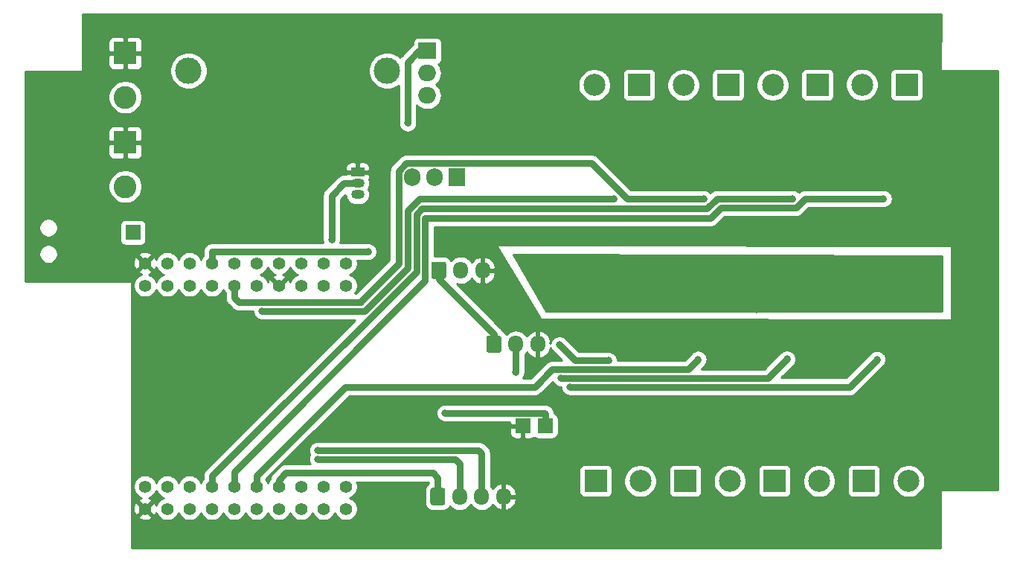
<source format=gbl>
G04 #@! TF.GenerationSoftware,KiCad,Pcbnew,5.1.12-84ad8e8a86~92~ubuntu20.04.1*
G04 #@! TF.CreationDate,2021-11-25T00:21:49+01:00*
G04 #@! TF.ProjectId,CC dimmer low voltage,43432064-696d-46d6-9572-206c6f772076,0.93*
G04 #@! TF.SameCoordinates,Original*
G04 #@! TF.FileFunction,Copper,L2,Bot*
G04 #@! TF.FilePolarity,Positive*
%FSLAX46Y46*%
G04 Gerber Fmt 4.6, Leading zero omitted, Abs format (unit mm)*
G04 Created by KiCad (PCBNEW 5.1.12-84ad8e8a86~92~ubuntu20.04.1) date 2021-11-25 00:21:49*
%MOMM*%
%LPD*%
G01*
G04 APERTURE LIST*
G04 #@! TA.AperFunction,ComponentPad*
%ADD10C,1.400000*%
G04 #@! TD*
G04 #@! TA.AperFunction,ComponentPad*
%ADD11O,2.000000X1.905000*%
G04 #@! TD*
G04 #@! TA.AperFunction,ComponentPad*
%ADD12R,2.000000X1.905000*%
G04 #@! TD*
G04 #@! TA.AperFunction,ComponentPad*
%ADD13C,3.000000*%
G04 #@! TD*
G04 #@! TA.AperFunction,ComponentPad*
%ADD14R,1.700000X1.700000*%
G04 #@! TD*
G04 #@! TA.AperFunction,ComponentPad*
%ADD15O,1.700000X1.950000*%
G04 #@! TD*
G04 #@! TA.AperFunction,ComponentPad*
%ADD16O,1.500000X1.050000*%
G04 #@! TD*
G04 #@! TA.AperFunction,ComponentPad*
%ADD17R,1.500000X1.050000*%
G04 #@! TD*
G04 #@! TA.AperFunction,ComponentPad*
%ADD18R,1.905000X2.000000*%
G04 #@! TD*
G04 #@! TA.AperFunction,ComponentPad*
%ADD19O,1.905000X2.000000*%
G04 #@! TD*
G04 #@! TA.AperFunction,ComponentPad*
%ADD20R,2.600000X2.600000*%
G04 #@! TD*
G04 #@! TA.AperFunction,ComponentPad*
%ADD21C,2.600000*%
G04 #@! TD*
G04 #@! TA.AperFunction,ComponentPad*
%ADD22C,2.500000*%
G04 #@! TD*
G04 #@! TA.AperFunction,ComponentPad*
%ADD23R,2.500000X2.500000*%
G04 #@! TD*
G04 #@! TA.AperFunction,ViaPad*
%ADD24C,0.800000*%
G04 #@! TD*
G04 #@! TA.AperFunction,Conductor*
%ADD25C,0.800000*%
G04 #@! TD*
G04 #@! TA.AperFunction,Conductor*
%ADD26C,0.254000*%
G04 #@! TD*
G04 #@! TA.AperFunction,Conductor*
%ADD27C,0.150000*%
G04 #@! TD*
G04 APERTURE END LIST*
D10*
X136522000Y-77775000D03*
X136522000Y-80315000D03*
X133982000Y-77775000D03*
X133982000Y-80315000D03*
X131442000Y-77775000D03*
X131442000Y-80315000D03*
X128902000Y-77775000D03*
X128902000Y-80315000D03*
X126362000Y-77775000D03*
X126362000Y-80315000D03*
X123822000Y-77775000D03*
X123822000Y-80315000D03*
X121282000Y-77775000D03*
X121282000Y-80315000D03*
X118742000Y-77775000D03*
X118742000Y-80315000D03*
X116202000Y-77775000D03*
X116202000Y-80315000D03*
X113662000Y-77775000D03*
X113662000Y-80315000D03*
X136522000Y-103175000D03*
X136522000Y-105715000D03*
X133982000Y-103175000D03*
X133982000Y-105715000D03*
X131442000Y-103175000D03*
X131442000Y-105715000D03*
X128902000Y-103175000D03*
X128902000Y-105715000D03*
X126362000Y-103175000D03*
X126362000Y-105715000D03*
X123822000Y-103175000D03*
X123822000Y-105715000D03*
X121282000Y-103175000D03*
X121282000Y-105715000D03*
X118742000Y-103175000D03*
X118742000Y-105715000D03*
X116202000Y-103175000D03*
X116202000Y-105715000D03*
X113662000Y-105715000D03*
X113662000Y-103175000D03*
D11*
X145796000Y-58703000D03*
X145796000Y-56163000D03*
D12*
X145796000Y-53623000D03*
D13*
X141212000Y-55875000D03*
X118612000Y-55875000D03*
D14*
X159222000Y-96275000D03*
G04 #@! TA.AperFunction,ComponentPad*
G36*
G01*
X146242000Y-79310000D02*
X146242000Y-77860000D01*
G75*
G02*
X146492000Y-77610000I250000J0D01*
G01*
X147692000Y-77610000D01*
G75*
G02*
X147942000Y-77860000I0J-250000D01*
G01*
X147942000Y-79310000D01*
G75*
G02*
X147692000Y-79560000I-250000J0D01*
G01*
X146492000Y-79560000D01*
G75*
G02*
X146242000Y-79310000I0J250000D01*
G01*
G37*
G04 #@! TD.AperFunction*
D15*
X149592000Y-78585000D03*
X152092000Y-78585000D03*
G04 #@! TA.AperFunction,ComponentPad*
G36*
G01*
X146132000Y-105040000D02*
X146132000Y-103590000D01*
G75*
G02*
X146382000Y-103340000I250000J0D01*
G01*
X147582000Y-103340000D01*
G75*
G02*
X147832000Y-103590000I0J-250000D01*
G01*
X147832000Y-105040000D01*
G75*
G02*
X147582000Y-105290000I-250000J0D01*
G01*
X146382000Y-105290000D01*
G75*
G02*
X146132000Y-105040000I0J250000D01*
G01*
G37*
G04 #@! TD.AperFunction*
X149482000Y-104315000D03*
X151982000Y-104315000D03*
X154482000Y-104315000D03*
D14*
X156672000Y-96275000D03*
X112292000Y-74275000D03*
D16*
X137862000Y-68685000D03*
X137862000Y-69955000D03*
D17*
X137862000Y-67415000D03*
D18*
X149152000Y-67985000D03*
D19*
X146612000Y-67985000D03*
X144072000Y-67985000D03*
D20*
X111412000Y-53895000D03*
D21*
X111412000Y-58895000D03*
D22*
X164802000Y-57507000D03*
D23*
X169882000Y-57507000D03*
X180032000Y-57505000D03*
D22*
X174952000Y-57505000D03*
X185102000Y-57495000D03*
D23*
X190182000Y-57495000D03*
X200332000Y-57485000D03*
D22*
X195252000Y-57485000D03*
D23*
X195472000Y-102545000D03*
D22*
X200552000Y-102545000D03*
X190382000Y-102545000D03*
D23*
X185302000Y-102545000D03*
X175132000Y-102545000D03*
D22*
X180212000Y-102545000D03*
X170032000Y-102545000D03*
D23*
X164952000Y-102545000D03*
G04 #@! TA.AperFunction,ComponentPad*
G36*
G01*
X152522000Y-87720000D02*
X152522000Y-86270000D01*
G75*
G02*
X152772000Y-86020000I250000J0D01*
G01*
X153972000Y-86020000D01*
G75*
G02*
X154222000Y-86270000I0J-250000D01*
G01*
X154222000Y-87720000D01*
G75*
G02*
X153972000Y-87970000I-250000J0D01*
G01*
X152772000Y-87970000D01*
G75*
G02*
X152522000Y-87720000I0J250000D01*
G01*
G37*
G04 #@! TD.AperFunction*
D15*
X155872000Y-86995000D03*
X158372000Y-86995000D03*
D20*
X111412000Y-64055000D03*
D21*
X111412000Y-69055000D03*
D24*
X207232000Y-58795000D03*
X207442000Y-69045000D03*
X207382000Y-80335000D03*
X207332000Y-101445000D03*
X207372000Y-92105000D03*
X160072000Y-93475000D03*
X113342000Y-98155000D03*
X166272000Y-87105000D03*
X176552000Y-87055000D03*
X186722000Y-87035000D03*
X196892000Y-87085000D03*
X199332000Y-73135000D03*
X188872000Y-73155000D03*
X135262000Y-95885000D03*
X113402000Y-91525000D03*
X121372000Y-98135000D03*
X159412000Y-108905000D03*
X178322000Y-93345000D03*
X168392000Y-93345000D03*
X188532000Y-93355000D03*
X198612000Y-93395000D03*
X160122000Y-101395000D03*
X172612000Y-105415000D03*
X167562000Y-105415000D03*
X177812000Y-105465000D03*
X182812000Y-105515000D03*
X187912000Y-105515000D03*
X192912000Y-105515000D03*
X198062000Y-105515000D03*
X167412000Y-54615000D03*
X172462000Y-54565000D03*
X177562000Y-54615000D03*
X182662000Y-54615000D03*
X187712000Y-54615000D03*
X192762000Y-54615000D03*
X197762000Y-54615000D03*
X121272000Y-108715000D03*
X138422000Y-104375000D03*
X185772000Y-75275000D03*
X175722000Y-75265000D03*
X195912000Y-75265000D03*
X125512000Y-88575000D03*
X132802000Y-88025000D03*
X169662000Y-84625000D03*
X179852000Y-84635000D03*
X190002000Y-84655000D03*
X200232000Y-84675000D03*
X200442000Y-66415000D03*
X191072000Y-65165000D03*
X180722000Y-65165000D03*
X170592000Y-65165000D03*
X174202000Y-94775000D03*
X184402000Y-94795000D03*
X194552000Y-94775000D03*
X207372000Y-97055000D03*
X207382000Y-86225000D03*
X207382000Y-74685000D03*
X207462000Y-63845000D03*
X113402000Y-84905000D03*
X121422000Y-91555000D03*
X164332000Y-94645000D03*
X144392000Y-97705000D03*
X133242000Y-109375000D03*
X147972000Y-109335000D03*
X170142000Y-109345000D03*
X180402000Y-109345000D03*
X190432000Y-109345000D03*
X200632000Y-109175000D03*
X164802000Y-50465000D03*
X174922000Y-50465000D03*
X185162000Y-50465000D03*
X195152000Y-50535000D03*
X165292000Y-75265000D03*
X107892000Y-78375000D03*
X102122000Y-58695000D03*
X102162000Y-68905000D03*
X118722000Y-69595000D03*
X124072000Y-69575000D03*
X132422000Y-69665000D03*
X140112000Y-72705000D03*
X155672000Y-81875000D03*
X122892000Y-52175000D03*
X136852000Y-51985000D03*
X136912000Y-59725000D03*
X123012000Y-59845000D03*
X130252000Y-56265000D03*
X145372000Y-93195000D03*
X148912000Y-50135000D03*
X152272000Y-55635000D03*
X159402000Y-55755000D03*
X101482000Y-74465000D03*
X134892000Y-75095000D03*
X203332000Y-80255000D03*
X198202000Y-79985000D03*
X187952000Y-80005000D03*
X177772000Y-80025000D03*
X167442000Y-80065000D03*
X161332000Y-77455000D03*
X198272000Y-77375000D03*
X197942000Y-82915000D03*
X187782000Y-82915000D03*
X188062000Y-77425000D03*
X192962000Y-80155000D03*
X182832000Y-80125000D03*
X177912000Y-77475000D03*
X177592000Y-82935000D03*
X172642000Y-80045000D03*
X167612000Y-77405000D03*
X167302000Y-82975000D03*
X163952000Y-79855000D03*
X161192000Y-82445000D03*
X182402000Y-77425000D03*
X192542000Y-77355000D03*
X193402000Y-83005000D03*
X183242000Y-83035000D03*
X173062000Y-83005000D03*
X203622000Y-82945000D03*
X203442000Y-77405000D03*
X158602000Y-80135000D03*
X172272000Y-77455000D03*
X139041999Y-76474999D03*
X133316990Y-100059990D03*
X133322000Y-99059980D03*
X167012000Y-70425000D03*
X126992000Y-83225000D03*
X177262000Y-70465000D03*
X187342000Y-70445000D03*
X197702000Y-70445000D03*
X196962000Y-88715000D03*
X162022000Y-91835030D03*
X160982000Y-90825000D03*
X186717000Y-88690000D03*
X176607000Y-88700000D03*
X160812011Y-87065011D03*
X166382000Y-88835000D03*
X143562000Y-61845000D03*
X155872000Y-90155000D03*
X147822001Y-94824999D03*
D25*
X134892000Y-70105000D02*
X134892000Y-75095000D01*
X136312000Y-68685000D02*
X134892000Y-70105000D01*
X137862000Y-68685000D02*
X136312000Y-68685000D01*
X147092000Y-78585000D02*
X147092000Y-79555000D01*
X153372000Y-85835000D02*
X153372000Y-86995000D01*
X147092000Y-79555000D02*
X153372000Y-85835000D01*
X121282000Y-77775000D02*
X121282000Y-76515000D01*
X121322001Y-76474999D02*
X139041999Y-76474999D01*
X121282000Y-76515000D02*
X121322001Y-76474999D01*
X128902000Y-102409228D02*
X129526228Y-101785000D01*
X129676228Y-101635000D02*
X128902000Y-102409228D01*
X128902000Y-103175000D02*
X128902000Y-102409228D01*
X129676228Y-101635000D02*
X146432000Y-101635000D01*
X146982000Y-102185000D02*
X146982000Y-104315000D01*
X146432000Y-101635000D02*
X146982000Y-102185000D01*
X149482000Y-100555000D02*
X149482000Y-104315000D01*
X148986990Y-100059990D02*
X149482000Y-100555000D01*
X133316990Y-100059990D02*
X148986990Y-100059990D01*
X151982000Y-99395000D02*
X151982000Y-104315000D01*
X151646980Y-99059980D02*
X151982000Y-99395000D01*
X133322000Y-99059980D02*
X151646980Y-99059980D01*
X138597774Y-83225000D02*
X138607774Y-83235000D01*
X126992000Y-83225000D02*
X138597774Y-83225000D01*
X167012000Y-70425000D02*
X152492000Y-70425000D01*
X153152000Y-70425000D02*
X152492000Y-70425000D01*
X138617775Y-83225000D02*
X138597774Y-83225000D01*
X143536357Y-78306418D02*
X138617775Y-83225000D01*
X143536357Y-71822189D02*
X143536357Y-78306418D01*
X144933546Y-70425000D02*
X143536357Y-71822189D01*
X152492000Y-70425000D02*
X144933546Y-70425000D01*
X167491992Y-69424990D02*
X168532002Y-70465000D01*
X124332000Y-82225000D02*
X138203548Y-82225000D01*
X168532002Y-70465000D02*
X177262000Y-70465000D01*
X123822000Y-81715000D02*
X124332000Y-82225000D01*
X123822000Y-80315000D02*
X123822000Y-81715000D01*
X164451992Y-66384990D02*
X167491992Y-69424990D01*
X143428930Y-66384990D02*
X164451992Y-66384990D01*
X142519490Y-77787510D02*
X142519490Y-67294430D01*
X142519490Y-67294430D02*
X143428930Y-66384990D01*
X138203548Y-82103452D02*
X142519490Y-77787510D01*
X138203548Y-82225000D02*
X138203548Y-82103452D01*
X121282000Y-101975000D02*
X121282000Y-103175000D01*
X144536367Y-78720633D02*
X121282000Y-101975000D01*
X144536367Y-72236406D02*
X144536367Y-78720633D01*
X145197773Y-71575000D02*
X144536367Y-72236406D01*
X177632002Y-71575000D02*
X145197773Y-71575000D01*
X178782002Y-70425000D02*
X177632002Y-71575000D01*
X187322000Y-70425000D02*
X178782002Y-70425000D01*
X187342000Y-70445000D02*
X187322000Y-70425000D01*
X145536377Y-79773525D02*
X123822000Y-101487902D01*
X123822000Y-101487902D02*
X123822000Y-103175000D01*
X177996377Y-72650623D02*
X145536377Y-72650623D01*
X179201990Y-71445010D02*
X177996377Y-72650623D01*
X187756217Y-71445010D02*
X179201990Y-71445010D01*
X145536377Y-72650623D02*
X145536377Y-79773525D01*
X188756227Y-70445000D02*
X187756217Y-71445010D01*
X197702000Y-70445000D02*
X188756227Y-70445000D01*
X196962000Y-88715000D02*
X193841970Y-91835030D01*
X193841970Y-91835030D02*
X167624651Y-91835030D01*
X167624651Y-91835030D02*
X162022000Y-91835030D01*
X160992020Y-90835020D02*
X160982000Y-90825000D01*
X186717000Y-88690000D02*
X184571980Y-90835020D01*
X184571980Y-90835020D02*
X160992020Y-90835020D01*
X161802010Y-89835010D02*
X175471990Y-89835010D01*
X161791999Y-89824999D02*
X161802010Y-89835010D01*
X160022001Y-89824999D02*
X161791999Y-89824999D01*
X136492000Y-91845000D02*
X158002000Y-91845000D01*
X175471990Y-89835010D02*
X176607000Y-88700000D01*
X126362000Y-101975000D02*
X136492000Y-91845000D01*
X158002000Y-91845000D02*
X160022001Y-89824999D01*
X126362000Y-103175000D02*
X126362000Y-101975000D01*
X162582000Y-88835000D02*
X160812011Y-87065011D01*
X166382000Y-88835000D02*
X162582000Y-88835000D01*
X145796000Y-53623000D02*
X144864000Y-53623000D01*
X144864000Y-53623000D02*
X143562000Y-54925000D01*
X143562000Y-54925000D02*
X143562000Y-61845000D01*
X143562000Y-61845000D02*
X143562000Y-61845000D01*
X155872000Y-86995000D02*
X155872000Y-90155000D01*
X155872000Y-90155000D02*
X155872000Y-90155000D01*
X159222000Y-96275000D02*
X159222000Y-94895000D01*
X159151999Y-94824999D02*
X147822001Y-94824999D01*
X159222000Y-94895000D02*
X159151999Y-94824999D01*
X147822001Y-94824999D02*
X147822001Y-94824999D01*
D26*
X204335097Y-76941691D02*
X204339902Y-83202972D01*
X159329289Y-83193016D01*
X155545471Y-76822546D01*
X204335097Y-76941691D01*
G04 #@! TA.AperFunction,Conductor*
D27*
G36*
X204335097Y-76941691D02*
G01*
X204339902Y-83202972D01*
X159329289Y-83193016D01*
X155545471Y-76822546D01*
X204335097Y-76941691D01*
G37*
G04 #@! TD.AperFunction*
D26*
X204217186Y-55778316D02*
X204219607Y-55803245D01*
X204226816Y-55827075D01*
X204238535Y-55849041D01*
X204254314Y-55868298D01*
X204273547Y-55884107D01*
X204295494Y-55895860D01*
X204319313Y-55903106D01*
X204344088Y-55905565D01*
X210695000Y-55910484D01*
X210695000Y-75815583D01*
X153802240Y-75708000D01*
X153777459Y-75710394D01*
X153753621Y-75717576D01*
X153731642Y-75729270D01*
X153712367Y-75745028D01*
X153696537Y-75764243D01*
X153684759Y-75786177D01*
X153677487Y-75809988D01*
X153675000Y-75834760D01*
X153677394Y-75859541D01*
X153684576Y-75883379D01*
X153693367Y-75900786D01*
X158683367Y-84140786D01*
X158698288Y-84160716D01*
X158716811Y-84177351D01*
X158738224Y-84190053D01*
X158761703Y-84198333D01*
X158791910Y-84202000D01*
X210695001Y-84238981D01*
X210695001Y-103574166D01*
X204297321Y-103558000D01*
X204272298Y-103560425D01*
X204248469Y-103567638D01*
X204226506Y-103579361D01*
X204207251Y-103595144D01*
X204191446Y-103614379D01*
X204179696Y-103636329D01*
X204172455Y-103660149D01*
X204170000Y-103684924D01*
X204166150Y-110115000D01*
X112154385Y-110115000D01*
X112155539Y-106636269D01*
X112920336Y-106636269D01*
X112979797Y-106870037D01*
X113218242Y-106980934D01*
X113473740Y-107043183D01*
X113736473Y-107054390D01*
X113996344Y-107014125D01*
X114243366Y-106923935D01*
X114344203Y-106870037D01*
X114403664Y-106636269D01*
X113662000Y-105894605D01*
X112920336Y-106636269D01*
X112155539Y-106636269D01*
X112155820Y-105789473D01*
X112322610Y-105789473D01*
X112362875Y-106049344D01*
X112453065Y-106296366D01*
X112506963Y-106397203D01*
X112740731Y-106456664D01*
X113482395Y-105715000D01*
X112740731Y-104973336D01*
X112506963Y-105032797D01*
X112396066Y-105271242D01*
X112333817Y-105526740D01*
X112322610Y-105789473D01*
X112155820Y-105789473D01*
X112164315Y-80183514D01*
X112327000Y-80183514D01*
X112327000Y-80446486D01*
X112378304Y-80704405D01*
X112478939Y-80947359D01*
X112625038Y-81166013D01*
X112810987Y-81351962D01*
X113029641Y-81498061D01*
X113272595Y-81598696D01*
X113530514Y-81650000D01*
X113793486Y-81650000D01*
X114051405Y-81598696D01*
X114294359Y-81498061D01*
X114513013Y-81351962D01*
X114698962Y-81166013D01*
X114845061Y-80947359D01*
X114932000Y-80737470D01*
X115018939Y-80947359D01*
X115165038Y-81166013D01*
X115350987Y-81351962D01*
X115569641Y-81498061D01*
X115812595Y-81598696D01*
X116070514Y-81650000D01*
X116333486Y-81650000D01*
X116591405Y-81598696D01*
X116834359Y-81498061D01*
X117053013Y-81351962D01*
X117238962Y-81166013D01*
X117385061Y-80947359D01*
X117472000Y-80737470D01*
X117558939Y-80947359D01*
X117705038Y-81166013D01*
X117890987Y-81351962D01*
X118109641Y-81498061D01*
X118352595Y-81598696D01*
X118610514Y-81650000D01*
X118873486Y-81650000D01*
X119131405Y-81598696D01*
X119374359Y-81498061D01*
X119593013Y-81351962D01*
X119778962Y-81166013D01*
X119925061Y-80947359D01*
X120012000Y-80737470D01*
X120098939Y-80947359D01*
X120245038Y-81166013D01*
X120430987Y-81351962D01*
X120649641Y-81498061D01*
X120892595Y-81598696D01*
X121150514Y-81650000D01*
X121413486Y-81650000D01*
X121671405Y-81598696D01*
X121914359Y-81498061D01*
X122133013Y-81351962D01*
X122318962Y-81166013D01*
X122465061Y-80947359D01*
X122552000Y-80737470D01*
X122638939Y-80947359D01*
X122785038Y-81166013D01*
X122787001Y-81167976D01*
X122787001Y-81664163D01*
X122781994Y-81715000D01*
X122801977Y-81917895D01*
X122861160Y-82112993D01*
X122957266Y-82292797D01*
X123054197Y-82410907D01*
X123086605Y-82450396D01*
X123126093Y-82482803D01*
X123564193Y-82920903D01*
X123596604Y-82960396D01*
X123754203Y-83089734D01*
X123934007Y-83185841D01*
X124129105Y-83245024D01*
X124281162Y-83260000D01*
X124281164Y-83260000D01*
X124332000Y-83265007D01*
X124382835Y-83260000D01*
X125955440Y-83260000D01*
X125957000Y-83275838D01*
X125957000Y-83326939D01*
X125966969Y-83377057D01*
X125971976Y-83427895D01*
X125986804Y-83476777D01*
X125996774Y-83526898D01*
X126016331Y-83574113D01*
X126031159Y-83622993D01*
X126055238Y-83668042D01*
X126074795Y-83715256D01*
X126103186Y-83757746D01*
X126127266Y-83802797D01*
X126159672Y-83842284D01*
X126188063Y-83884774D01*
X126224196Y-83920907D01*
X126256604Y-83960396D01*
X126296092Y-83992803D01*
X126332226Y-84028937D01*
X126374716Y-84057328D01*
X126414203Y-84089734D01*
X126459254Y-84113814D01*
X126501744Y-84142205D01*
X126548958Y-84161762D01*
X126594007Y-84185841D01*
X126642887Y-84200669D01*
X126690102Y-84220226D01*
X126740223Y-84230196D01*
X126789105Y-84245024D01*
X126839943Y-84250031D01*
X126890061Y-84260000D01*
X137533289Y-84260000D01*
X120586097Y-101207193D01*
X120546604Y-101239604D01*
X120417266Y-101397203D01*
X120321159Y-101577008D01*
X120261976Y-101772106D01*
X120247000Y-101924163D01*
X120247000Y-101924172D01*
X120241994Y-101975000D01*
X120247000Y-102025829D01*
X120247000Y-102322025D01*
X120245038Y-102323987D01*
X120098939Y-102542641D01*
X120012000Y-102752530D01*
X119925061Y-102542641D01*
X119778962Y-102323987D01*
X119593013Y-102138038D01*
X119374359Y-101991939D01*
X119131405Y-101891304D01*
X118873486Y-101840000D01*
X118610514Y-101840000D01*
X118352595Y-101891304D01*
X118109641Y-101991939D01*
X117890987Y-102138038D01*
X117705038Y-102323987D01*
X117558939Y-102542641D01*
X117472000Y-102752530D01*
X117385061Y-102542641D01*
X117238962Y-102323987D01*
X117053013Y-102138038D01*
X116834359Y-101991939D01*
X116591405Y-101891304D01*
X116333486Y-101840000D01*
X116070514Y-101840000D01*
X115812595Y-101891304D01*
X115569641Y-101991939D01*
X115350987Y-102138038D01*
X115165038Y-102323987D01*
X115018939Y-102542641D01*
X114932000Y-102752530D01*
X114845061Y-102542641D01*
X114698962Y-102323987D01*
X114513013Y-102138038D01*
X114294359Y-101991939D01*
X114051405Y-101891304D01*
X113793486Y-101840000D01*
X113530514Y-101840000D01*
X113272595Y-101891304D01*
X113029641Y-101991939D01*
X112810987Y-102138038D01*
X112625038Y-102323987D01*
X112478939Y-102542641D01*
X112378304Y-102785595D01*
X112327000Y-103043514D01*
X112327000Y-103306486D01*
X112378304Y-103564405D01*
X112478939Y-103807359D01*
X112625038Y-104026013D01*
X112810987Y-104211962D01*
X113029641Y-104358061D01*
X113243444Y-104446621D01*
X113080634Y-104506065D01*
X112979797Y-104559963D01*
X112920336Y-104793731D01*
X113662000Y-105535395D01*
X114403664Y-104793731D01*
X114344203Y-104559963D01*
X114105758Y-104449066D01*
X114086173Y-104444294D01*
X114294359Y-104358061D01*
X114513013Y-104211962D01*
X114698962Y-104026013D01*
X114845061Y-103807359D01*
X114932000Y-103597470D01*
X115018939Y-103807359D01*
X115165038Y-104026013D01*
X115350987Y-104211962D01*
X115569641Y-104358061D01*
X115779530Y-104445000D01*
X115569641Y-104531939D01*
X115350987Y-104678038D01*
X115165038Y-104863987D01*
X115018939Y-105082641D01*
X114930379Y-105296444D01*
X114870935Y-105133634D01*
X114817037Y-105032797D01*
X114583269Y-104973336D01*
X113841605Y-105715000D01*
X114583269Y-106456664D01*
X114817037Y-106397203D01*
X114927934Y-106158758D01*
X114932706Y-106139173D01*
X115018939Y-106347359D01*
X115165038Y-106566013D01*
X115350987Y-106751962D01*
X115569641Y-106898061D01*
X115812595Y-106998696D01*
X116070514Y-107050000D01*
X116333486Y-107050000D01*
X116591405Y-106998696D01*
X116834359Y-106898061D01*
X117053013Y-106751962D01*
X117238962Y-106566013D01*
X117385061Y-106347359D01*
X117472000Y-106137470D01*
X117558939Y-106347359D01*
X117705038Y-106566013D01*
X117890987Y-106751962D01*
X118109641Y-106898061D01*
X118352595Y-106998696D01*
X118610514Y-107050000D01*
X118873486Y-107050000D01*
X119131405Y-106998696D01*
X119374359Y-106898061D01*
X119593013Y-106751962D01*
X119778962Y-106566013D01*
X119925061Y-106347359D01*
X120012000Y-106137470D01*
X120098939Y-106347359D01*
X120245038Y-106566013D01*
X120430987Y-106751962D01*
X120649641Y-106898061D01*
X120892595Y-106998696D01*
X121150514Y-107050000D01*
X121413486Y-107050000D01*
X121671405Y-106998696D01*
X121914359Y-106898061D01*
X122133013Y-106751962D01*
X122318962Y-106566013D01*
X122465061Y-106347359D01*
X122552000Y-106137470D01*
X122638939Y-106347359D01*
X122785038Y-106566013D01*
X122970987Y-106751962D01*
X123189641Y-106898061D01*
X123432595Y-106998696D01*
X123690514Y-107050000D01*
X123953486Y-107050000D01*
X124211405Y-106998696D01*
X124454359Y-106898061D01*
X124673013Y-106751962D01*
X124858962Y-106566013D01*
X125005061Y-106347359D01*
X125092000Y-106137470D01*
X125178939Y-106347359D01*
X125325038Y-106566013D01*
X125510987Y-106751962D01*
X125729641Y-106898061D01*
X125972595Y-106998696D01*
X126230514Y-107050000D01*
X126493486Y-107050000D01*
X126751405Y-106998696D01*
X126994359Y-106898061D01*
X127213013Y-106751962D01*
X127398962Y-106566013D01*
X127545061Y-106347359D01*
X127632000Y-106137470D01*
X127718939Y-106347359D01*
X127865038Y-106566013D01*
X128050987Y-106751962D01*
X128269641Y-106898061D01*
X128512595Y-106998696D01*
X128770514Y-107050000D01*
X129033486Y-107050000D01*
X129291405Y-106998696D01*
X129534359Y-106898061D01*
X129753013Y-106751962D01*
X129938962Y-106566013D01*
X130085061Y-106347359D01*
X130172000Y-106137470D01*
X130258939Y-106347359D01*
X130405038Y-106566013D01*
X130590987Y-106751962D01*
X130809641Y-106898061D01*
X131052595Y-106998696D01*
X131310514Y-107050000D01*
X131573486Y-107050000D01*
X131831405Y-106998696D01*
X132074359Y-106898061D01*
X132293013Y-106751962D01*
X132478962Y-106566013D01*
X132625061Y-106347359D01*
X132712000Y-106137470D01*
X132798939Y-106347359D01*
X132945038Y-106566013D01*
X133130987Y-106751962D01*
X133349641Y-106898061D01*
X133592595Y-106998696D01*
X133850514Y-107050000D01*
X134113486Y-107050000D01*
X134371405Y-106998696D01*
X134614359Y-106898061D01*
X134833013Y-106751962D01*
X135018962Y-106566013D01*
X135165061Y-106347359D01*
X135252000Y-106137470D01*
X135338939Y-106347359D01*
X135485038Y-106566013D01*
X135670987Y-106751962D01*
X135889641Y-106898061D01*
X136132595Y-106998696D01*
X136390514Y-107050000D01*
X136653486Y-107050000D01*
X136911405Y-106998696D01*
X137154359Y-106898061D01*
X137373013Y-106751962D01*
X137558962Y-106566013D01*
X137705061Y-106347359D01*
X137805696Y-106104405D01*
X137857000Y-105846486D01*
X137857000Y-105583514D01*
X137805696Y-105325595D01*
X137705061Y-105082641D01*
X137558962Y-104863987D01*
X137373013Y-104678038D01*
X137154359Y-104531939D01*
X136944470Y-104445000D01*
X137154359Y-104358061D01*
X137373013Y-104211962D01*
X137558962Y-104026013D01*
X137705061Y-103807359D01*
X137805696Y-103564405D01*
X137857000Y-103306486D01*
X137857000Y-103043514D01*
X137805696Y-102785595D01*
X137757815Y-102670000D01*
X145947000Y-102670000D01*
X145947000Y-102820387D01*
X145888614Y-102851595D01*
X145754038Y-102962038D01*
X145643595Y-103096614D01*
X145561528Y-103250150D01*
X145510992Y-103416746D01*
X145493928Y-103590000D01*
X145493928Y-105040000D01*
X145510992Y-105213254D01*
X145561528Y-105379850D01*
X145643595Y-105533386D01*
X145754038Y-105667962D01*
X145888614Y-105778405D01*
X146042150Y-105860472D01*
X146208746Y-105911008D01*
X146382000Y-105928072D01*
X147582000Y-105928072D01*
X147755254Y-105911008D01*
X147921850Y-105860472D01*
X148075386Y-105778405D01*
X148209962Y-105667962D01*
X148320405Y-105533386D01*
X148374777Y-105431663D01*
X148426866Y-105495134D01*
X148652987Y-105680706D01*
X148910967Y-105818599D01*
X149190890Y-105903513D01*
X149482000Y-105932185D01*
X149773111Y-105903513D01*
X150053034Y-105818599D01*
X150311014Y-105680706D01*
X150537134Y-105495134D01*
X150722706Y-105269014D01*
X150732000Y-105251626D01*
X150741294Y-105269014D01*
X150926866Y-105495134D01*
X151152987Y-105680706D01*
X151410967Y-105818599D01*
X151690890Y-105903513D01*
X151982000Y-105932185D01*
X152273111Y-105903513D01*
X152553034Y-105818599D01*
X152811014Y-105680706D01*
X153037134Y-105495134D01*
X153222706Y-105269014D01*
X153236462Y-105243278D01*
X153392951Y-105449429D01*
X153610807Y-105642496D01*
X153862142Y-105789352D01*
X154125110Y-105881476D01*
X154355000Y-105760155D01*
X154355000Y-104442000D01*
X154609000Y-104442000D01*
X154609000Y-105760155D01*
X154838890Y-105881476D01*
X155101858Y-105789352D01*
X155353193Y-105642496D01*
X155571049Y-105449429D01*
X155747053Y-105217570D01*
X155874442Y-104955830D01*
X155948320Y-104674267D01*
X155808165Y-104442000D01*
X154609000Y-104442000D01*
X154355000Y-104442000D01*
X154335000Y-104442000D01*
X154335000Y-104188000D01*
X154355000Y-104188000D01*
X154355000Y-102869845D01*
X154609000Y-102869845D01*
X154609000Y-104188000D01*
X155808165Y-104188000D01*
X155948320Y-103955733D01*
X155874442Y-103674170D01*
X155747053Y-103412430D01*
X155571049Y-103180571D01*
X155353193Y-102987504D01*
X155101858Y-102840648D01*
X154838890Y-102748524D01*
X154609000Y-102869845D01*
X154355000Y-102869845D01*
X154125110Y-102748524D01*
X153862142Y-102840648D01*
X153610807Y-102987504D01*
X153392951Y-103180571D01*
X153236462Y-103386722D01*
X153222706Y-103360986D01*
X153037134Y-103134866D01*
X153017000Y-103118343D01*
X153017000Y-101295000D01*
X163063928Y-101295000D01*
X163063928Y-103795000D01*
X163076188Y-103919482D01*
X163112498Y-104039180D01*
X163171463Y-104149494D01*
X163250815Y-104246185D01*
X163347506Y-104325537D01*
X163457820Y-104384502D01*
X163577518Y-104420812D01*
X163702000Y-104433072D01*
X166202000Y-104433072D01*
X166326482Y-104420812D01*
X166446180Y-104384502D01*
X166556494Y-104325537D01*
X166653185Y-104246185D01*
X166732537Y-104149494D01*
X166791502Y-104039180D01*
X166827812Y-103919482D01*
X166840072Y-103795000D01*
X166840072Y-102359344D01*
X168147000Y-102359344D01*
X168147000Y-102730656D01*
X168219439Y-103094834D01*
X168361534Y-103437882D01*
X168567825Y-103746618D01*
X168830382Y-104009175D01*
X169139118Y-104215466D01*
X169482166Y-104357561D01*
X169846344Y-104430000D01*
X170217656Y-104430000D01*
X170581834Y-104357561D01*
X170924882Y-104215466D01*
X171233618Y-104009175D01*
X171496175Y-103746618D01*
X171702466Y-103437882D01*
X171844561Y-103094834D01*
X171917000Y-102730656D01*
X171917000Y-102359344D01*
X171844561Y-101995166D01*
X171702466Y-101652118D01*
X171496175Y-101343382D01*
X171447793Y-101295000D01*
X173243928Y-101295000D01*
X173243928Y-103795000D01*
X173256188Y-103919482D01*
X173292498Y-104039180D01*
X173351463Y-104149494D01*
X173430815Y-104246185D01*
X173527506Y-104325537D01*
X173637820Y-104384502D01*
X173757518Y-104420812D01*
X173882000Y-104433072D01*
X176382000Y-104433072D01*
X176506482Y-104420812D01*
X176626180Y-104384502D01*
X176736494Y-104325537D01*
X176833185Y-104246185D01*
X176912537Y-104149494D01*
X176971502Y-104039180D01*
X177007812Y-103919482D01*
X177020072Y-103795000D01*
X177020072Y-102359344D01*
X178327000Y-102359344D01*
X178327000Y-102730656D01*
X178399439Y-103094834D01*
X178541534Y-103437882D01*
X178747825Y-103746618D01*
X179010382Y-104009175D01*
X179319118Y-104215466D01*
X179662166Y-104357561D01*
X180026344Y-104430000D01*
X180397656Y-104430000D01*
X180761834Y-104357561D01*
X181104882Y-104215466D01*
X181413618Y-104009175D01*
X181676175Y-103746618D01*
X181882466Y-103437882D01*
X182024561Y-103094834D01*
X182097000Y-102730656D01*
X182097000Y-102359344D01*
X182024561Y-101995166D01*
X181882466Y-101652118D01*
X181676175Y-101343382D01*
X181627793Y-101295000D01*
X183413928Y-101295000D01*
X183413928Y-103795000D01*
X183426188Y-103919482D01*
X183462498Y-104039180D01*
X183521463Y-104149494D01*
X183600815Y-104246185D01*
X183697506Y-104325537D01*
X183807820Y-104384502D01*
X183927518Y-104420812D01*
X184052000Y-104433072D01*
X186552000Y-104433072D01*
X186676482Y-104420812D01*
X186796180Y-104384502D01*
X186906494Y-104325537D01*
X187003185Y-104246185D01*
X187082537Y-104149494D01*
X187141502Y-104039180D01*
X187177812Y-103919482D01*
X187190072Y-103795000D01*
X187190072Y-102359344D01*
X188497000Y-102359344D01*
X188497000Y-102730656D01*
X188569439Y-103094834D01*
X188711534Y-103437882D01*
X188917825Y-103746618D01*
X189180382Y-104009175D01*
X189489118Y-104215466D01*
X189832166Y-104357561D01*
X190196344Y-104430000D01*
X190567656Y-104430000D01*
X190931834Y-104357561D01*
X191274882Y-104215466D01*
X191583618Y-104009175D01*
X191846175Y-103746618D01*
X192052466Y-103437882D01*
X192194561Y-103094834D01*
X192267000Y-102730656D01*
X192267000Y-102359344D01*
X192194561Y-101995166D01*
X192052466Y-101652118D01*
X191846175Y-101343382D01*
X191797793Y-101295000D01*
X193583928Y-101295000D01*
X193583928Y-103795000D01*
X193596188Y-103919482D01*
X193632498Y-104039180D01*
X193691463Y-104149494D01*
X193770815Y-104246185D01*
X193867506Y-104325537D01*
X193977820Y-104384502D01*
X194097518Y-104420812D01*
X194222000Y-104433072D01*
X196722000Y-104433072D01*
X196846482Y-104420812D01*
X196966180Y-104384502D01*
X197076494Y-104325537D01*
X197173185Y-104246185D01*
X197252537Y-104149494D01*
X197311502Y-104039180D01*
X197347812Y-103919482D01*
X197360072Y-103795000D01*
X197360072Y-102359344D01*
X198667000Y-102359344D01*
X198667000Y-102730656D01*
X198739439Y-103094834D01*
X198881534Y-103437882D01*
X199087825Y-103746618D01*
X199350382Y-104009175D01*
X199659118Y-104215466D01*
X200002166Y-104357561D01*
X200366344Y-104430000D01*
X200737656Y-104430000D01*
X201101834Y-104357561D01*
X201444882Y-104215466D01*
X201753618Y-104009175D01*
X202016175Y-103746618D01*
X202222466Y-103437882D01*
X202364561Y-103094834D01*
X202437000Y-102730656D01*
X202437000Y-102359344D01*
X202364561Y-101995166D01*
X202222466Y-101652118D01*
X202016175Y-101343382D01*
X201753618Y-101080825D01*
X201444882Y-100874534D01*
X201101834Y-100732439D01*
X200737656Y-100660000D01*
X200366344Y-100660000D01*
X200002166Y-100732439D01*
X199659118Y-100874534D01*
X199350382Y-101080825D01*
X199087825Y-101343382D01*
X198881534Y-101652118D01*
X198739439Y-101995166D01*
X198667000Y-102359344D01*
X197360072Y-102359344D01*
X197360072Y-101295000D01*
X197347812Y-101170518D01*
X197311502Y-101050820D01*
X197252537Y-100940506D01*
X197173185Y-100843815D01*
X197076494Y-100764463D01*
X196966180Y-100705498D01*
X196846482Y-100669188D01*
X196722000Y-100656928D01*
X194222000Y-100656928D01*
X194097518Y-100669188D01*
X193977820Y-100705498D01*
X193867506Y-100764463D01*
X193770815Y-100843815D01*
X193691463Y-100940506D01*
X193632498Y-101050820D01*
X193596188Y-101170518D01*
X193583928Y-101295000D01*
X191797793Y-101295000D01*
X191583618Y-101080825D01*
X191274882Y-100874534D01*
X190931834Y-100732439D01*
X190567656Y-100660000D01*
X190196344Y-100660000D01*
X189832166Y-100732439D01*
X189489118Y-100874534D01*
X189180382Y-101080825D01*
X188917825Y-101343382D01*
X188711534Y-101652118D01*
X188569439Y-101995166D01*
X188497000Y-102359344D01*
X187190072Y-102359344D01*
X187190072Y-101295000D01*
X187177812Y-101170518D01*
X187141502Y-101050820D01*
X187082537Y-100940506D01*
X187003185Y-100843815D01*
X186906494Y-100764463D01*
X186796180Y-100705498D01*
X186676482Y-100669188D01*
X186552000Y-100656928D01*
X184052000Y-100656928D01*
X183927518Y-100669188D01*
X183807820Y-100705498D01*
X183697506Y-100764463D01*
X183600815Y-100843815D01*
X183521463Y-100940506D01*
X183462498Y-101050820D01*
X183426188Y-101170518D01*
X183413928Y-101295000D01*
X181627793Y-101295000D01*
X181413618Y-101080825D01*
X181104882Y-100874534D01*
X180761834Y-100732439D01*
X180397656Y-100660000D01*
X180026344Y-100660000D01*
X179662166Y-100732439D01*
X179319118Y-100874534D01*
X179010382Y-101080825D01*
X178747825Y-101343382D01*
X178541534Y-101652118D01*
X178399439Y-101995166D01*
X178327000Y-102359344D01*
X177020072Y-102359344D01*
X177020072Y-101295000D01*
X177007812Y-101170518D01*
X176971502Y-101050820D01*
X176912537Y-100940506D01*
X176833185Y-100843815D01*
X176736494Y-100764463D01*
X176626180Y-100705498D01*
X176506482Y-100669188D01*
X176382000Y-100656928D01*
X173882000Y-100656928D01*
X173757518Y-100669188D01*
X173637820Y-100705498D01*
X173527506Y-100764463D01*
X173430815Y-100843815D01*
X173351463Y-100940506D01*
X173292498Y-101050820D01*
X173256188Y-101170518D01*
X173243928Y-101295000D01*
X171447793Y-101295000D01*
X171233618Y-101080825D01*
X170924882Y-100874534D01*
X170581834Y-100732439D01*
X170217656Y-100660000D01*
X169846344Y-100660000D01*
X169482166Y-100732439D01*
X169139118Y-100874534D01*
X168830382Y-101080825D01*
X168567825Y-101343382D01*
X168361534Y-101652118D01*
X168219439Y-101995166D01*
X168147000Y-102359344D01*
X166840072Y-102359344D01*
X166840072Y-101295000D01*
X166827812Y-101170518D01*
X166791502Y-101050820D01*
X166732537Y-100940506D01*
X166653185Y-100843815D01*
X166556494Y-100764463D01*
X166446180Y-100705498D01*
X166326482Y-100669188D01*
X166202000Y-100656928D01*
X163702000Y-100656928D01*
X163577518Y-100669188D01*
X163457820Y-100705498D01*
X163347506Y-100764463D01*
X163250815Y-100843815D01*
X163171463Y-100940506D01*
X163112498Y-101050820D01*
X163076188Y-101170518D01*
X163063928Y-101295000D01*
X153017000Y-101295000D01*
X153017000Y-99445835D01*
X153022007Y-99395000D01*
X153017000Y-99344162D01*
X153002024Y-99192105D01*
X152942841Y-98997007D01*
X152846734Y-98817203D01*
X152717396Y-98659604D01*
X152677903Y-98627193D01*
X152414787Y-98364077D01*
X152382376Y-98324584D01*
X152224777Y-98195246D01*
X152044973Y-98099139D01*
X151849875Y-98039956D01*
X151697818Y-98024980D01*
X151697808Y-98024980D01*
X151646980Y-98019974D01*
X151596152Y-98024980D01*
X133220061Y-98024980D01*
X133169943Y-98034949D01*
X133119105Y-98039956D01*
X133070223Y-98054784D01*
X133020102Y-98064754D01*
X132972887Y-98084311D01*
X132924007Y-98099139D01*
X132878958Y-98123218D01*
X132831744Y-98142775D01*
X132789254Y-98171166D01*
X132744203Y-98195246D01*
X132704716Y-98227652D01*
X132662226Y-98256043D01*
X132626092Y-98292177D01*
X132586604Y-98324584D01*
X132554197Y-98364072D01*
X132518063Y-98400206D01*
X132489672Y-98442696D01*
X132457266Y-98482183D01*
X132433186Y-98527234D01*
X132404795Y-98569724D01*
X132385238Y-98616938D01*
X132361159Y-98661987D01*
X132346331Y-98710867D01*
X132326774Y-98758082D01*
X132316804Y-98808203D01*
X132301976Y-98857085D01*
X132296969Y-98907923D01*
X132287000Y-98958041D01*
X132287000Y-99009142D01*
X132281993Y-99059980D01*
X132287000Y-99110818D01*
X132287000Y-99161919D01*
X132296969Y-99212037D01*
X132301976Y-99262875D01*
X132316804Y-99311757D01*
X132326774Y-99361878D01*
X132346331Y-99409093D01*
X132361159Y-99457973D01*
X132385238Y-99503022D01*
X132404795Y-99550236D01*
X132408804Y-99556236D01*
X132399785Y-99569734D01*
X132380228Y-99616948D01*
X132356149Y-99661997D01*
X132341321Y-99710877D01*
X132321764Y-99758092D01*
X132311794Y-99808213D01*
X132296966Y-99857095D01*
X132291959Y-99907933D01*
X132281990Y-99958051D01*
X132281990Y-100009152D01*
X132276983Y-100059990D01*
X132281990Y-100110828D01*
X132281990Y-100161929D01*
X132291959Y-100212047D01*
X132296966Y-100262885D01*
X132311794Y-100311767D01*
X132321764Y-100361888D01*
X132341321Y-100409103D01*
X132356149Y-100457983D01*
X132380228Y-100503032D01*
X132399785Y-100550246D01*
X132428176Y-100592736D01*
X132432058Y-100600000D01*
X129727063Y-100600000D01*
X129676228Y-100594993D01*
X129625393Y-100600000D01*
X129625390Y-100600000D01*
X129473333Y-100614976D01*
X129278235Y-100674159D01*
X129219604Y-100705498D01*
X129098430Y-100770266D01*
X128980320Y-100867197D01*
X128940832Y-100899604D01*
X128908425Y-100939092D01*
X128206092Y-101641426D01*
X128166605Y-101673832D01*
X128134198Y-101713320D01*
X128134197Y-101713321D01*
X128037266Y-101831431D01*
X127960528Y-101975000D01*
X127941160Y-102011235D01*
X127881977Y-102206333D01*
X127870973Y-102318052D01*
X127865038Y-102323987D01*
X127718939Y-102542641D01*
X127632000Y-102752530D01*
X127545061Y-102542641D01*
X127430109Y-102370601D01*
X132675710Y-97125000D01*
X155183928Y-97125000D01*
X155196188Y-97249482D01*
X155232498Y-97369180D01*
X155291463Y-97479494D01*
X155370815Y-97576185D01*
X155467506Y-97655537D01*
X155577820Y-97714502D01*
X155697518Y-97750812D01*
X155822000Y-97763072D01*
X156386250Y-97760000D01*
X156545000Y-97601250D01*
X156545000Y-96402000D01*
X155345750Y-96402000D01*
X155187000Y-96560750D01*
X155183928Y-97125000D01*
X132675710Y-97125000D01*
X134975711Y-94824999D01*
X146781994Y-94824999D01*
X146787001Y-94875837D01*
X146787001Y-94926938D01*
X146796970Y-94977056D01*
X146801977Y-95027894D01*
X146816805Y-95076776D01*
X146826775Y-95126897D01*
X146846332Y-95174112D01*
X146861160Y-95222992D01*
X146885239Y-95268041D01*
X146904796Y-95315255D01*
X146933187Y-95357745D01*
X146957267Y-95402796D01*
X146989673Y-95442283D01*
X147018064Y-95484773D01*
X147054197Y-95520906D01*
X147086605Y-95560395D01*
X147126093Y-95592802D01*
X147162227Y-95628936D01*
X147204717Y-95657327D01*
X147244204Y-95689733D01*
X147289255Y-95713813D01*
X147331745Y-95742204D01*
X147378959Y-95761761D01*
X147424008Y-95785840D01*
X147472888Y-95800668D01*
X147520103Y-95820225D01*
X147570224Y-95830195D01*
X147619106Y-95845023D01*
X147669944Y-95850030D01*
X147720062Y-95859999D01*
X155186296Y-95859999D01*
X155187000Y-95989250D01*
X155345750Y-96148000D01*
X156545000Y-96148000D01*
X156545000Y-96128000D01*
X156799000Y-96128000D01*
X156799000Y-96148000D01*
X156819000Y-96148000D01*
X156819000Y-96402000D01*
X156799000Y-96402000D01*
X156799000Y-97601250D01*
X156957750Y-97760000D01*
X157522000Y-97763072D01*
X157646482Y-97750812D01*
X157766180Y-97714502D01*
X157876494Y-97655537D01*
X157947000Y-97597674D01*
X158017506Y-97655537D01*
X158127820Y-97714502D01*
X158247518Y-97750812D01*
X158372000Y-97763072D01*
X160072000Y-97763072D01*
X160196482Y-97750812D01*
X160316180Y-97714502D01*
X160426494Y-97655537D01*
X160523185Y-97576185D01*
X160602537Y-97479494D01*
X160661502Y-97369180D01*
X160697812Y-97249482D01*
X160710072Y-97125000D01*
X160710072Y-95425000D01*
X160697812Y-95300518D01*
X160661502Y-95180820D01*
X160602537Y-95070506D01*
X160523185Y-94973815D01*
X160426494Y-94894463D01*
X160316180Y-94835498D01*
X160254298Y-94816726D01*
X160242024Y-94692105D01*
X160182841Y-94497007D01*
X160086734Y-94317203D01*
X159957396Y-94159604D01*
X159918948Y-94128051D01*
X159887395Y-94089603D01*
X159729796Y-93960265D01*
X159549992Y-93864158D01*
X159354894Y-93804975D01*
X159202837Y-93789999D01*
X159202827Y-93789999D01*
X159151999Y-93784993D01*
X159101171Y-93789999D01*
X147720062Y-93789999D01*
X147669944Y-93799968D01*
X147619106Y-93804975D01*
X147570224Y-93819803D01*
X147520103Y-93829773D01*
X147472888Y-93849330D01*
X147424008Y-93864158D01*
X147378959Y-93888237D01*
X147331745Y-93907794D01*
X147289255Y-93936185D01*
X147244204Y-93960265D01*
X147204717Y-93992671D01*
X147162227Y-94021062D01*
X147126093Y-94057196D01*
X147086605Y-94089603D01*
X147054198Y-94129091D01*
X147018064Y-94165225D01*
X146989673Y-94207715D01*
X146957267Y-94247202D01*
X146933187Y-94292253D01*
X146904796Y-94334743D01*
X146885239Y-94381957D01*
X146861160Y-94427006D01*
X146846332Y-94475886D01*
X146826775Y-94523101D01*
X146816805Y-94573222D01*
X146801977Y-94622104D01*
X146796970Y-94672942D01*
X146787001Y-94723060D01*
X146787001Y-94774161D01*
X146781994Y-94824999D01*
X134975711Y-94824999D01*
X136920711Y-92880000D01*
X157951172Y-92880000D01*
X158002000Y-92885006D01*
X158052828Y-92880000D01*
X158052838Y-92880000D01*
X158204895Y-92865024D01*
X158399993Y-92805841D01*
X158579797Y-92709734D01*
X158737396Y-92580396D01*
X158769807Y-92540903D01*
X160044344Y-91266367D01*
X160045236Y-91268036D01*
X160064795Y-91315256D01*
X160093187Y-91357748D01*
X160117266Y-91402797D01*
X160149671Y-91442283D01*
X160178063Y-91484774D01*
X160224217Y-91530928D01*
X160256624Y-91570416D01*
X160296112Y-91602823D01*
X160322226Y-91628937D01*
X160352933Y-91649455D01*
X160414223Y-91699754D01*
X160484149Y-91737130D01*
X160491744Y-91742205D01*
X160500184Y-91745701D01*
X160594027Y-91795861D01*
X160789125Y-91855044D01*
X160941182Y-91870020D01*
X160941191Y-91870020D01*
X160985873Y-91874421D01*
X160987000Y-91885868D01*
X160987000Y-91936969D01*
X160996969Y-91987087D01*
X161001976Y-92037925D01*
X161016804Y-92086807D01*
X161026774Y-92136928D01*
X161046331Y-92184143D01*
X161061159Y-92233023D01*
X161085238Y-92278072D01*
X161104795Y-92325286D01*
X161133186Y-92367776D01*
X161157266Y-92412827D01*
X161189672Y-92452314D01*
X161218063Y-92494804D01*
X161254197Y-92530938D01*
X161286604Y-92570426D01*
X161326092Y-92602833D01*
X161362226Y-92638967D01*
X161404716Y-92667358D01*
X161444203Y-92699764D01*
X161489254Y-92723844D01*
X161531744Y-92752235D01*
X161578958Y-92771792D01*
X161624007Y-92795871D01*
X161672887Y-92810699D01*
X161720102Y-92830256D01*
X161770223Y-92840226D01*
X161819105Y-92855054D01*
X161869943Y-92860061D01*
X161920061Y-92870030D01*
X193791142Y-92870030D01*
X193841970Y-92875036D01*
X193892798Y-92870030D01*
X193892808Y-92870030D01*
X194044865Y-92855054D01*
X194239963Y-92795871D01*
X194419767Y-92699764D01*
X194577366Y-92570426D01*
X194609777Y-92530933D01*
X197729803Y-89410908D01*
X197765937Y-89374774D01*
X197794325Y-89332288D01*
X197826734Y-89292798D01*
X197850816Y-89247744D01*
X197879205Y-89205256D01*
X197898762Y-89158041D01*
X197922840Y-89112994D01*
X197937666Y-89064120D01*
X197957226Y-89016898D01*
X197967197Y-88966768D01*
X197982023Y-88917895D01*
X197987030Y-88867064D01*
X197997000Y-88816939D01*
X197997000Y-88765835D01*
X198002007Y-88715000D01*
X197997000Y-88664165D01*
X197997000Y-88613061D01*
X197987030Y-88562936D01*
X197982023Y-88512105D01*
X197967197Y-88463232D01*
X197957226Y-88413102D01*
X197937665Y-88365878D01*
X197922840Y-88317007D01*
X197898764Y-88271964D01*
X197879205Y-88224744D01*
X197850813Y-88182252D01*
X197826734Y-88137203D01*
X197794328Y-88097716D01*
X197765937Y-88055226D01*
X197729803Y-88019092D01*
X197697396Y-87979604D01*
X197657908Y-87947197D01*
X197621774Y-87911063D01*
X197579284Y-87882672D01*
X197539797Y-87850266D01*
X197494748Y-87826187D01*
X197452256Y-87797795D01*
X197405036Y-87778236D01*
X197359993Y-87754160D01*
X197311122Y-87739335D01*
X197263898Y-87719774D01*
X197213768Y-87709803D01*
X197164895Y-87694977D01*
X197114064Y-87689970D01*
X197063939Y-87680000D01*
X197012835Y-87680000D01*
X196962000Y-87674993D01*
X196911165Y-87680000D01*
X196860061Y-87680000D01*
X196809936Y-87689970D01*
X196759105Y-87694977D01*
X196710232Y-87709803D01*
X196660102Y-87719774D01*
X196612880Y-87739334D01*
X196564006Y-87754160D01*
X196518959Y-87778238D01*
X196471744Y-87797795D01*
X196429256Y-87826184D01*
X196384202Y-87850266D01*
X196344712Y-87882675D01*
X196302226Y-87911063D01*
X196266092Y-87947197D01*
X193413260Y-90800030D01*
X186070680Y-90800030D01*
X187484803Y-89385908D01*
X187520937Y-89349774D01*
X187549325Y-89307288D01*
X187581734Y-89267798D01*
X187605816Y-89222744D01*
X187634205Y-89180256D01*
X187653762Y-89133041D01*
X187677840Y-89087994D01*
X187692666Y-89039119D01*
X187712226Y-88991898D01*
X187722197Y-88941771D01*
X187737023Y-88892896D01*
X187742029Y-88842066D01*
X187752000Y-88791939D01*
X187752000Y-88740829D01*
X187757006Y-88690001D01*
X187752000Y-88639173D01*
X187752000Y-88588061D01*
X187742029Y-88537932D01*
X187737023Y-88487106D01*
X187722198Y-88438234D01*
X187712226Y-88388102D01*
X187692665Y-88340877D01*
X187677840Y-88292007D01*
X187653764Y-88246964D01*
X187634205Y-88199744D01*
X187605813Y-88157252D01*
X187581734Y-88112203D01*
X187549330Y-88072719D01*
X187520937Y-88030226D01*
X187484795Y-87994084D01*
X187452395Y-87954605D01*
X187412916Y-87922205D01*
X187376774Y-87886063D01*
X187334281Y-87857670D01*
X187294797Y-87825266D01*
X187249748Y-87801187D01*
X187207256Y-87772795D01*
X187160036Y-87753236D01*
X187114993Y-87729160D01*
X187066123Y-87714335D01*
X187018898Y-87694774D01*
X186968766Y-87684802D01*
X186919894Y-87669977D01*
X186869068Y-87664971D01*
X186818939Y-87655000D01*
X186767827Y-87655000D01*
X186716999Y-87649994D01*
X186666171Y-87655000D01*
X186615061Y-87655000D01*
X186564934Y-87664971D01*
X186514104Y-87669977D01*
X186465229Y-87684803D01*
X186415102Y-87694774D01*
X186367881Y-87714334D01*
X186319006Y-87729160D01*
X186273959Y-87753238D01*
X186226744Y-87772795D01*
X186184256Y-87801184D01*
X186139202Y-87825266D01*
X186099712Y-87857675D01*
X186057226Y-87886063D01*
X186021092Y-87922197D01*
X184143270Y-89800020D01*
X176970691Y-89800020D01*
X177410937Y-89359774D01*
X177439325Y-89317288D01*
X177471734Y-89277798D01*
X177495817Y-89232742D01*
X177524205Y-89190256D01*
X177543760Y-89143047D01*
X177567841Y-89097994D01*
X177582669Y-89049113D01*
X177602226Y-89001898D01*
X177612197Y-88951771D01*
X177627023Y-88902895D01*
X177632030Y-88852064D01*
X177642000Y-88801939D01*
X177642000Y-88750835D01*
X177647007Y-88700000D01*
X177642000Y-88649165D01*
X177642000Y-88598061D01*
X177632030Y-88547936D01*
X177627023Y-88497105D01*
X177612197Y-88448230D01*
X177602226Y-88398102D01*
X177582668Y-88350885D01*
X177567841Y-88302007D01*
X177543762Y-88256958D01*
X177524205Y-88209744D01*
X177495814Y-88167254D01*
X177471734Y-88122203D01*
X177439328Y-88082716D01*
X177410937Y-88040226D01*
X177374803Y-88004092D01*
X177342396Y-87964604D01*
X177302908Y-87932197D01*
X177266774Y-87896063D01*
X177224284Y-87867672D01*
X177184797Y-87835266D01*
X177139746Y-87811186D01*
X177097256Y-87782795D01*
X177050042Y-87763238D01*
X177004993Y-87739159D01*
X176956115Y-87724332D01*
X176908898Y-87704774D01*
X176858770Y-87694803D01*
X176809895Y-87679977D01*
X176759064Y-87674970D01*
X176708939Y-87665000D01*
X176657835Y-87665000D01*
X176607000Y-87659993D01*
X176556165Y-87665000D01*
X176505061Y-87665000D01*
X176454936Y-87674970D01*
X176404105Y-87679977D01*
X176355229Y-87694803D01*
X176305102Y-87704774D01*
X176257887Y-87724331D01*
X176209006Y-87739159D01*
X176163953Y-87763240D01*
X176116744Y-87782795D01*
X176074258Y-87811183D01*
X176029202Y-87835266D01*
X175989712Y-87867675D01*
X175947226Y-87896063D01*
X175911092Y-87932197D01*
X175043280Y-88800010D01*
X167418561Y-88800010D01*
X167417000Y-88784162D01*
X167417000Y-88733061D01*
X167407031Y-88682943D01*
X167402024Y-88632105D01*
X167387196Y-88583223D01*
X167377226Y-88533102D01*
X167357669Y-88485887D01*
X167342841Y-88437007D01*
X167318762Y-88391958D01*
X167299205Y-88344744D01*
X167270814Y-88302254D01*
X167246734Y-88257203D01*
X167214328Y-88217716D01*
X167185937Y-88175226D01*
X167149803Y-88139092D01*
X167117396Y-88099604D01*
X167077908Y-88067197D01*
X167041774Y-88031063D01*
X166999284Y-88002672D01*
X166959797Y-87970266D01*
X166914746Y-87946186D01*
X166872256Y-87917795D01*
X166825042Y-87898238D01*
X166779993Y-87874159D01*
X166731113Y-87859331D01*
X166683898Y-87839774D01*
X166633777Y-87829804D01*
X166584895Y-87814976D01*
X166534057Y-87809969D01*
X166483939Y-87800000D01*
X163010711Y-87800000D01*
X161615950Y-86405240D01*
X161615948Y-86405237D01*
X161471785Y-86261074D01*
X161429294Y-86232682D01*
X161389808Y-86200277D01*
X161344759Y-86176198D01*
X161302267Y-86147806D01*
X161255047Y-86128247D01*
X161210004Y-86104171D01*
X161161133Y-86089346D01*
X161113909Y-86069785D01*
X161063779Y-86059814D01*
X161014906Y-86044988D01*
X160964078Y-86039982D01*
X160913950Y-86030011D01*
X160862839Y-86030011D01*
X160812011Y-86025005D01*
X160761183Y-86030011D01*
X160710072Y-86030011D01*
X160659944Y-86039982D01*
X160609116Y-86044988D01*
X160560243Y-86059814D01*
X160510113Y-86069785D01*
X160462889Y-86089346D01*
X160414018Y-86104171D01*
X160368975Y-86128247D01*
X160321755Y-86147806D01*
X160279263Y-86176198D01*
X160234214Y-86200277D01*
X160194727Y-86232683D01*
X160152237Y-86261074D01*
X160116103Y-86297208D01*
X160076615Y-86329615D01*
X160044208Y-86369103D01*
X160008074Y-86405237D01*
X159979683Y-86447727D01*
X159947277Y-86487214D01*
X159923198Y-86532263D01*
X159894806Y-86574755D01*
X159875247Y-86621975D01*
X159851171Y-86667018D01*
X159836346Y-86715889D01*
X159816785Y-86763113D01*
X159806814Y-86813243D01*
X159791988Y-86862116D01*
X159791409Y-86867998D01*
X159698166Y-86867998D01*
X159838320Y-86635733D01*
X159764442Y-86354170D01*
X159637053Y-86092430D01*
X159461049Y-85860571D01*
X159243193Y-85667504D01*
X158991858Y-85520648D01*
X158728890Y-85428524D01*
X158499000Y-85549845D01*
X158499000Y-86868000D01*
X158519000Y-86868000D01*
X158519000Y-87122000D01*
X158499000Y-87122000D01*
X158499000Y-88440155D01*
X158728890Y-88561476D01*
X158991858Y-88469352D01*
X159243193Y-88322496D01*
X159461049Y-88129429D01*
X159637053Y-87897570D01*
X159764442Y-87635830D01*
X159827938Y-87393835D01*
X159836346Y-87414133D01*
X159851171Y-87463004D01*
X159875247Y-87508047D01*
X159894806Y-87555267D01*
X159923198Y-87597759D01*
X159947277Y-87642808D01*
X159979682Y-87682294D01*
X160008074Y-87724785D01*
X160152237Y-87868948D01*
X160152240Y-87868950D01*
X161073288Y-88789999D01*
X160072836Y-88789999D01*
X160022001Y-88784992D01*
X159971166Y-88789999D01*
X159971163Y-88789999D01*
X159819106Y-88804975D01*
X159624008Y-88864158D01*
X159605279Y-88874169D01*
X159444203Y-88960265D01*
X159349611Y-89037895D01*
X159286605Y-89089603D01*
X159254198Y-89129091D01*
X157573290Y-90810000D01*
X156679127Y-90810000D01*
X156704328Y-90772284D01*
X156736734Y-90732797D01*
X156760814Y-90687746D01*
X156789205Y-90645256D01*
X156808762Y-90598042D01*
X156832841Y-90552993D01*
X156847669Y-90504113D01*
X156867226Y-90456898D01*
X156877196Y-90406777D01*
X156892024Y-90357895D01*
X156897031Y-90307057D01*
X156907000Y-90256939D01*
X156907000Y-90205838D01*
X156912007Y-90155000D01*
X156907000Y-90104162D01*
X156907000Y-88191658D01*
X156927134Y-88175134D01*
X157112706Y-87949014D01*
X157126462Y-87923278D01*
X157282951Y-88129429D01*
X157500807Y-88322496D01*
X157752142Y-88469352D01*
X158015110Y-88561476D01*
X158245000Y-88440155D01*
X158245000Y-87122000D01*
X158225000Y-87122000D01*
X158225000Y-86868000D01*
X158245000Y-86868000D01*
X158245000Y-85549845D01*
X158015110Y-85428524D01*
X157752142Y-85520648D01*
X157500807Y-85667504D01*
X157282951Y-85860571D01*
X157126462Y-86066722D01*
X157112706Y-86040986D01*
X156927134Y-85814866D01*
X156701013Y-85629294D01*
X156443033Y-85491401D01*
X156163110Y-85406487D01*
X155872000Y-85377815D01*
X155580889Y-85406487D01*
X155300966Y-85491401D01*
X155042986Y-85629294D01*
X154816866Y-85814866D01*
X154764777Y-85878337D01*
X154710405Y-85776614D01*
X154599962Y-85642038D01*
X154465386Y-85531595D01*
X154341437Y-85465342D01*
X154332841Y-85437007D01*
X154288104Y-85353309D01*
X154236734Y-85257202D01*
X154139803Y-85139092D01*
X154107396Y-85099604D01*
X154067908Y-85067197D01*
X149119068Y-80118358D01*
X149300890Y-80173513D01*
X149592000Y-80202185D01*
X149883111Y-80173513D01*
X150163034Y-80088599D01*
X150421014Y-79950706D01*
X150647134Y-79765134D01*
X150832706Y-79539014D01*
X150846462Y-79513278D01*
X151002951Y-79719429D01*
X151220807Y-79912496D01*
X151472142Y-80059352D01*
X151735110Y-80151476D01*
X151965000Y-80030155D01*
X151965000Y-78712000D01*
X152219000Y-78712000D01*
X152219000Y-80030155D01*
X152448890Y-80151476D01*
X152711858Y-80059352D01*
X152963193Y-79912496D01*
X153181049Y-79719429D01*
X153357053Y-79487570D01*
X153484442Y-79225830D01*
X153558320Y-78944267D01*
X153418165Y-78712000D01*
X152219000Y-78712000D01*
X151965000Y-78712000D01*
X151945000Y-78712000D01*
X151945000Y-78458000D01*
X151965000Y-78458000D01*
X151965000Y-77139845D01*
X152219000Y-77139845D01*
X152219000Y-78458000D01*
X153418165Y-78458000D01*
X153558320Y-78225733D01*
X153484442Y-77944170D01*
X153357053Y-77682430D01*
X153181049Y-77450571D01*
X152963193Y-77257504D01*
X152711858Y-77110648D01*
X152448890Y-77018524D01*
X152219000Y-77139845D01*
X151965000Y-77139845D01*
X151735110Y-77018524D01*
X151472142Y-77110648D01*
X151220807Y-77257504D01*
X151002951Y-77450571D01*
X150846462Y-77656722D01*
X150832706Y-77630986D01*
X150647134Y-77404866D01*
X150421013Y-77219294D01*
X150163033Y-77081401D01*
X149883110Y-76996487D01*
X149592000Y-76967815D01*
X149300889Y-76996487D01*
X149020966Y-77081401D01*
X148762986Y-77219294D01*
X148536866Y-77404866D01*
X148484777Y-77468337D01*
X148430405Y-77366614D01*
X148319962Y-77232038D01*
X148185386Y-77121595D01*
X148031850Y-77039528D01*
X147865254Y-76988992D01*
X147692000Y-76971928D01*
X146571377Y-76971928D01*
X146571377Y-73685623D01*
X177945549Y-73685623D01*
X177996377Y-73690629D01*
X178047205Y-73685623D01*
X178047215Y-73685623D01*
X178199272Y-73670647D01*
X178394370Y-73611464D01*
X178574174Y-73515357D01*
X178731773Y-73386019D01*
X178764184Y-73346526D01*
X179630701Y-72480010D01*
X187705389Y-72480010D01*
X187756217Y-72485016D01*
X187807045Y-72480010D01*
X187807055Y-72480010D01*
X187959112Y-72465034D01*
X188154210Y-72405851D01*
X188334014Y-72309744D01*
X188491613Y-72180406D01*
X188524024Y-72140913D01*
X189184938Y-71480000D01*
X197803939Y-71480000D01*
X197854057Y-71470031D01*
X197904895Y-71465024D01*
X197953777Y-71450196D01*
X198003898Y-71440226D01*
X198051113Y-71420669D01*
X198099993Y-71405841D01*
X198145042Y-71381762D01*
X198192256Y-71362205D01*
X198234746Y-71333814D01*
X198279797Y-71309734D01*
X198319284Y-71277328D01*
X198361774Y-71248937D01*
X198397908Y-71212803D01*
X198437396Y-71180396D01*
X198469803Y-71140908D01*
X198505937Y-71104774D01*
X198534328Y-71062284D01*
X198566734Y-71022797D01*
X198590814Y-70977746D01*
X198619205Y-70935256D01*
X198638762Y-70888042D01*
X198662841Y-70842993D01*
X198677669Y-70794113D01*
X198697226Y-70746898D01*
X198707196Y-70696777D01*
X198722024Y-70647895D01*
X198727031Y-70597057D01*
X198737000Y-70546939D01*
X198737000Y-70495838D01*
X198742007Y-70445000D01*
X198737000Y-70394162D01*
X198737000Y-70343061D01*
X198727031Y-70292943D01*
X198722024Y-70242105D01*
X198707196Y-70193223D01*
X198697226Y-70143102D01*
X198677669Y-70095887D01*
X198662841Y-70047007D01*
X198638762Y-70001958D01*
X198619205Y-69954744D01*
X198590814Y-69912254D01*
X198566734Y-69867203D01*
X198534328Y-69827716D01*
X198505937Y-69785226D01*
X198469803Y-69749092D01*
X198437396Y-69709604D01*
X198397908Y-69677197D01*
X198361774Y-69641063D01*
X198319284Y-69612672D01*
X198279797Y-69580266D01*
X198234746Y-69556186D01*
X198192256Y-69527795D01*
X198145042Y-69508238D01*
X198099993Y-69484159D01*
X198051113Y-69469331D01*
X198003898Y-69449774D01*
X197953777Y-69439804D01*
X197904895Y-69424976D01*
X197854057Y-69419969D01*
X197803939Y-69410000D01*
X188807062Y-69410000D01*
X188756227Y-69404993D01*
X188705392Y-69410000D01*
X188705389Y-69410000D01*
X188553332Y-69424976D01*
X188358234Y-69484159D01*
X188314014Y-69507795D01*
X188178429Y-69580266D01*
X188088376Y-69654171D01*
X188051299Y-69684600D01*
X188017908Y-69657197D01*
X188001774Y-69641063D01*
X187982802Y-69628386D01*
X187899797Y-69560266D01*
X187719993Y-69464159D01*
X187524895Y-69404976D01*
X187372838Y-69390000D01*
X187372828Y-69390000D01*
X187322000Y-69384994D01*
X187271172Y-69390000D01*
X178832837Y-69390000D01*
X178782002Y-69384993D01*
X178731167Y-69390000D01*
X178731164Y-69390000D01*
X178579107Y-69404976D01*
X178431429Y-69449774D01*
X178384008Y-69464159D01*
X178204204Y-69560266D01*
X178122059Y-69627681D01*
X178046606Y-69689604D01*
X178014199Y-69729092D01*
X178004739Y-69738552D01*
X177997396Y-69729604D01*
X177957908Y-69697197D01*
X177921774Y-69661063D01*
X177879284Y-69632672D01*
X177839797Y-69600266D01*
X177794746Y-69576186D01*
X177752256Y-69547795D01*
X177705042Y-69528238D01*
X177659993Y-69504159D01*
X177611113Y-69489331D01*
X177563898Y-69469774D01*
X177513777Y-69459804D01*
X177464895Y-69444976D01*
X177414057Y-69439969D01*
X177363939Y-69430000D01*
X168960713Y-69430000D01*
X168259799Y-68729087D01*
X168259795Y-68729082D01*
X165219799Y-65689087D01*
X165187388Y-65649594D01*
X165029789Y-65520256D01*
X164849985Y-65424149D01*
X164654887Y-65364966D01*
X164502830Y-65349990D01*
X164502820Y-65349990D01*
X164451992Y-65344984D01*
X164401164Y-65349990D01*
X143479757Y-65349990D01*
X143428929Y-65344984D01*
X143378101Y-65349990D01*
X143378092Y-65349990D01*
X143226035Y-65364966D01*
X143030937Y-65424149D01*
X142947239Y-65468886D01*
X142851132Y-65520256D01*
X142733022Y-65617187D01*
X142693534Y-65649594D01*
X142661127Y-65689082D01*
X141823582Y-66526628D01*
X141784095Y-66559034D01*
X141751688Y-66598522D01*
X141751687Y-66598523D01*
X141654756Y-66716633D01*
X141577849Y-66860518D01*
X141558650Y-66896437D01*
X141499467Y-67091535D01*
X141496664Y-67120000D01*
X141479484Y-67294430D01*
X141484491Y-67345268D01*
X141484490Y-77358799D01*
X137653290Y-81190000D01*
X137534975Y-81190000D01*
X137558962Y-81166013D01*
X137705061Y-80947359D01*
X137805696Y-80704405D01*
X137857000Y-80446486D01*
X137857000Y-80183514D01*
X137805696Y-79925595D01*
X137705061Y-79682641D01*
X137558962Y-79463987D01*
X137373013Y-79278038D01*
X137154359Y-79131939D01*
X136944470Y-79045000D01*
X137154359Y-78958061D01*
X137373013Y-78811962D01*
X137558962Y-78626013D01*
X137705061Y-78407359D01*
X137805696Y-78164405D01*
X137857000Y-77906486D01*
X137857000Y-77643514D01*
X137830442Y-77509999D01*
X139143938Y-77509999D01*
X139194056Y-77500030D01*
X139244894Y-77495023D01*
X139293776Y-77480195D01*
X139343897Y-77470225D01*
X139391112Y-77450668D01*
X139439992Y-77435840D01*
X139485041Y-77411761D01*
X139532255Y-77392204D01*
X139574745Y-77363813D01*
X139619796Y-77339733D01*
X139659283Y-77307327D01*
X139701773Y-77278936D01*
X139737907Y-77242802D01*
X139777395Y-77210395D01*
X139809803Y-77170906D01*
X139845936Y-77134773D01*
X139874327Y-77092283D01*
X139906733Y-77052796D01*
X139930813Y-77007745D01*
X139959204Y-76965255D01*
X139978761Y-76918041D01*
X140002840Y-76872992D01*
X140017668Y-76824112D01*
X140037225Y-76776897D01*
X140047195Y-76726776D01*
X140062023Y-76677894D01*
X140067030Y-76627056D01*
X140076999Y-76576938D01*
X140076999Y-76525837D01*
X140082006Y-76474999D01*
X140076999Y-76424161D01*
X140076999Y-76373060D01*
X140067030Y-76322942D01*
X140062023Y-76272104D01*
X140047195Y-76223222D01*
X140037225Y-76173101D01*
X140017668Y-76125886D01*
X140002840Y-76077006D01*
X139978761Y-76031957D01*
X139959204Y-75984743D01*
X139930813Y-75942253D01*
X139906733Y-75897202D01*
X139874327Y-75857715D01*
X139845936Y-75815225D01*
X139809802Y-75779091D01*
X139777395Y-75739603D01*
X139737907Y-75707196D01*
X139701773Y-75671062D01*
X139659283Y-75642671D01*
X139619796Y-75610265D01*
X139574745Y-75586185D01*
X139532255Y-75557794D01*
X139485041Y-75538237D01*
X139439992Y-75514158D01*
X139391112Y-75499330D01*
X139343897Y-75479773D01*
X139293776Y-75469803D01*
X139244894Y-75454975D01*
X139194056Y-75449968D01*
X139143938Y-75439999D01*
X135869373Y-75439999D01*
X135887226Y-75396898D01*
X135897196Y-75346777D01*
X135912024Y-75297895D01*
X135917031Y-75247057D01*
X135927000Y-75196939D01*
X135927000Y-70533710D01*
X136474465Y-69986245D01*
X136493785Y-70182400D01*
X136560115Y-70401060D01*
X136667829Y-70602579D01*
X136812788Y-70779212D01*
X136989421Y-70924171D01*
X137190940Y-71031885D01*
X137409600Y-71098215D01*
X137580021Y-71115000D01*
X138143979Y-71115000D01*
X138314400Y-71098215D01*
X138533060Y-71031885D01*
X138734579Y-70924171D01*
X138911212Y-70779212D01*
X139056171Y-70602579D01*
X139163885Y-70401060D01*
X139230215Y-70182400D01*
X139252612Y-69955000D01*
X139230215Y-69727600D01*
X139163885Y-69508940D01*
X139062895Y-69320000D01*
X139163885Y-69131060D01*
X139230215Y-68912400D01*
X139252612Y-68685000D01*
X139230215Y-68457600D01*
X139166907Y-68248902D01*
X139201502Y-68184180D01*
X139237812Y-68064482D01*
X139250072Y-67940000D01*
X139247000Y-67700750D01*
X139088250Y-67542000D01*
X138315109Y-67542000D01*
X138314400Y-67541785D01*
X138143979Y-67525000D01*
X137580021Y-67525000D01*
X137409600Y-67541785D01*
X137408891Y-67542000D01*
X136635750Y-67542000D01*
X136527750Y-67650000D01*
X136362827Y-67650000D01*
X136311999Y-67644994D01*
X136261171Y-67650000D01*
X136261162Y-67650000D01*
X136109105Y-67664976D01*
X135914007Y-67724159D01*
X135830309Y-67768896D01*
X135734202Y-67820266D01*
X135670888Y-67872227D01*
X135576604Y-67949604D01*
X135544197Y-67989092D01*
X134196097Y-69337193D01*
X134156604Y-69369604D01*
X134027266Y-69527203D01*
X133931159Y-69707008D01*
X133871976Y-69902106D01*
X133857000Y-70054163D01*
X133857000Y-70054172D01*
X133851994Y-70105000D01*
X133857000Y-70155828D01*
X133857001Y-74993056D01*
X133857000Y-74993061D01*
X133857000Y-75196939D01*
X133866971Y-75247067D01*
X133871977Y-75297895D01*
X133886803Y-75346768D01*
X133896774Y-75396898D01*
X133914627Y-75439999D01*
X121372836Y-75439999D01*
X121322001Y-75434992D01*
X121271166Y-75439999D01*
X121271163Y-75439999D01*
X121119106Y-75454975D01*
X120924008Y-75514158D01*
X120744204Y-75610265D01*
X120586605Y-75739603D01*
X120568572Y-75761576D01*
X120546605Y-75779604D01*
X120514198Y-75819092D01*
X120514197Y-75819093D01*
X120417266Y-75937203D01*
X120321160Y-76117007D01*
X120261977Y-76312105D01*
X120241994Y-76515000D01*
X120247001Y-76565837D01*
X120247001Y-76922024D01*
X120245038Y-76923987D01*
X120098939Y-77142641D01*
X120012000Y-77352530D01*
X119925061Y-77142641D01*
X119778962Y-76923987D01*
X119593013Y-76738038D01*
X119374359Y-76591939D01*
X119131405Y-76491304D01*
X118873486Y-76440000D01*
X118610514Y-76440000D01*
X118352595Y-76491304D01*
X118109641Y-76591939D01*
X117890987Y-76738038D01*
X117705038Y-76923987D01*
X117558939Y-77142641D01*
X117472000Y-77352530D01*
X117385061Y-77142641D01*
X117238962Y-76923987D01*
X117053013Y-76738038D01*
X116834359Y-76591939D01*
X116591405Y-76491304D01*
X116333486Y-76440000D01*
X116070514Y-76440000D01*
X115812595Y-76491304D01*
X115569641Y-76591939D01*
X115350987Y-76738038D01*
X115165038Y-76923987D01*
X115018939Y-77142641D01*
X114930379Y-77356444D01*
X114870935Y-77193634D01*
X114817037Y-77092797D01*
X114583269Y-77033336D01*
X113841605Y-77775000D01*
X114583269Y-78516664D01*
X114817037Y-78457203D01*
X114927934Y-78218758D01*
X114932706Y-78199173D01*
X115018939Y-78407359D01*
X115165038Y-78626013D01*
X115350987Y-78811962D01*
X115569641Y-78958061D01*
X115779530Y-79045000D01*
X115569641Y-79131939D01*
X115350987Y-79278038D01*
X115165038Y-79463987D01*
X115018939Y-79682641D01*
X114932000Y-79892530D01*
X114845061Y-79682641D01*
X114698962Y-79463987D01*
X114513013Y-79278038D01*
X114294359Y-79131939D01*
X114080556Y-79043379D01*
X114243366Y-78983935D01*
X114344203Y-78930037D01*
X114403664Y-78696269D01*
X113662000Y-77954605D01*
X112920336Y-78696269D01*
X112979797Y-78930037D01*
X113218242Y-79040934D01*
X113237827Y-79045706D01*
X113029641Y-79131939D01*
X112810987Y-79278038D01*
X112625038Y-79463987D01*
X112478939Y-79682641D01*
X112378304Y-79925595D01*
X112327000Y-80183514D01*
X112164315Y-80183514D01*
X112164391Y-79956728D01*
X112162003Y-79932175D01*
X112154827Y-79908336D01*
X112143138Y-79886354D01*
X112127385Y-79867075D01*
X112108173Y-79851240D01*
X112086242Y-79839457D01*
X112062433Y-79832179D01*
X112037662Y-79829686D01*
X100065000Y-79804149D01*
X100065000Y-77849473D01*
X112322610Y-77849473D01*
X112362875Y-78109344D01*
X112453065Y-78356366D01*
X112506963Y-78457203D01*
X112740731Y-78516664D01*
X113482395Y-77775000D01*
X112740731Y-77033336D01*
X112506963Y-77092797D01*
X112396066Y-77331242D01*
X112333817Y-77586740D01*
X112322610Y-77849473D01*
X100065000Y-77849473D01*
X100065000Y-76628137D01*
X101577000Y-76628137D01*
X101577000Y-76841863D01*
X101618696Y-77051483D01*
X101700485Y-77248940D01*
X101819225Y-77426647D01*
X101970353Y-77577775D01*
X102148060Y-77696515D01*
X102345517Y-77778304D01*
X102555137Y-77820000D01*
X102768863Y-77820000D01*
X102978483Y-77778304D01*
X103175940Y-77696515D01*
X103353647Y-77577775D01*
X103504775Y-77426647D01*
X103623515Y-77248940D01*
X103705304Y-77051483D01*
X103744639Y-76853731D01*
X112920336Y-76853731D01*
X113662000Y-77595395D01*
X114403664Y-76853731D01*
X114344203Y-76619963D01*
X114105758Y-76509066D01*
X113850260Y-76446817D01*
X113587527Y-76435610D01*
X113327656Y-76475875D01*
X113080634Y-76566065D01*
X112979797Y-76619963D01*
X112920336Y-76853731D01*
X103744639Y-76853731D01*
X103747000Y-76841863D01*
X103747000Y-76628137D01*
X103705304Y-76418517D01*
X103623515Y-76221060D01*
X103504775Y-76043353D01*
X103353647Y-75892225D01*
X103175940Y-75773485D01*
X102978483Y-75691696D01*
X102768863Y-75650000D01*
X102555137Y-75650000D01*
X102345517Y-75691696D01*
X102148060Y-75773485D01*
X101970353Y-75892225D01*
X101819225Y-76043353D01*
X101700485Y-76221060D01*
X101618696Y-76418517D01*
X101577000Y-76628137D01*
X100065000Y-76628137D01*
X100065000Y-73628137D01*
X101577000Y-73628137D01*
X101577000Y-73841863D01*
X101618696Y-74051483D01*
X101700485Y-74248940D01*
X101819225Y-74426647D01*
X101970353Y-74577775D01*
X102148060Y-74696515D01*
X102345517Y-74778304D01*
X102555137Y-74820000D01*
X102768863Y-74820000D01*
X102978483Y-74778304D01*
X103175940Y-74696515D01*
X103353647Y-74577775D01*
X103504775Y-74426647D01*
X103623515Y-74248940D01*
X103705304Y-74051483D01*
X103747000Y-73841863D01*
X103747000Y-73628137D01*
X103706594Y-73425000D01*
X110803928Y-73425000D01*
X110803928Y-75125000D01*
X110816188Y-75249482D01*
X110852498Y-75369180D01*
X110911463Y-75479494D01*
X110990815Y-75576185D01*
X111087506Y-75655537D01*
X111197820Y-75714502D01*
X111317518Y-75750812D01*
X111442000Y-75763072D01*
X113142000Y-75763072D01*
X113266482Y-75750812D01*
X113386180Y-75714502D01*
X113496494Y-75655537D01*
X113593185Y-75576185D01*
X113672537Y-75479494D01*
X113731502Y-75369180D01*
X113767812Y-75249482D01*
X113780072Y-75125000D01*
X113780072Y-73425000D01*
X113767812Y-73300518D01*
X113731502Y-73180820D01*
X113672537Y-73070506D01*
X113593185Y-72973815D01*
X113496494Y-72894463D01*
X113386180Y-72835498D01*
X113266482Y-72799188D01*
X113142000Y-72786928D01*
X111442000Y-72786928D01*
X111317518Y-72799188D01*
X111197820Y-72835498D01*
X111087506Y-72894463D01*
X110990815Y-72973815D01*
X110911463Y-73070506D01*
X110852498Y-73180820D01*
X110816188Y-73300518D01*
X110803928Y-73425000D01*
X103706594Y-73425000D01*
X103705304Y-73418517D01*
X103623515Y-73221060D01*
X103504775Y-73043353D01*
X103353647Y-72892225D01*
X103175940Y-72773485D01*
X102978483Y-72691696D01*
X102768863Y-72650000D01*
X102555137Y-72650000D01*
X102345517Y-72691696D01*
X102148060Y-72773485D01*
X101970353Y-72892225D01*
X101819225Y-73043353D01*
X101700485Y-73221060D01*
X101618696Y-73418517D01*
X101577000Y-73628137D01*
X100065000Y-73628137D01*
X100065000Y-68864419D01*
X109477000Y-68864419D01*
X109477000Y-69245581D01*
X109551361Y-69619419D01*
X109697225Y-69971566D01*
X109908987Y-70288491D01*
X110178509Y-70558013D01*
X110495434Y-70769775D01*
X110847581Y-70915639D01*
X111221419Y-70990000D01*
X111602581Y-70990000D01*
X111976419Y-70915639D01*
X112328566Y-70769775D01*
X112645491Y-70558013D01*
X112915013Y-70288491D01*
X113126775Y-69971566D01*
X113272639Y-69619419D01*
X113347000Y-69245581D01*
X113347000Y-68864419D01*
X113272639Y-68490581D01*
X113126775Y-68138434D01*
X112915013Y-67821509D01*
X112645491Y-67551987D01*
X112328566Y-67340225D01*
X111976419Y-67194361D01*
X111602581Y-67120000D01*
X111221419Y-67120000D01*
X110847581Y-67194361D01*
X110495434Y-67340225D01*
X110178509Y-67551987D01*
X109908987Y-67821509D01*
X109697225Y-68138434D01*
X109551361Y-68490581D01*
X109477000Y-68864419D01*
X100065000Y-68864419D01*
X100065000Y-66890000D01*
X136473928Y-66890000D01*
X136477000Y-67129250D01*
X136635750Y-67288000D01*
X137735000Y-67288000D01*
X137735000Y-66413750D01*
X137989000Y-66413750D01*
X137989000Y-67288000D01*
X139088250Y-67288000D01*
X139247000Y-67129250D01*
X139250072Y-66890000D01*
X139237812Y-66765518D01*
X139201502Y-66645820D01*
X139142537Y-66535506D01*
X139063185Y-66438815D01*
X138966494Y-66359463D01*
X138856180Y-66300498D01*
X138736482Y-66264188D01*
X138612000Y-66251928D01*
X138147750Y-66255000D01*
X137989000Y-66413750D01*
X137735000Y-66413750D01*
X137576250Y-66255000D01*
X137112000Y-66251928D01*
X136987518Y-66264188D01*
X136867820Y-66300498D01*
X136757506Y-66359463D01*
X136660815Y-66438815D01*
X136581463Y-66535506D01*
X136522498Y-66645820D01*
X136486188Y-66765518D01*
X136473928Y-66890000D01*
X100065000Y-66890000D01*
X100065000Y-65355000D01*
X109473928Y-65355000D01*
X109486188Y-65479482D01*
X109522498Y-65599180D01*
X109581463Y-65709494D01*
X109660815Y-65806185D01*
X109757506Y-65885537D01*
X109867820Y-65944502D01*
X109987518Y-65980812D01*
X110112000Y-65993072D01*
X111126250Y-65990000D01*
X111285000Y-65831250D01*
X111285000Y-64182000D01*
X111539000Y-64182000D01*
X111539000Y-65831250D01*
X111697750Y-65990000D01*
X112712000Y-65993072D01*
X112836482Y-65980812D01*
X112956180Y-65944502D01*
X113066494Y-65885537D01*
X113163185Y-65806185D01*
X113242537Y-65709494D01*
X113301502Y-65599180D01*
X113337812Y-65479482D01*
X113350072Y-65355000D01*
X113347000Y-64340750D01*
X113188250Y-64182000D01*
X111539000Y-64182000D01*
X111285000Y-64182000D01*
X109635750Y-64182000D01*
X109477000Y-64340750D01*
X109473928Y-65355000D01*
X100065000Y-65355000D01*
X100065000Y-62755000D01*
X109473928Y-62755000D01*
X109477000Y-63769250D01*
X109635750Y-63928000D01*
X111285000Y-63928000D01*
X111285000Y-62278750D01*
X111539000Y-62278750D01*
X111539000Y-63928000D01*
X113188250Y-63928000D01*
X113347000Y-63769250D01*
X113350072Y-62755000D01*
X113337812Y-62630518D01*
X113301502Y-62510820D01*
X113242537Y-62400506D01*
X113163185Y-62303815D01*
X113066494Y-62224463D01*
X112956180Y-62165498D01*
X112836482Y-62129188D01*
X112712000Y-62116928D01*
X111697750Y-62120000D01*
X111539000Y-62278750D01*
X111285000Y-62278750D01*
X111126250Y-62120000D01*
X110112000Y-62116928D01*
X109987518Y-62129188D01*
X109867820Y-62165498D01*
X109757506Y-62224463D01*
X109660815Y-62303815D01*
X109581463Y-62400506D01*
X109522498Y-62510820D01*
X109486188Y-62630518D01*
X109473928Y-62755000D01*
X100065000Y-62755000D01*
X100065000Y-58704419D01*
X109477000Y-58704419D01*
X109477000Y-59085581D01*
X109551361Y-59459419D01*
X109697225Y-59811566D01*
X109908987Y-60128491D01*
X110178509Y-60398013D01*
X110495434Y-60609775D01*
X110847581Y-60755639D01*
X111221419Y-60830000D01*
X111602581Y-60830000D01*
X111976419Y-60755639D01*
X112328566Y-60609775D01*
X112645491Y-60398013D01*
X112915013Y-60128491D01*
X113126775Y-59811566D01*
X113272639Y-59459419D01*
X113347000Y-59085581D01*
X113347000Y-58704419D01*
X113272639Y-58330581D01*
X113126775Y-57978434D01*
X112915013Y-57661509D01*
X112645491Y-57391987D01*
X112328566Y-57180225D01*
X111976419Y-57034361D01*
X111602581Y-56960000D01*
X111221419Y-56960000D01*
X110847581Y-57034361D01*
X110495434Y-57180225D01*
X110178509Y-57391987D01*
X109908987Y-57661509D01*
X109697225Y-57978434D01*
X109551361Y-58330581D01*
X109477000Y-58704419D01*
X100065000Y-58704419D01*
X100065000Y-55972000D01*
X106412000Y-55972000D01*
X106436776Y-55969560D01*
X106460601Y-55962333D01*
X106482557Y-55950597D01*
X106501803Y-55934803D01*
X106517597Y-55915557D01*
X106529333Y-55893601D01*
X106536560Y-55869776D01*
X106539000Y-55845000D01*
X106539000Y-55195000D01*
X109473928Y-55195000D01*
X109486188Y-55319482D01*
X109522498Y-55439180D01*
X109581463Y-55549494D01*
X109660815Y-55646185D01*
X109757506Y-55725537D01*
X109867820Y-55784502D01*
X109987518Y-55820812D01*
X110112000Y-55833072D01*
X111126250Y-55830000D01*
X111285000Y-55671250D01*
X111285000Y-54022000D01*
X111539000Y-54022000D01*
X111539000Y-55671250D01*
X111697750Y-55830000D01*
X112712000Y-55833072D01*
X112836482Y-55820812D01*
X112956180Y-55784502D01*
X113066494Y-55725537D01*
X113140598Y-55664721D01*
X116477000Y-55664721D01*
X116477000Y-56085279D01*
X116559047Y-56497756D01*
X116719988Y-56886302D01*
X116953637Y-57235983D01*
X117251017Y-57533363D01*
X117600698Y-57767012D01*
X117989244Y-57927953D01*
X118401721Y-58010000D01*
X118822279Y-58010000D01*
X119234756Y-57927953D01*
X119623302Y-57767012D01*
X119972983Y-57533363D01*
X120270363Y-57235983D01*
X120504012Y-56886302D01*
X120664953Y-56497756D01*
X120747000Y-56085279D01*
X120747000Y-55664721D01*
X139077000Y-55664721D01*
X139077000Y-56085279D01*
X139159047Y-56497756D01*
X139319988Y-56886302D01*
X139553637Y-57235983D01*
X139851017Y-57533363D01*
X140200698Y-57767012D01*
X140589244Y-57927953D01*
X141001721Y-58010000D01*
X141422279Y-58010000D01*
X141834756Y-57927953D01*
X142223302Y-57767012D01*
X142527000Y-57564088D01*
X142527001Y-61743056D01*
X142527000Y-61743061D01*
X142527000Y-61794162D01*
X142521993Y-61845000D01*
X142527000Y-61895838D01*
X142527000Y-61946939D01*
X142536969Y-61997057D01*
X142541976Y-62047895D01*
X142556804Y-62096777D01*
X142566774Y-62146898D01*
X142586331Y-62194113D01*
X142601159Y-62242993D01*
X142625238Y-62288042D01*
X142644795Y-62335256D01*
X142673186Y-62377746D01*
X142697266Y-62422797D01*
X142729672Y-62462284D01*
X142758063Y-62504774D01*
X142794197Y-62540908D01*
X142826604Y-62580396D01*
X142866092Y-62612803D01*
X142902226Y-62648937D01*
X142944716Y-62677328D01*
X142984203Y-62709734D01*
X143029254Y-62733814D01*
X143071744Y-62762205D01*
X143118958Y-62781762D01*
X143164007Y-62805841D01*
X143212887Y-62820669D01*
X143260102Y-62840226D01*
X143310223Y-62850196D01*
X143359105Y-62865024D01*
X143409943Y-62870031D01*
X143460061Y-62880000D01*
X143511162Y-62880000D01*
X143562000Y-62885007D01*
X143612838Y-62880000D01*
X143663939Y-62880000D01*
X143714057Y-62870031D01*
X143764895Y-62865024D01*
X143813777Y-62850196D01*
X143863898Y-62840226D01*
X143911113Y-62820669D01*
X143959993Y-62805841D01*
X144005042Y-62781762D01*
X144052256Y-62762205D01*
X144094746Y-62733814D01*
X144139797Y-62709734D01*
X144179284Y-62677328D01*
X144221774Y-62648937D01*
X144257908Y-62612803D01*
X144297396Y-62580396D01*
X144329803Y-62540908D01*
X144365937Y-62504774D01*
X144394328Y-62462284D01*
X144426734Y-62422797D01*
X144450814Y-62377746D01*
X144479205Y-62335256D01*
X144498762Y-62288042D01*
X144522841Y-62242993D01*
X144537669Y-62194113D01*
X144557226Y-62146898D01*
X144567196Y-62096777D01*
X144582024Y-62047895D01*
X144587031Y-61997057D01*
X144597000Y-61946939D01*
X144597000Y-61895838D01*
X144602007Y-61845000D01*
X144597000Y-61794162D01*
X144597000Y-59802283D01*
X144620537Y-59830963D01*
X144862265Y-60029345D01*
X145138051Y-60176755D01*
X145437296Y-60267530D01*
X145670514Y-60290500D01*
X145921486Y-60290500D01*
X146154704Y-60267530D01*
X146453949Y-60176755D01*
X146729735Y-60029345D01*
X146971463Y-59830963D01*
X147169845Y-59589235D01*
X147317255Y-59313449D01*
X147408030Y-59014204D01*
X147438681Y-58703000D01*
X147408030Y-58391796D01*
X147317255Y-58092551D01*
X147169845Y-57816765D01*
X146971463Y-57575037D01*
X146798391Y-57433000D01*
X146934443Y-57321344D01*
X162917000Y-57321344D01*
X162917000Y-57692656D01*
X162989439Y-58056834D01*
X163131534Y-58399882D01*
X163337825Y-58708618D01*
X163600382Y-58971175D01*
X163909118Y-59177466D01*
X164252166Y-59319561D01*
X164616344Y-59392000D01*
X164987656Y-59392000D01*
X165351834Y-59319561D01*
X165694882Y-59177466D01*
X166003618Y-58971175D01*
X166266175Y-58708618D01*
X166472466Y-58399882D01*
X166614561Y-58056834D01*
X166687000Y-57692656D01*
X166687000Y-57321344D01*
X166614561Y-56957166D01*
X166472466Y-56614118D01*
X166266175Y-56305382D01*
X166217793Y-56257000D01*
X167993928Y-56257000D01*
X167993928Y-58757000D01*
X168006188Y-58881482D01*
X168042498Y-59001180D01*
X168101463Y-59111494D01*
X168180815Y-59208185D01*
X168277506Y-59287537D01*
X168387820Y-59346502D01*
X168507518Y-59382812D01*
X168632000Y-59395072D01*
X171132000Y-59395072D01*
X171256482Y-59382812D01*
X171376180Y-59346502D01*
X171486494Y-59287537D01*
X171583185Y-59208185D01*
X171662537Y-59111494D01*
X171721502Y-59001180D01*
X171757812Y-58881482D01*
X171770072Y-58757000D01*
X171770072Y-57319344D01*
X173067000Y-57319344D01*
X173067000Y-57690656D01*
X173139439Y-58054834D01*
X173281534Y-58397882D01*
X173487825Y-58706618D01*
X173750382Y-58969175D01*
X174059118Y-59175466D01*
X174402166Y-59317561D01*
X174766344Y-59390000D01*
X175137656Y-59390000D01*
X175501834Y-59317561D01*
X175844882Y-59175466D01*
X176153618Y-58969175D01*
X176416175Y-58706618D01*
X176622466Y-58397882D01*
X176764561Y-58054834D01*
X176837000Y-57690656D01*
X176837000Y-57319344D01*
X176764561Y-56955166D01*
X176622466Y-56612118D01*
X176416175Y-56303382D01*
X176367793Y-56255000D01*
X178143928Y-56255000D01*
X178143928Y-58755000D01*
X178156188Y-58879482D01*
X178192498Y-58999180D01*
X178251463Y-59109494D01*
X178330815Y-59206185D01*
X178427506Y-59285537D01*
X178537820Y-59344502D01*
X178657518Y-59380812D01*
X178782000Y-59393072D01*
X181282000Y-59393072D01*
X181406482Y-59380812D01*
X181526180Y-59344502D01*
X181636494Y-59285537D01*
X181733185Y-59206185D01*
X181812537Y-59109494D01*
X181871502Y-58999180D01*
X181907812Y-58879482D01*
X181920072Y-58755000D01*
X181920072Y-57309344D01*
X183217000Y-57309344D01*
X183217000Y-57680656D01*
X183289439Y-58044834D01*
X183431534Y-58387882D01*
X183637825Y-58696618D01*
X183900382Y-58959175D01*
X184209118Y-59165466D01*
X184552166Y-59307561D01*
X184916344Y-59380000D01*
X185287656Y-59380000D01*
X185651834Y-59307561D01*
X185994882Y-59165466D01*
X186303618Y-58959175D01*
X186566175Y-58696618D01*
X186772466Y-58387882D01*
X186914561Y-58044834D01*
X186987000Y-57680656D01*
X186987000Y-57309344D01*
X186914561Y-56945166D01*
X186772466Y-56602118D01*
X186566175Y-56293382D01*
X186517793Y-56245000D01*
X188293928Y-56245000D01*
X188293928Y-58745000D01*
X188306188Y-58869482D01*
X188342498Y-58989180D01*
X188401463Y-59099494D01*
X188480815Y-59196185D01*
X188577506Y-59275537D01*
X188687820Y-59334502D01*
X188807518Y-59370812D01*
X188932000Y-59383072D01*
X191432000Y-59383072D01*
X191556482Y-59370812D01*
X191676180Y-59334502D01*
X191786494Y-59275537D01*
X191883185Y-59196185D01*
X191962537Y-59099494D01*
X192021502Y-58989180D01*
X192057812Y-58869482D01*
X192070072Y-58745000D01*
X192070072Y-57299344D01*
X193367000Y-57299344D01*
X193367000Y-57670656D01*
X193439439Y-58034834D01*
X193581534Y-58377882D01*
X193787825Y-58686618D01*
X194050382Y-58949175D01*
X194359118Y-59155466D01*
X194702166Y-59297561D01*
X195066344Y-59370000D01*
X195437656Y-59370000D01*
X195801834Y-59297561D01*
X196144882Y-59155466D01*
X196453618Y-58949175D01*
X196716175Y-58686618D01*
X196922466Y-58377882D01*
X197064561Y-58034834D01*
X197137000Y-57670656D01*
X197137000Y-57299344D01*
X197064561Y-56935166D01*
X196922466Y-56592118D01*
X196716175Y-56283382D01*
X196667793Y-56235000D01*
X198443928Y-56235000D01*
X198443928Y-58735000D01*
X198456188Y-58859482D01*
X198492498Y-58979180D01*
X198551463Y-59089494D01*
X198630815Y-59186185D01*
X198727506Y-59265537D01*
X198837820Y-59324502D01*
X198957518Y-59360812D01*
X199082000Y-59373072D01*
X201582000Y-59373072D01*
X201706482Y-59360812D01*
X201826180Y-59324502D01*
X201936494Y-59265537D01*
X202033185Y-59186185D01*
X202112537Y-59089494D01*
X202171502Y-58979180D01*
X202207812Y-58859482D01*
X202220072Y-58735000D01*
X202220072Y-56235000D01*
X202207812Y-56110518D01*
X202171502Y-55990820D01*
X202112537Y-55880506D01*
X202033185Y-55783815D01*
X201936494Y-55704463D01*
X201826180Y-55645498D01*
X201706482Y-55609188D01*
X201582000Y-55596928D01*
X199082000Y-55596928D01*
X198957518Y-55609188D01*
X198837820Y-55645498D01*
X198727506Y-55704463D01*
X198630815Y-55783815D01*
X198551463Y-55880506D01*
X198492498Y-55990820D01*
X198456188Y-56110518D01*
X198443928Y-56235000D01*
X196667793Y-56235000D01*
X196453618Y-56020825D01*
X196144882Y-55814534D01*
X195801834Y-55672439D01*
X195437656Y-55600000D01*
X195066344Y-55600000D01*
X194702166Y-55672439D01*
X194359118Y-55814534D01*
X194050382Y-56020825D01*
X193787825Y-56283382D01*
X193581534Y-56592118D01*
X193439439Y-56935166D01*
X193367000Y-57299344D01*
X192070072Y-57299344D01*
X192070072Y-56245000D01*
X192057812Y-56120518D01*
X192021502Y-56000820D01*
X191962537Y-55890506D01*
X191883185Y-55793815D01*
X191786494Y-55714463D01*
X191676180Y-55655498D01*
X191556482Y-55619188D01*
X191432000Y-55606928D01*
X188932000Y-55606928D01*
X188807518Y-55619188D01*
X188687820Y-55655498D01*
X188577506Y-55714463D01*
X188480815Y-55793815D01*
X188401463Y-55890506D01*
X188342498Y-56000820D01*
X188306188Y-56120518D01*
X188293928Y-56245000D01*
X186517793Y-56245000D01*
X186303618Y-56030825D01*
X185994882Y-55824534D01*
X185651834Y-55682439D01*
X185287656Y-55610000D01*
X184916344Y-55610000D01*
X184552166Y-55682439D01*
X184209118Y-55824534D01*
X183900382Y-56030825D01*
X183637825Y-56293382D01*
X183431534Y-56602118D01*
X183289439Y-56945166D01*
X183217000Y-57309344D01*
X181920072Y-57309344D01*
X181920072Y-56255000D01*
X181907812Y-56130518D01*
X181871502Y-56010820D01*
X181812537Y-55900506D01*
X181733185Y-55803815D01*
X181636494Y-55724463D01*
X181526180Y-55665498D01*
X181406482Y-55629188D01*
X181282000Y-55616928D01*
X178782000Y-55616928D01*
X178657518Y-55629188D01*
X178537820Y-55665498D01*
X178427506Y-55724463D01*
X178330815Y-55803815D01*
X178251463Y-55900506D01*
X178192498Y-56010820D01*
X178156188Y-56130518D01*
X178143928Y-56255000D01*
X176367793Y-56255000D01*
X176153618Y-56040825D01*
X175844882Y-55834534D01*
X175501834Y-55692439D01*
X175137656Y-55620000D01*
X174766344Y-55620000D01*
X174402166Y-55692439D01*
X174059118Y-55834534D01*
X173750382Y-56040825D01*
X173487825Y-56303382D01*
X173281534Y-56612118D01*
X173139439Y-56955166D01*
X173067000Y-57319344D01*
X171770072Y-57319344D01*
X171770072Y-56257000D01*
X171757812Y-56132518D01*
X171721502Y-56012820D01*
X171662537Y-55902506D01*
X171583185Y-55805815D01*
X171486494Y-55726463D01*
X171376180Y-55667498D01*
X171256482Y-55631188D01*
X171132000Y-55618928D01*
X168632000Y-55618928D01*
X168507518Y-55631188D01*
X168387820Y-55667498D01*
X168277506Y-55726463D01*
X168180815Y-55805815D01*
X168101463Y-55902506D01*
X168042498Y-56012820D01*
X168006188Y-56132518D01*
X167993928Y-56257000D01*
X166217793Y-56257000D01*
X166003618Y-56042825D01*
X165694882Y-55836534D01*
X165351834Y-55694439D01*
X164987656Y-55622000D01*
X164616344Y-55622000D01*
X164252166Y-55694439D01*
X163909118Y-55836534D01*
X163600382Y-56042825D01*
X163337825Y-56305382D01*
X163131534Y-56614118D01*
X162989439Y-56957166D01*
X162917000Y-57321344D01*
X146934443Y-57321344D01*
X146971463Y-57290963D01*
X147169845Y-57049235D01*
X147317255Y-56773449D01*
X147408030Y-56474204D01*
X147438681Y-56163000D01*
X147408030Y-55851796D01*
X147317255Y-55552551D01*
X147169845Y-55276765D01*
X147066554Y-55150905D01*
X147150494Y-55106037D01*
X147247185Y-55026685D01*
X147326537Y-54929994D01*
X147385502Y-54819680D01*
X147421812Y-54699982D01*
X147434072Y-54575500D01*
X147434072Y-52670500D01*
X147421812Y-52546018D01*
X147385502Y-52426320D01*
X147326537Y-52316006D01*
X147247185Y-52219315D01*
X147150494Y-52139963D01*
X147040180Y-52080998D01*
X146920482Y-52044688D01*
X146796000Y-52032428D01*
X144796000Y-52032428D01*
X144671518Y-52044688D01*
X144551820Y-52080998D01*
X144441506Y-52139963D01*
X144344815Y-52219315D01*
X144265463Y-52316006D01*
X144206498Y-52426320D01*
X144170188Y-52546018D01*
X144157928Y-52670500D01*
X144157928Y-52863538D01*
X144128604Y-52887604D01*
X144096197Y-52927092D01*
X142866097Y-54157193D01*
X142826604Y-54189604D01*
X142700098Y-54343752D01*
X142572983Y-54216637D01*
X142223302Y-53982988D01*
X141834756Y-53822047D01*
X141422279Y-53740000D01*
X141001721Y-53740000D01*
X140589244Y-53822047D01*
X140200698Y-53982988D01*
X139851017Y-54216637D01*
X139553637Y-54514017D01*
X139319988Y-54863698D01*
X139159047Y-55252244D01*
X139077000Y-55664721D01*
X120747000Y-55664721D01*
X120664953Y-55252244D01*
X120504012Y-54863698D01*
X120270363Y-54514017D01*
X119972983Y-54216637D01*
X119623302Y-53982988D01*
X119234756Y-53822047D01*
X118822279Y-53740000D01*
X118401721Y-53740000D01*
X117989244Y-53822047D01*
X117600698Y-53982988D01*
X117251017Y-54216637D01*
X116953637Y-54514017D01*
X116719988Y-54863698D01*
X116559047Y-55252244D01*
X116477000Y-55664721D01*
X113140598Y-55664721D01*
X113163185Y-55646185D01*
X113242537Y-55549494D01*
X113301502Y-55439180D01*
X113337812Y-55319482D01*
X113350072Y-55195000D01*
X113347000Y-54180750D01*
X113188250Y-54022000D01*
X111539000Y-54022000D01*
X111285000Y-54022000D01*
X109635750Y-54022000D01*
X109477000Y-54180750D01*
X109473928Y-55195000D01*
X106539000Y-55195000D01*
X106539000Y-52595000D01*
X109473928Y-52595000D01*
X109477000Y-53609250D01*
X109635750Y-53768000D01*
X111285000Y-53768000D01*
X111285000Y-52118750D01*
X111539000Y-52118750D01*
X111539000Y-53768000D01*
X113188250Y-53768000D01*
X113347000Y-53609250D01*
X113350072Y-52595000D01*
X113337812Y-52470518D01*
X113301502Y-52350820D01*
X113242537Y-52240506D01*
X113163185Y-52143815D01*
X113066494Y-52064463D01*
X112956180Y-52005498D01*
X112836482Y-51969188D01*
X112712000Y-51956928D01*
X111697750Y-51960000D01*
X111539000Y-52118750D01*
X111285000Y-52118750D01*
X111126250Y-51960000D01*
X110112000Y-51956928D01*
X109987518Y-51969188D01*
X109867820Y-52005498D01*
X109757506Y-52064463D01*
X109660815Y-52143815D01*
X109581463Y-52240506D01*
X109522498Y-52350820D01*
X109486188Y-52470518D01*
X109473928Y-52595000D01*
X106539000Y-52595000D01*
X106539000Y-49485000D01*
X204229542Y-49485000D01*
X204217186Y-55778316D01*
G04 #@! TA.AperFunction,Conductor*
D27*
G36*
X204217186Y-55778316D02*
G01*
X204219607Y-55803245D01*
X204226816Y-55827075D01*
X204238535Y-55849041D01*
X204254314Y-55868298D01*
X204273547Y-55884107D01*
X204295494Y-55895860D01*
X204319313Y-55903106D01*
X204344088Y-55905565D01*
X210695000Y-55910484D01*
X210695000Y-75815583D01*
X153802240Y-75708000D01*
X153777459Y-75710394D01*
X153753621Y-75717576D01*
X153731642Y-75729270D01*
X153712367Y-75745028D01*
X153696537Y-75764243D01*
X153684759Y-75786177D01*
X153677487Y-75809988D01*
X153675000Y-75834760D01*
X153677394Y-75859541D01*
X153684576Y-75883379D01*
X153693367Y-75900786D01*
X158683367Y-84140786D01*
X158698288Y-84160716D01*
X158716811Y-84177351D01*
X158738224Y-84190053D01*
X158761703Y-84198333D01*
X158791910Y-84202000D01*
X210695001Y-84238981D01*
X210695001Y-103574166D01*
X204297321Y-103558000D01*
X204272298Y-103560425D01*
X204248469Y-103567638D01*
X204226506Y-103579361D01*
X204207251Y-103595144D01*
X204191446Y-103614379D01*
X204179696Y-103636329D01*
X204172455Y-103660149D01*
X204170000Y-103684924D01*
X204166150Y-110115000D01*
X112154385Y-110115000D01*
X112155539Y-106636269D01*
X112920336Y-106636269D01*
X112979797Y-106870037D01*
X113218242Y-106980934D01*
X113473740Y-107043183D01*
X113736473Y-107054390D01*
X113996344Y-107014125D01*
X114243366Y-106923935D01*
X114344203Y-106870037D01*
X114403664Y-106636269D01*
X113662000Y-105894605D01*
X112920336Y-106636269D01*
X112155539Y-106636269D01*
X112155820Y-105789473D01*
X112322610Y-105789473D01*
X112362875Y-106049344D01*
X112453065Y-106296366D01*
X112506963Y-106397203D01*
X112740731Y-106456664D01*
X113482395Y-105715000D01*
X112740731Y-104973336D01*
X112506963Y-105032797D01*
X112396066Y-105271242D01*
X112333817Y-105526740D01*
X112322610Y-105789473D01*
X112155820Y-105789473D01*
X112164315Y-80183514D01*
X112327000Y-80183514D01*
X112327000Y-80446486D01*
X112378304Y-80704405D01*
X112478939Y-80947359D01*
X112625038Y-81166013D01*
X112810987Y-81351962D01*
X113029641Y-81498061D01*
X113272595Y-81598696D01*
X113530514Y-81650000D01*
X113793486Y-81650000D01*
X114051405Y-81598696D01*
X114294359Y-81498061D01*
X114513013Y-81351962D01*
X114698962Y-81166013D01*
X114845061Y-80947359D01*
X114932000Y-80737470D01*
X115018939Y-80947359D01*
X115165038Y-81166013D01*
X115350987Y-81351962D01*
X115569641Y-81498061D01*
X115812595Y-81598696D01*
X116070514Y-81650000D01*
X116333486Y-81650000D01*
X116591405Y-81598696D01*
X116834359Y-81498061D01*
X117053013Y-81351962D01*
X117238962Y-81166013D01*
X117385061Y-80947359D01*
X117472000Y-80737470D01*
X117558939Y-80947359D01*
X117705038Y-81166013D01*
X117890987Y-81351962D01*
X118109641Y-81498061D01*
X118352595Y-81598696D01*
X118610514Y-81650000D01*
X118873486Y-81650000D01*
X119131405Y-81598696D01*
X119374359Y-81498061D01*
X119593013Y-81351962D01*
X119778962Y-81166013D01*
X119925061Y-80947359D01*
X120012000Y-80737470D01*
X120098939Y-80947359D01*
X120245038Y-81166013D01*
X120430987Y-81351962D01*
X120649641Y-81498061D01*
X120892595Y-81598696D01*
X121150514Y-81650000D01*
X121413486Y-81650000D01*
X121671405Y-81598696D01*
X121914359Y-81498061D01*
X122133013Y-81351962D01*
X122318962Y-81166013D01*
X122465061Y-80947359D01*
X122552000Y-80737470D01*
X122638939Y-80947359D01*
X122785038Y-81166013D01*
X122787001Y-81167976D01*
X122787001Y-81664163D01*
X122781994Y-81715000D01*
X122801977Y-81917895D01*
X122861160Y-82112993D01*
X122957266Y-82292797D01*
X123054197Y-82410907D01*
X123086605Y-82450396D01*
X123126093Y-82482803D01*
X123564193Y-82920903D01*
X123596604Y-82960396D01*
X123754203Y-83089734D01*
X123934007Y-83185841D01*
X124129105Y-83245024D01*
X124281162Y-83260000D01*
X124281164Y-83260000D01*
X124332000Y-83265007D01*
X124382835Y-83260000D01*
X125955440Y-83260000D01*
X125957000Y-83275838D01*
X125957000Y-83326939D01*
X125966969Y-83377057D01*
X125971976Y-83427895D01*
X125986804Y-83476777D01*
X125996774Y-83526898D01*
X126016331Y-83574113D01*
X126031159Y-83622993D01*
X126055238Y-83668042D01*
X126074795Y-83715256D01*
X126103186Y-83757746D01*
X126127266Y-83802797D01*
X126159672Y-83842284D01*
X126188063Y-83884774D01*
X126224196Y-83920907D01*
X126256604Y-83960396D01*
X126296092Y-83992803D01*
X126332226Y-84028937D01*
X126374716Y-84057328D01*
X126414203Y-84089734D01*
X126459254Y-84113814D01*
X126501744Y-84142205D01*
X126548958Y-84161762D01*
X126594007Y-84185841D01*
X126642887Y-84200669D01*
X126690102Y-84220226D01*
X126740223Y-84230196D01*
X126789105Y-84245024D01*
X126839943Y-84250031D01*
X126890061Y-84260000D01*
X137533289Y-84260000D01*
X120586097Y-101207193D01*
X120546604Y-101239604D01*
X120417266Y-101397203D01*
X120321159Y-101577008D01*
X120261976Y-101772106D01*
X120247000Y-101924163D01*
X120247000Y-101924172D01*
X120241994Y-101975000D01*
X120247000Y-102025829D01*
X120247000Y-102322025D01*
X120245038Y-102323987D01*
X120098939Y-102542641D01*
X120012000Y-102752530D01*
X119925061Y-102542641D01*
X119778962Y-102323987D01*
X119593013Y-102138038D01*
X119374359Y-101991939D01*
X119131405Y-101891304D01*
X118873486Y-101840000D01*
X118610514Y-101840000D01*
X118352595Y-101891304D01*
X118109641Y-101991939D01*
X117890987Y-102138038D01*
X117705038Y-102323987D01*
X117558939Y-102542641D01*
X117472000Y-102752530D01*
X117385061Y-102542641D01*
X117238962Y-102323987D01*
X117053013Y-102138038D01*
X116834359Y-101991939D01*
X116591405Y-101891304D01*
X116333486Y-101840000D01*
X116070514Y-101840000D01*
X115812595Y-101891304D01*
X115569641Y-101991939D01*
X115350987Y-102138038D01*
X115165038Y-102323987D01*
X115018939Y-102542641D01*
X114932000Y-102752530D01*
X114845061Y-102542641D01*
X114698962Y-102323987D01*
X114513013Y-102138038D01*
X114294359Y-101991939D01*
X114051405Y-101891304D01*
X113793486Y-101840000D01*
X113530514Y-101840000D01*
X113272595Y-101891304D01*
X113029641Y-101991939D01*
X112810987Y-102138038D01*
X112625038Y-102323987D01*
X112478939Y-102542641D01*
X112378304Y-102785595D01*
X112327000Y-103043514D01*
X112327000Y-103306486D01*
X112378304Y-103564405D01*
X112478939Y-103807359D01*
X112625038Y-104026013D01*
X112810987Y-104211962D01*
X113029641Y-104358061D01*
X113243444Y-104446621D01*
X113080634Y-104506065D01*
X112979797Y-104559963D01*
X112920336Y-104793731D01*
X113662000Y-105535395D01*
X114403664Y-104793731D01*
X114344203Y-104559963D01*
X114105758Y-104449066D01*
X114086173Y-104444294D01*
X114294359Y-104358061D01*
X114513013Y-104211962D01*
X114698962Y-104026013D01*
X114845061Y-103807359D01*
X114932000Y-103597470D01*
X115018939Y-103807359D01*
X115165038Y-104026013D01*
X115350987Y-104211962D01*
X115569641Y-104358061D01*
X115779530Y-104445000D01*
X115569641Y-104531939D01*
X115350987Y-104678038D01*
X115165038Y-104863987D01*
X115018939Y-105082641D01*
X114930379Y-105296444D01*
X114870935Y-105133634D01*
X114817037Y-105032797D01*
X114583269Y-104973336D01*
X113841605Y-105715000D01*
X114583269Y-106456664D01*
X114817037Y-106397203D01*
X114927934Y-106158758D01*
X114932706Y-106139173D01*
X115018939Y-106347359D01*
X115165038Y-106566013D01*
X115350987Y-106751962D01*
X115569641Y-106898061D01*
X115812595Y-106998696D01*
X116070514Y-107050000D01*
X116333486Y-107050000D01*
X116591405Y-106998696D01*
X116834359Y-106898061D01*
X117053013Y-106751962D01*
X117238962Y-106566013D01*
X117385061Y-106347359D01*
X117472000Y-106137470D01*
X117558939Y-106347359D01*
X117705038Y-106566013D01*
X117890987Y-106751962D01*
X118109641Y-106898061D01*
X118352595Y-106998696D01*
X118610514Y-107050000D01*
X118873486Y-107050000D01*
X119131405Y-106998696D01*
X119374359Y-106898061D01*
X119593013Y-106751962D01*
X119778962Y-106566013D01*
X119925061Y-106347359D01*
X120012000Y-106137470D01*
X120098939Y-106347359D01*
X120245038Y-106566013D01*
X120430987Y-106751962D01*
X120649641Y-106898061D01*
X120892595Y-106998696D01*
X121150514Y-107050000D01*
X121413486Y-107050000D01*
X121671405Y-106998696D01*
X121914359Y-106898061D01*
X122133013Y-106751962D01*
X122318962Y-106566013D01*
X122465061Y-106347359D01*
X122552000Y-106137470D01*
X122638939Y-106347359D01*
X122785038Y-106566013D01*
X122970987Y-106751962D01*
X123189641Y-106898061D01*
X123432595Y-106998696D01*
X123690514Y-107050000D01*
X123953486Y-107050000D01*
X124211405Y-106998696D01*
X124454359Y-106898061D01*
X124673013Y-106751962D01*
X124858962Y-106566013D01*
X125005061Y-106347359D01*
X125092000Y-106137470D01*
X125178939Y-106347359D01*
X125325038Y-106566013D01*
X125510987Y-106751962D01*
X125729641Y-106898061D01*
X125972595Y-106998696D01*
X126230514Y-107050000D01*
X126493486Y-107050000D01*
X126751405Y-106998696D01*
X126994359Y-106898061D01*
X127213013Y-106751962D01*
X127398962Y-106566013D01*
X127545061Y-106347359D01*
X127632000Y-106137470D01*
X127718939Y-106347359D01*
X127865038Y-106566013D01*
X128050987Y-106751962D01*
X128269641Y-106898061D01*
X128512595Y-106998696D01*
X128770514Y-107050000D01*
X129033486Y-107050000D01*
X129291405Y-106998696D01*
X129534359Y-106898061D01*
X129753013Y-106751962D01*
X129938962Y-106566013D01*
X130085061Y-106347359D01*
X130172000Y-106137470D01*
X130258939Y-106347359D01*
X130405038Y-106566013D01*
X130590987Y-106751962D01*
X130809641Y-106898061D01*
X131052595Y-106998696D01*
X131310514Y-107050000D01*
X131573486Y-107050000D01*
X131831405Y-106998696D01*
X132074359Y-106898061D01*
X132293013Y-106751962D01*
X132478962Y-106566013D01*
X132625061Y-106347359D01*
X132712000Y-106137470D01*
X132798939Y-106347359D01*
X132945038Y-106566013D01*
X133130987Y-106751962D01*
X133349641Y-106898061D01*
X133592595Y-106998696D01*
X133850514Y-107050000D01*
X134113486Y-107050000D01*
X134371405Y-106998696D01*
X134614359Y-106898061D01*
X134833013Y-106751962D01*
X135018962Y-106566013D01*
X135165061Y-106347359D01*
X135252000Y-106137470D01*
X135338939Y-106347359D01*
X135485038Y-106566013D01*
X135670987Y-106751962D01*
X135889641Y-106898061D01*
X136132595Y-106998696D01*
X136390514Y-107050000D01*
X136653486Y-107050000D01*
X136911405Y-106998696D01*
X137154359Y-106898061D01*
X137373013Y-106751962D01*
X137558962Y-106566013D01*
X137705061Y-106347359D01*
X137805696Y-106104405D01*
X137857000Y-105846486D01*
X137857000Y-105583514D01*
X137805696Y-105325595D01*
X137705061Y-105082641D01*
X137558962Y-104863987D01*
X137373013Y-104678038D01*
X137154359Y-104531939D01*
X136944470Y-104445000D01*
X137154359Y-104358061D01*
X137373013Y-104211962D01*
X137558962Y-104026013D01*
X137705061Y-103807359D01*
X137805696Y-103564405D01*
X137857000Y-103306486D01*
X137857000Y-103043514D01*
X137805696Y-102785595D01*
X137757815Y-102670000D01*
X145947000Y-102670000D01*
X145947000Y-102820387D01*
X145888614Y-102851595D01*
X145754038Y-102962038D01*
X145643595Y-103096614D01*
X145561528Y-103250150D01*
X145510992Y-103416746D01*
X145493928Y-103590000D01*
X145493928Y-105040000D01*
X145510992Y-105213254D01*
X145561528Y-105379850D01*
X145643595Y-105533386D01*
X145754038Y-105667962D01*
X145888614Y-105778405D01*
X146042150Y-105860472D01*
X146208746Y-105911008D01*
X146382000Y-105928072D01*
X147582000Y-105928072D01*
X147755254Y-105911008D01*
X147921850Y-105860472D01*
X148075386Y-105778405D01*
X148209962Y-105667962D01*
X148320405Y-105533386D01*
X148374777Y-105431663D01*
X148426866Y-105495134D01*
X148652987Y-105680706D01*
X148910967Y-105818599D01*
X149190890Y-105903513D01*
X149482000Y-105932185D01*
X149773111Y-105903513D01*
X150053034Y-105818599D01*
X150311014Y-105680706D01*
X150537134Y-105495134D01*
X150722706Y-105269014D01*
X150732000Y-105251626D01*
X150741294Y-105269014D01*
X150926866Y-105495134D01*
X151152987Y-105680706D01*
X151410967Y-105818599D01*
X151690890Y-105903513D01*
X151982000Y-105932185D01*
X152273111Y-105903513D01*
X152553034Y-105818599D01*
X152811014Y-105680706D01*
X153037134Y-105495134D01*
X153222706Y-105269014D01*
X153236462Y-105243278D01*
X153392951Y-105449429D01*
X153610807Y-105642496D01*
X153862142Y-105789352D01*
X154125110Y-105881476D01*
X154355000Y-105760155D01*
X154355000Y-104442000D01*
X154609000Y-104442000D01*
X154609000Y-105760155D01*
X154838890Y-105881476D01*
X155101858Y-105789352D01*
X155353193Y-105642496D01*
X155571049Y-105449429D01*
X155747053Y-105217570D01*
X155874442Y-104955830D01*
X155948320Y-104674267D01*
X155808165Y-104442000D01*
X154609000Y-104442000D01*
X154355000Y-104442000D01*
X154335000Y-104442000D01*
X154335000Y-104188000D01*
X154355000Y-104188000D01*
X154355000Y-102869845D01*
X154609000Y-102869845D01*
X154609000Y-104188000D01*
X155808165Y-104188000D01*
X155948320Y-103955733D01*
X155874442Y-103674170D01*
X155747053Y-103412430D01*
X155571049Y-103180571D01*
X155353193Y-102987504D01*
X155101858Y-102840648D01*
X154838890Y-102748524D01*
X154609000Y-102869845D01*
X154355000Y-102869845D01*
X154125110Y-102748524D01*
X153862142Y-102840648D01*
X153610807Y-102987504D01*
X153392951Y-103180571D01*
X153236462Y-103386722D01*
X153222706Y-103360986D01*
X153037134Y-103134866D01*
X153017000Y-103118343D01*
X153017000Y-101295000D01*
X163063928Y-101295000D01*
X163063928Y-103795000D01*
X163076188Y-103919482D01*
X163112498Y-104039180D01*
X163171463Y-104149494D01*
X163250815Y-104246185D01*
X163347506Y-104325537D01*
X163457820Y-104384502D01*
X163577518Y-104420812D01*
X163702000Y-104433072D01*
X166202000Y-104433072D01*
X166326482Y-104420812D01*
X166446180Y-104384502D01*
X166556494Y-104325537D01*
X166653185Y-104246185D01*
X166732537Y-104149494D01*
X166791502Y-104039180D01*
X166827812Y-103919482D01*
X166840072Y-103795000D01*
X166840072Y-102359344D01*
X168147000Y-102359344D01*
X168147000Y-102730656D01*
X168219439Y-103094834D01*
X168361534Y-103437882D01*
X168567825Y-103746618D01*
X168830382Y-104009175D01*
X169139118Y-104215466D01*
X169482166Y-104357561D01*
X169846344Y-104430000D01*
X170217656Y-104430000D01*
X170581834Y-104357561D01*
X170924882Y-104215466D01*
X171233618Y-104009175D01*
X171496175Y-103746618D01*
X171702466Y-103437882D01*
X171844561Y-103094834D01*
X171917000Y-102730656D01*
X171917000Y-102359344D01*
X171844561Y-101995166D01*
X171702466Y-101652118D01*
X171496175Y-101343382D01*
X171447793Y-101295000D01*
X173243928Y-101295000D01*
X173243928Y-103795000D01*
X173256188Y-103919482D01*
X173292498Y-104039180D01*
X173351463Y-104149494D01*
X173430815Y-104246185D01*
X173527506Y-104325537D01*
X173637820Y-104384502D01*
X173757518Y-104420812D01*
X173882000Y-104433072D01*
X176382000Y-104433072D01*
X176506482Y-104420812D01*
X176626180Y-104384502D01*
X176736494Y-104325537D01*
X176833185Y-104246185D01*
X176912537Y-104149494D01*
X176971502Y-104039180D01*
X177007812Y-103919482D01*
X177020072Y-103795000D01*
X177020072Y-102359344D01*
X178327000Y-102359344D01*
X178327000Y-102730656D01*
X178399439Y-103094834D01*
X178541534Y-103437882D01*
X178747825Y-103746618D01*
X179010382Y-104009175D01*
X179319118Y-104215466D01*
X179662166Y-104357561D01*
X180026344Y-104430000D01*
X180397656Y-104430000D01*
X180761834Y-104357561D01*
X181104882Y-104215466D01*
X181413618Y-104009175D01*
X181676175Y-103746618D01*
X181882466Y-103437882D01*
X182024561Y-103094834D01*
X182097000Y-102730656D01*
X182097000Y-102359344D01*
X182024561Y-101995166D01*
X181882466Y-101652118D01*
X181676175Y-101343382D01*
X181627793Y-101295000D01*
X183413928Y-101295000D01*
X183413928Y-103795000D01*
X183426188Y-103919482D01*
X183462498Y-104039180D01*
X183521463Y-104149494D01*
X183600815Y-104246185D01*
X183697506Y-104325537D01*
X183807820Y-104384502D01*
X183927518Y-104420812D01*
X184052000Y-104433072D01*
X186552000Y-104433072D01*
X186676482Y-104420812D01*
X186796180Y-104384502D01*
X186906494Y-104325537D01*
X187003185Y-104246185D01*
X187082537Y-104149494D01*
X187141502Y-104039180D01*
X187177812Y-103919482D01*
X187190072Y-103795000D01*
X187190072Y-102359344D01*
X188497000Y-102359344D01*
X188497000Y-102730656D01*
X188569439Y-103094834D01*
X188711534Y-103437882D01*
X188917825Y-103746618D01*
X189180382Y-104009175D01*
X189489118Y-104215466D01*
X189832166Y-104357561D01*
X190196344Y-104430000D01*
X190567656Y-104430000D01*
X190931834Y-104357561D01*
X191274882Y-104215466D01*
X191583618Y-104009175D01*
X191846175Y-103746618D01*
X192052466Y-103437882D01*
X192194561Y-103094834D01*
X192267000Y-102730656D01*
X192267000Y-102359344D01*
X192194561Y-101995166D01*
X192052466Y-101652118D01*
X191846175Y-101343382D01*
X191797793Y-101295000D01*
X193583928Y-101295000D01*
X193583928Y-103795000D01*
X193596188Y-103919482D01*
X193632498Y-104039180D01*
X193691463Y-104149494D01*
X193770815Y-104246185D01*
X193867506Y-104325537D01*
X193977820Y-104384502D01*
X194097518Y-104420812D01*
X194222000Y-104433072D01*
X196722000Y-104433072D01*
X196846482Y-104420812D01*
X196966180Y-104384502D01*
X197076494Y-104325537D01*
X197173185Y-104246185D01*
X197252537Y-104149494D01*
X197311502Y-104039180D01*
X197347812Y-103919482D01*
X197360072Y-103795000D01*
X197360072Y-102359344D01*
X198667000Y-102359344D01*
X198667000Y-102730656D01*
X198739439Y-103094834D01*
X198881534Y-103437882D01*
X199087825Y-103746618D01*
X199350382Y-104009175D01*
X199659118Y-104215466D01*
X200002166Y-104357561D01*
X200366344Y-104430000D01*
X200737656Y-104430000D01*
X201101834Y-104357561D01*
X201444882Y-104215466D01*
X201753618Y-104009175D01*
X202016175Y-103746618D01*
X202222466Y-103437882D01*
X202364561Y-103094834D01*
X202437000Y-102730656D01*
X202437000Y-102359344D01*
X202364561Y-101995166D01*
X202222466Y-101652118D01*
X202016175Y-101343382D01*
X201753618Y-101080825D01*
X201444882Y-100874534D01*
X201101834Y-100732439D01*
X200737656Y-100660000D01*
X200366344Y-100660000D01*
X200002166Y-100732439D01*
X199659118Y-100874534D01*
X199350382Y-101080825D01*
X199087825Y-101343382D01*
X198881534Y-101652118D01*
X198739439Y-101995166D01*
X198667000Y-102359344D01*
X197360072Y-102359344D01*
X197360072Y-101295000D01*
X197347812Y-101170518D01*
X197311502Y-101050820D01*
X197252537Y-100940506D01*
X197173185Y-100843815D01*
X197076494Y-100764463D01*
X196966180Y-100705498D01*
X196846482Y-100669188D01*
X196722000Y-100656928D01*
X194222000Y-100656928D01*
X194097518Y-100669188D01*
X193977820Y-100705498D01*
X193867506Y-100764463D01*
X193770815Y-100843815D01*
X193691463Y-100940506D01*
X193632498Y-101050820D01*
X193596188Y-101170518D01*
X193583928Y-101295000D01*
X191797793Y-101295000D01*
X191583618Y-101080825D01*
X191274882Y-100874534D01*
X190931834Y-100732439D01*
X190567656Y-100660000D01*
X190196344Y-100660000D01*
X189832166Y-100732439D01*
X189489118Y-100874534D01*
X189180382Y-101080825D01*
X188917825Y-101343382D01*
X188711534Y-101652118D01*
X188569439Y-101995166D01*
X188497000Y-102359344D01*
X187190072Y-102359344D01*
X187190072Y-101295000D01*
X187177812Y-101170518D01*
X187141502Y-101050820D01*
X187082537Y-100940506D01*
X187003185Y-100843815D01*
X186906494Y-100764463D01*
X186796180Y-100705498D01*
X186676482Y-100669188D01*
X186552000Y-100656928D01*
X184052000Y-100656928D01*
X183927518Y-100669188D01*
X183807820Y-100705498D01*
X183697506Y-100764463D01*
X183600815Y-100843815D01*
X183521463Y-100940506D01*
X183462498Y-101050820D01*
X183426188Y-101170518D01*
X183413928Y-101295000D01*
X181627793Y-101295000D01*
X181413618Y-101080825D01*
X181104882Y-100874534D01*
X180761834Y-100732439D01*
X180397656Y-100660000D01*
X180026344Y-100660000D01*
X179662166Y-100732439D01*
X179319118Y-100874534D01*
X179010382Y-101080825D01*
X178747825Y-101343382D01*
X178541534Y-101652118D01*
X178399439Y-101995166D01*
X178327000Y-102359344D01*
X177020072Y-102359344D01*
X177020072Y-101295000D01*
X177007812Y-101170518D01*
X176971502Y-101050820D01*
X176912537Y-100940506D01*
X176833185Y-100843815D01*
X176736494Y-100764463D01*
X176626180Y-100705498D01*
X176506482Y-100669188D01*
X176382000Y-100656928D01*
X173882000Y-100656928D01*
X173757518Y-100669188D01*
X173637820Y-100705498D01*
X173527506Y-100764463D01*
X173430815Y-100843815D01*
X173351463Y-100940506D01*
X173292498Y-101050820D01*
X173256188Y-101170518D01*
X173243928Y-101295000D01*
X171447793Y-101295000D01*
X171233618Y-101080825D01*
X170924882Y-100874534D01*
X170581834Y-100732439D01*
X170217656Y-100660000D01*
X169846344Y-100660000D01*
X169482166Y-100732439D01*
X169139118Y-100874534D01*
X168830382Y-101080825D01*
X168567825Y-101343382D01*
X168361534Y-101652118D01*
X168219439Y-101995166D01*
X168147000Y-102359344D01*
X166840072Y-102359344D01*
X166840072Y-101295000D01*
X166827812Y-101170518D01*
X166791502Y-101050820D01*
X166732537Y-100940506D01*
X166653185Y-100843815D01*
X166556494Y-100764463D01*
X166446180Y-100705498D01*
X166326482Y-100669188D01*
X166202000Y-100656928D01*
X163702000Y-100656928D01*
X163577518Y-100669188D01*
X163457820Y-100705498D01*
X163347506Y-100764463D01*
X163250815Y-100843815D01*
X163171463Y-100940506D01*
X163112498Y-101050820D01*
X163076188Y-101170518D01*
X163063928Y-101295000D01*
X153017000Y-101295000D01*
X153017000Y-99445835D01*
X153022007Y-99395000D01*
X153017000Y-99344162D01*
X153002024Y-99192105D01*
X152942841Y-98997007D01*
X152846734Y-98817203D01*
X152717396Y-98659604D01*
X152677903Y-98627193D01*
X152414787Y-98364077D01*
X152382376Y-98324584D01*
X152224777Y-98195246D01*
X152044973Y-98099139D01*
X151849875Y-98039956D01*
X151697818Y-98024980D01*
X151697808Y-98024980D01*
X151646980Y-98019974D01*
X151596152Y-98024980D01*
X133220061Y-98024980D01*
X133169943Y-98034949D01*
X133119105Y-98039956D01*
X133070223Y-98054784D01*
X133020102Y-98064754D01*
X132972887Y-98084311D01*
X132924007Y-98099139D01*
X132878958Y-98123218D01*
X132831744Y-98142775D01*
X132789254Y-98171166D01*
X132744203Y-98195246D01*
X132704716Y-98227652D01*
X132662226Y-98256043D01*
X132626092Y-98292177D01*
X132586604Y-98324584D01*
X132554197Y-98364072D01*
X132518063Y-98400206D01*
X132489672Y-98442696D01*
X132457266Y-98482183D01*
X132433186Y-98527234D01*
X132404795Y-98569724D01*
X132385238Y-98616938D01*
X132361159Y-98661987D01*
X132346331Y-98710867D01*
X132326774Y-98758082D01*
X132316804Y-98808203D01*
X132301976Y-98857085D01*
X132296969Y-98907923D01*
X132287000Y-98958041D01*
X132287000Y-99009142D01*
X132281993Y-99059980D01*
X132287000Y-99110818D01*
X132287000Y-99161919D01*
X132296969Y-99212037D01*
X132301976Y-99262875D01*
X132316804Y-99311757D01*
X132326774Y-99361878D01*
X132346331Y-99409093D01*
X132361159Y-99457973D01*
X132385238Y-99503022D01*
X132404795Y-99550236D01*
X132408804Y-99556236D01*
X132399785Y-99569734D01*
X132380228Y-99616948D01*
X132356149Y-99661997D01*
X132341321Y-99710877D01*
X132321764Y-99758092D01*
X132311794Y-99808213D01*
X132296966Y-99857095D01*
X132291959Y-99907933D01*
X132281990Y-99958051D01*
X132281990Y-100009152D01*
X132276983Y-100059990D01*
X132281990Y-100110828D01*
X132281990Y-100161929D01*
X132291959Y-100212047D01*
X132296966Y-100262885D01*
X132311794Y-100311767D01*
X132321764Y-100361888D01*
X132341321Y-100409103D01*
X132356149Y-100457983D01*
X132380228Y-100503032D01*
X132399785Y-100550246D01*
X132428176Y-100592736D01*
X132432058Y-100600000D01*
X129727063Y-100600000D01*
X129676228Y-100594993D01*
X129625393Y-100600000D01*
X129625390Y-100600000D01*
X129473333Y-100614976D01*
X129278235Y-100674159D01*
X129219604Y-100705498D01*
X129098430Y-100770266D01*
X128980320Y-100867197D01*
X128940832Y-100899604D01*
X128908425Y-100939092D01*
X128206092Y-101641426D01*
X128166605Y-101673832D01*
X128134198Y-101713320D01*
X128134197Y-101713321D01*
X128037266Y-101831431D01*
X127960528Y-101975000D01*
X127941160Y-102011235D01*
X127881977Y-102206333D01*
X127870973Y-102318052D01*
X127865038Y-102323987D01*
X127718939Y-102542641D01*
X127632000Y-102752530D01*
X127545061Y-102542641D01*
X127430109Y-102370601D01*
X132675710Y-97125000D01*
X155183928Y-97125000D01*
X155196188Y-97249482D01*
X155232498Y-97369180D01*
X155291463Y-97479494D01*
X155370815Y-97576185D01*
X155467506Y-97655537D01*
X155577820Y-97714502D01*
X155697518Y-97750812D01*
X155822000Y-97763072D01*
X156386250Y-97760000D01*
X156545000Y-97601250D01*
X156545000Y-96402000D01*
X155345750Y-96402000D01*
X155187000Y-96560750D01*
X155183928Y-97125000D01*
X132675710Y-97125000D01*
X134975711Y-94824999D01*
X146781994Y-94824999D01*
X146787001Y-94875837D01*
X146787001Y-94926938D01*
X146796970Y-94977056D01*
X146801977Y-95027894D01*
X146816805Y-95076776D01*
X146826775Y-95126897D01*
X146846332Y-95174112D01*
X146861160Y-95222992D01*
X146885239Y-95268041D01*
X146904796Y-95315255D01*
X146933187Y-95357745D01*
X146957267Y-95402796D01*
X146989673Y-95442283D01*
X147018064Y-95484773D01*
X147054197Y-95520906D01*
X147086605Y-95560395D01*
X147126093Y-95592802D01*
X147162227Y-95628936D01*
X147204717Y-95657327D01*
X147244204Y-95689733D01*
X147289255Y-95713813D01*
X147331745Y-95742204D01*
X147378959Y-95761761D01*
X147424008Y-95785840D01*
X147472888Y-95800668D01*
X147520103Y-95820225D01*
X147570224Y-95830195D01*
X147619106Y-95845023D01*
X147669944Y-95850030D01*
X147720062Y-95859999D01*
X155186296Y-95859999D01*
X155187000Y-95989250D01*
X155345750Y-96148000D01*
X156545000Y-96148000D01*
X156545000Y-96128000D01*
X156799000Y-96128000D01*
X156799000Y-96148000D01*
X156819000Y-96148000D01*
X156819000Y-96402000D01*
X156799000Y-96402000D01*
X156799000Y-97601250D01*
X156957750Y-97760000D01*
X157522000Y-97763072D01*
X157646482Y-97750812D01*
X157766180Y-97714502D01*
X157876494Y-97655537D01*
X157947000Y-97597674D01*
X158017506Y-97655537D01*
X158127820Y-97714502D01*
X158247518Y-97750812D01*
X158372000Y-97763072D01*
X160072000Y-97763072D01*
X160196482Y-97750812D01*
X160316180Y-97714502D01*
X160426494Y-97655537D01*
X160523185Y-97576185D01*
X160602537Y-97479494D01*
X160661502Y-97369180D01*
X160697812Y-97249482D01*
X160710072Y-97125000D01*
X160710072Y-95425000D01*
X160697812Y-95300518D01*
X160661502Y-95180820D01*
X160602537Y-95070506D01*
X160523185Y-94973815D01*
X160426494Y-94894463D01*
X160316180Y-94835498D01*
X160254298Y-94816726D01*
X160242024Y-94692105D01*
X160182841Y-94497007D01*
X160086734Y-94317203D01*
X159957396Y-94159604D01*
X159918948Y-94128051D01*
X159887395Y-94089603D01*
X159729796Y-93960265D01*
X159549992Y-93864158D01*
X159354894Y-93804975D01*
X159202837Y-93789999D01*
X159202827Y-93789999D01*
X159151999Y-93784993D01*
X159101171Y-93789999D01*
X147720062Y-93789999D01*
X147669944Y-93799968D01*
X147619106Y-93804975D01*
X147570224Y-93819803D01*
X147520103Y-93829773D01*
X147472888Y-93849330D01*
X147424008Y-93864158D01*
X147378959Y-93888237D01*
X147331745Y-93907794D01*
X147289255Y-93936185D01*
X147244204Y-93960265D01*
X147204717Y-93992671D01*
X147162227Y-94021062D01*
X147126093Y-94057196D01*
X147086605Y-94089603D01*
X147054198Y-94129091D01*
X147018064Y-94165225D01*
X146989673Y-94207715D01*
X146957267Y-94247202D01*
X146933187Y-94292253D01*
X146904796Y-94334743D01*
X146885239Y-94381957D01*
X146861160Y-94427006D01*
X146846332Y-94475886D01*
X146826775Y-94523101D01*
X146816805Y-94573222D01*
X146801977Y-94622104D01*
X146796970Y-94672942D01*
X146787001Y-94723060D01*
X146787001Y-94774161D01*
X146781994Y-94824999D01*
X134975711Y-94824999D01*
X136920711Y-92880000D01*
X157951172Y-92880000D01*
X158002000Y-92885006D01*
X158052828Y-92880000D01*
X158052838Y-92880000D01*
X158204895Y-92865024D01*
X158399993Y-92805841D01*
X158579797Y-92709734D01*
X158737396Y-92580396D01*
X158769807Y-92540903D01*
X160044344Y-91266367D01*
X160045236Y-91268036D01*
X160064795Y-91315256D01*
X160093187Y-91357748D01*
X160117266Y-91402797D01*
X160149671Y-91442283D01*
X160178063Y-91484774D01*
X160224217Y-91530928D01*
X160256624Y-91570416D01*
X160296112Y-91602823D01*
X160322226Y-91628937D01*
X160352933Y-91649455D01*
X160414223Y-91699754D01*
X160484149Y-91737130D01*
X160491744Y-91742205D01*
X160500184Y-91745701D01*
X160594027Y-91795861D01*
X160789125Y-91855044D01*
X160941182Y-91870020D01*
X160941191Y-91870020D01*
X160985873Y-91874421D01*
X160987000Y-91885868D01*
X160987000Y-91936969D01*
X160996969Y-91987087D01*
X161001976Y-92037925D01*
X161016804Y-92086807D01*
X161026774Y-92136928D01*
X161046331Y-92184143D01*
X161061159Y-92233023D01*
X161085238Y-92278072D01*
X161104795Y-92325286D01*
X161133186Y-92367776D01*
X161157266Y-92412827D01*
X161189672Y-92452314D01*
X161218063Y-92494804D01*
X161254197Y-92530938D01*
X161286604Y-92570426D01*
X161326092Y-92602833D01*
X161362226Y-92638967D01*
X161404716Y-92667358D01*
X161444203Y-92699764D01*
X161489254Y-92723844D01*
X161531744Y-92752235D01*
X161578958Y-92771792D01*
X161624007Y-92795871D01*
X161672887Y-92810699D01*
X161720102Y-92830256D01*
X161770223Y-92840226D01*
X161819105Y-92855054D01*
X161869943Y-92860061D01*
X161920061Y-92870030D01*
X193791142Y-92870030D01*
X193841970Y-92875036D01*
X193892798Y-92870030D01*
X193892808Y-92870030D01*
X194044865Y-92855054D01*
X194239963Y-92795871D01*
X194419767Y-92699764D01*
X194577366Y-92570426D01*
X194609777Y-92530933D01*
X197729803Y-89410908D01*
X197765937Y-89374774D01*
X197794325Y-89332288D01*
X197826734Y-89292798D01*
X197850816Y-89247744D01*
X197879205Y-89205256D01*
X197898762Y-89158041D01*
X197922840Y-89112994D01*
X197937666Y-89064120D01*
X197957226Y-89016898D01*
X197967197Y-88966768D01*
X197982023Y-88917895D01*
X197987030Y-88867064D01*
X197997000Y-88816939D01*
X197997000Y-88765835D01*
X198002007Y-88715000D01*
X197997000Y-88664165D01*
X197997000Y-88613061D01*
X197987030Y-88562936D01*
X197982023Y-88512105D01*
X197967197Y-88463232D01*
X197957226Y-88413102D01*
X197937665Y-88365878D01*
X197922840Y-88317007D01*
X197898764Y-88271964D01*
X197879205Y-88224744D01*
X197850813Y-88182252D01*
X197826734Y-88137203D01*
X197794328Y-88097716D01*
X197765937Y-88055226D01*
X197729803Y-88019092D01*
X197697396Y-87979604D01*
X197657908Y-87947197D01*
X197621774Y-87911063D01*
X197579284Y-87882672D01*
X197539797Y-87850266D01*
X197494748Y-87826187D01*
X197452256Y-87797795D01*
X197405036Y-87778236D01*
X197359993Y-87754160D01*
X197311122Y-87739335D01*
X197263898Y-87719774D01*
X197213768Y-87709803D01*
X197164895Y-87694977D01*
X197114064Y-87689970D01*
X197063939Y-87680000D01*
X197012835Y-87680000D01*
X196962000Y-87674993D01*
X196911165Y-87680000D01*
X196860061Y-87680000D01*
X196809936Y-87689970D01*
X196759105Y-87694977D01*
X196710232Y-87709803D01*
X196660102Y-87719774D01*
X196612880Y-87739334D01*
X196564006Y-87754160D01*
X196518959Y-87778238D01*
X196471744Y-87797795D01*
X196429256Y-87826184D01*
X196384202Y-87850266D01*
X196344712Y-87882675D01*
X196302226Y-87911063D01*
X196266092Y-87947197D01*
X193413260Y-90800030D01*
X186070680Y-90800030D01*
X187484803Y-89385908D01*
X187520937Y-89349774D01*
X187549325Y-89307288D01*
X187581734Y-89267798D01*
X187605816Y-89222744D01*
X187634205Y-89180256D01*
X187653762Y-89133041D01*
X187677840Y-89087994D01*
X187692666Y-89039119D01*
X187712226Y-88991898D01*
X187722197Y-88941771D01*
X187737023Y-88892896D01*
X187742029Y-88842066D01*
X187752000Y-88791939D01*
X187752000Y-88740829D01*
X187757006Y-88690001D01*
X187752000Y-88639173D01*
X187752000Y-88588061D01*
X187742029Y-88537932D01*
X187737023Y-88487106D01*
X187722198Y-88438234D01*
X187712226Y-88388102D01*
X187692665Y-88340877D01*
X187677840Y-88292007D01*
X187653764Y-88246964D01*
X187634205Y-88199744D01*
X187605813Y-88157252D01*
X187581734Y-88112203D01*
X187549330Y-88072719D01*
X187520937Y-88030226D01*
X187484795Y-87994084D01*
X187452395Y-87954605D01*
X187412916Y-87922205D01*
X187376774Y-87886063D01*
X187334281Y-87857670D01*
X187294797Y-87825266D01*
X187249748Y-87801187D01*
X187207256Y-87772795D01*
X187160036Y-87753236D01*
X187114993Y-87729160D01*
X187066123Y-87714335D01*
X187018898Y-87694774D01*
X186968766Y-87684802D01*
X186919894Y-87669977D01*
X186869068Y-87664971D01*
X186818939Y-87655000D01*
X186767827Y-87655000D01*
X186716999Y-87649994D01*
X186666171Y-87655000D01*
X186615061Y-87655000D01*
X186564934Y-87664971D01*
X186514104Y-87669977D01*
X186465229Y-87684803D01*
X186415102Y-87694774D01*
X186367881Y-87714334D01*
X186319006Y-87729160D01*
X186273959Y-87753238D01*
X186226744Y-87772795D01*
X186184256Y-87801184D01*
X186139202Y-87825266D01*
X186099712Y-87857675D01*
X186057226Y-87886063D01*
X186021092Y-87922197D01*
X184143270Y-89800020D01*
X176970691Y-89800020D01*
X177410937Y-89359774D01*
X177439325Y-89317288D01*
X177471734Y-89277798D01*
X177495817Y-89232742D01*
X177524205Y-89190256D01*
X177543760Y-89143047D01*
X177567841Y-89097994D01*
X177582669Y-89049113D01*
X177602226Y-89001898D01*
X177612197Y-88951771D01*
X177627023Y-88902895D01*
X177632030Y-88852064D01*
X177642000Y-88801939D01*
X177642000Y-88750835D01*
X177647007Y-88700000D01*
X177642000Y-88649165D01*
X177642000Y-88598061D01*
X177632030Y-88547936D01*
X177627023Y-88497105D01*
X177612197Y-88448230D01*
X177602226Y-88398102D01*
X177582668Y-88350885D01*
X177567841Y-88302007D01*
X177543762Y-88256958D01*
X177524205Y-88209744D01*
X177495814Y-88167254D01*
X177471734Y-88122203D01*
X177439328Y-88082716D01*
X177410937Y-88040226D01*
X177374803Y-88004092D01*
X177342396Y-87964604D01*
X177302908Y-87932197D01*
X177266774Y-87896063D01*
X177224284Y-87867672D01*
X177184797Y-87835266D01*
X177139746Y-87811186D01*
X177097256Y-87782795D01*
X177050042Y-87763238D01*
X177004993Y-87739159D01*
X176956115Y-87724332D01*
X176908898Y-87704774D01*
X176858770Y-87694803D01*
X176809895Y-87679977D01*
X176759064Y-87674970D01*
X176708939Y-87665000D01*
X176657835Y-87665000D01*
X176607000Y-87659993D01*
X176556165Y-87665000D01*
X176505061Y-87665000D01*
X176454936Y-87674970D01*
X176404105Y-87679977D01*
X176355229Y-87694803D01*
X176305102Y-87704774D01*
X176257887Y-87724331D01*
X176209006Y-87739159D01*
X176163953Y-87763240D01*
X176116744Y-87782795D01*
X176074258Y-87811183D01*
X176029202Y-87835266D01*
X175989712Y-87867675D01*
X175947226Y-87896063D01*
X175911092Y-87932197D01*
X175043280Y-88800010D01*
X167418561Y-88800010D01*
X167417000Y-88784162D01*
X167417000Y-88733061D01*
X167407031Y-88682943D01*
X167402024Y-88632105D01*
X167387196Y-88583223D01*
X167377226Y-88533102D01*
X167357669Y-88485887D01*
X167342841Y-88437007D01*
X167318762Y-88391958D01*
X167299205Y-88344744D01*
X167270814Y-88302254D01*
X167246734Y-88257203D01*
X167214328Y-88217716D01*
X167185937Y-88175226D01*
X167149803Y-88139092D01*
X167117396Y-88099604D01*
X167077908Y-88067197D01*
X167041774Y-88031063D01*
X166999284Y-88002672D01*
X166959797Y-87970266D01*
X166914746Y-87946186D01*
X166872256Y-87917795D01*
X166825042Y-87898238D01*
X166779993Y-87874159D01*
X166731113Y-87859331D01*
X166683898Y-87839774D01*
X166633777Y-87829804D01*
X166584895Y-87814976D01*
X166534057Y-87809969D01*
X166483939Y-87800000D01*
X163010711Y-87800000D01*
X161615950Y-86405240D01*
X161615948Y-86405237D01*
X161471785Y-86261074D01*
X161429294Y-86232682D01*
X161389808Y-86200277D01*
X161344759Y-86176198D01*
X161302267Y-86147806D01*
X161255047Y-86128247D01*
X161210004Y-86104171D01*
X161161133Y-86089346D01*
X161113909Y-86069785D01*
X161063779Y-86059814D01*
X161014906Y-86044988D01*
X160964078Y-86039982D01*
X160913950Y-86030011D01*
X160862839Y-86030011D01*
X160812011Y-86025005D01*
X160761183Y-86030011D01*
X160710072Y-86030011D01*
X160659944Y-86039982D01*
X160609116Y-86044988D01*
X160560243Y-86059814D01*
X160510113Y-86069785D01*
X160462889Y-86089346D01*
X160414018Y-86104171D01*
X160368975Y-86128247D01*
X160321755Y-86147806D01*
X160279263Y-86176198D01*
X160234214Y-86200277D01*
X160194727Y-86232683D01*
X160152237Y-86261074D01*
X160116103Y-86297208D01*
X160076615Y-86329615D01*
X160044208Y-86369103D01*
X160008074Y-86405237D01*
X159979683Y-86447727D01*
X159947277Y-86487214D01*
X159923198Y-86532263D01*
X159894806Y-86574755D01*
X159875247Y-86621975D01*
X159851171Y-86667018D01*
X159836346Y-86715889D01*
X159816785Y-86763113D01*
X159806814Y-86813243D01*
X159791988Y-86862116D01*
X159791409Y-86867998D01*
X159698166Y-86867998D01*
X159838320Y-86635733D01*
X159764442Y-86354170D01*
X159637053Y-86092430D01*
X159461049Y-85860571D01*
X159243193Y-85667504D01*
X158991858Y-85520648D01*
X158728890Y-85428524D01*
X158499000Y-85549845D01*
X158499000Y-86868000D01*
X158519000Y-86868000D01*
X158519000Y-87122000D01*
X158499000Y-87122000D01*
X158499000Y-88440155D01*
X158728890Y-88561476D01*
X158991858Y-88469352D01*
X159243193Y-88322496D01*
X159461049Y-88129429D01*
X159637053Y-87897570D01*
X159764442Y-87635830D01*
X159827938Y-87393835D01*
X159836346Y-87414133D01*
X159851171Y-87463004D01*
X159875247Y-87508047D01*
X159894806Y-87555267D01*
X159923198Y-87597759D01*
X159947277Y-87642808D01*
X159979682Y-87682294D01*
X160008074Y-87724785D01*
X160152237Y-87868948D01*
X160152240Y-87868950D01*
X161073288Y-88789999D01*
X160072836Y-88789999D01*
X160022001Y-88784992D01*
X159971166Y-88789999D01*
X159971163Y-88789999D01*
X159819106Y-88804975D01*
X159624008Y-88864158D01*
X159605279Y-88874169D01*
X159444203Y-88960265D01*
X159349611Y-89037895D01*
X159286605Y-89089603D01*
X159254198Y-89129091D01*
X157573290Y-90810000D01*
X156679127Y-90810000D01*
X156704328Y-90772284D01*
X156736734Y-90732797D01*
X156760814Y-90687746D01*
X156789205Y-90645256D01*
X156808762Y-90598042D01*
X156832841Y-90552993D01*
X156847669Y-90504113D01*
X156867226Y-90456898D01*
X156877196Y-90406777D01*
X156892024Y-90357895D01*
X156897031Y-90307057D01*
X156907000Y-90256939D01*
X156907000Y-90205838D01*
X156912007Y-90155000D01*
X156907000Y-90104162D01*
X156907000Y-88191658D01*
X156927134Y-88175134D01*
X157112706Y-87949014D01*
X157126462Y-87923278D01*
X157282951Y-88129429D01*
X157500807Y-88322496D01*
X157752142Y-88469352D01*
X158015110Y-88561476D01*
X158245000Y-88440155D01*
X158245000Y-87122000D01*
X158225000Y-87122000D01*
X158225000Y-86868000D01*
X158245000Y-86868000D01*
X158245000Y-85549845D01*
X158015110Y-85428524D01*
X157752142Y-85520648D01*
X157500807Y-85667504D01*
X157282951Y-85860571D01*
X157126462Y-86066722D01*
X157112706Y-86040986D01*
X156927134Y-85814866D01*
X156701013Y-85629294D01*
X156443033Y-85491401D01*
X156163110Y-85406487D01*
X155872000Y-85377815D01*
X155580889Y-85406487D01*
X155300966Y-85491401D01*
X155042986Y-85629294D01*
X154816866Y-85814866D01*
X154764777Y-85878337D01*
X154710405Y-85776614D01*
X154599962Y-85642038D01*
X154465386Y-85531595D01*
X154341437Y-85465342D01*
X154332841Y-85437007D01*
X154288104Y-85353309D01*
X154236734Y-85257202D01*
X154139803Y-85139092D01*
X154107396Y-85099604D01*
X154067908Y-85067197D01*
X149119068Y-80118358D01*
X149300890Y-80173513D01*
X149592000Y-80202185D01*
X149883111Y-80173513D01*
X150163034Y-80088599D01*
X150421014Y-79950706D01*
X150647134Y-79765134D01*
X150832706Y-79539014D01*
X150846462Y-79513278D01*
X151002951Y-79719429D01*
X151220807Y-79912496D01*
X151472142Y-80059352D01*
X151735110Y-80151476D01*
X151965000Y-80030155D01*
X151965000Y-78712000D01*
X152219000Y-78712000D01*
X152219000Y-80030155D01*
X152448890Y-80151476D01*
X152711858Y-80059352D01*
X152963193Y-79912496D01*
X153181049Y-79719429D01*
X153357053Y-79487570D01*
X153484442Y-79225830D01*
X153558320Y-78944267D01*
X153418165Y-78712000D01*
X152219000Y-78712000D01*
X151965000Y-78712000D01*
X151945000Y-78712000D01*
X151945000Y-78458000D01*
X151965000Y-78458000D01*
X151965000Y-77139845D01*
X152219000Y-77139845D01*
X152219000Y-78458000D01*
X153418165Y-78458000D01*
X153558320Y-78225733D01*
X153484442Y-77944170D01*
X153357053Y-77682430D01*
X153181049Y-77450571D01*
X152963193Y-77257504D01*
X152711858Y-77110648D01*
X152448890Y-77018524D01*
X152219000Y-77139845D01*
X151965000Y-77139845D01*
X151735110Y-77018524D01*
X151472142Y-77110648D01*
X151220807Y-77257504D01*
X151002951Y-77450571D01*
X150846462Y-77656722D01*
X150832706Y-77630986D01*
X150647134Y-77404866D01*
X150421013Y-77219294D01*
X150163033Y-77081401D01*
X149883110Y-76996487D01*
X149592000Y-76967815D01*
X149300889Y-76996487D01*
X149020966Y-77081401D01*
X148762986Y-77219294D01*
X148536866Y-77404866D01*
X148484777Y-77468337D01*
X148430405Y-77366614D01*
X148319962Y-77232038D01*
X148185386Y-77121595D01*
X148031850Y-77039528D01*
X147865254Y-76988992D01*
X147692000Y-76971928D01*
X146571377Y-76971928D01*
X146571377Y-73685623D01*
X177945549Y-73685623D01*
X177996377Y-73690629D01*
X178047205Y-73685623D01*
X178047215Y-73685623D01*
X178199272Y-73670647D01*
X178394370Y-73611464D01*
X178574174Y-73515357D01*
X178731773Y-73386019D01*
X178764184Y-73346526D01*
X179630701Y-72480010D01*
X187705389Y-72480010D01*
X187756217Y-72485016D01*
X187807045Y-72480010D01*
X187807055Y-72480010D01*
X187959112Y-72465034D01*
X188154210Y-72405851D01*
X188334014Y-72309744D01*
X188491613Y-72180406D01*
X188524024Y-72140913D01*
X189184938Y-71480000D01*
X197803939Y-71480000D01*
X197854057Y-71470031D01*
X197904895Y-71465024D01*
X197953777Y-71450196D01*
X198003898Y-71440226D01*
X198051113Y-71420669D01*
X198099993Y-71405841D01*
X198145042Y-71381762D01*
X198192256Y-71362205D01*
X198234746Y-71333814D01*
X198279797Y-71309734D01*
X198319284Y-71277328D01*
X198361774Y-71248937D01*
X198397908Y-71212803D01*
X198437396Y-71180396D01*
X198469803Y-71140908D01*
X198505937Y-71104774D01*
X198534328Y-71062284D01*
X198566734Y-71022797D01*
X198590814Y-70977746D01*
X198619205Y-70935256D01*
X198638762Y-70888042D01*
X198662841Y-70842993D01*
X198677669Y-70794113D01*
X198697226Y-70746898D01*
X198707196Y-70696777D01*
X198722024Y-70647895D01*
X198727031Y-70597057D01*
X198737000Y-70546939D01*
X198737000Y-70495838D01*
X198742007Y-70445000D01*
X198737000Y-70394162D01*
X198737000Y-70343061D01*
X198727031Y-70292943D01*
X198722024Y-70242105D01*
X198707196Y-70193223D01*
X198697226Y-70143102D01*
X198677669Y-70095887D01*
X198662841Y-70047007D01*
X198638762Y-70001958D01*
X198619205Y-69954744D01*
X198590814Y-69912254D01*
X198566734Y-69867203D01*
X198534328Y-69827716D01*
X198505937Y-69785226D01*
X198469803Y-69749092D01*
X198437396Y-69709604D01*
X198397908Y-69677197D01*
X198361774Y-69641063D01*
X198319284Y-69612672D01*
X198279797Y-69580266D01*
X198234746Y-69556186D01*
X198192256Y-69527795D01*
X198145042Y-69508238D01*
X198099993Y-69484159D01*
X198051113Y-69469331D01*
X198003898Y-69449774D01*
X197953777Y-69439804D01*
X197904895Y-69424976D01*
X197854057Y-69419969D01*
X197803939Y-69410000D01*
X188807062Y-69410000D01*
X188756227Y-69404993D01*
X188705392Y-69410000D01*
X188705389Y-69410000D01*
X188553332Y-69424976D01*
X188358234Y-69484159D01*
X188314014Y-69507795D01*
X188178429Y-69580266D01*
X188088376Y-69654171D01*
X188051299Y-69684600D01*
X188017908Y-69657197D01*
X188001774Y-69641063D01*
X187982802Y-69628386D01*
X187899797Y-69560266D01*
X187719993Y-69464159D01*
X187524895Y-69404976D01*
X187372838Y-69390000D01*
X187372828Y-69390000D01*
X187322000Y-69384994D01*
X187271172Y-69390000D01*
X178832837Y-69390000D01*
X178782002Y-69384993D01*
X178731167Y-69390000D01*
X178731164Y-69390000D01*
X178579107Y-69404976D01*
X178431429Y-69449774D01*
X178384008Y-69464159D01*
X178204204Y-69560266D01*
X178122059Y-69627681D01*
X178046606Y-69689604D01*
X178014199Y-69729092D01*
X178004739Y-69738552D01*
X177997396Y-69729604D01*
X177957908Y-69697197D01*
X177921774Y-69661063D01*
X177879284Y-69632672D01*
X177839797Y-69600266D01*
X177794746Y-69576186D01*
X177752256Y-69547795D01*
X177705042Y-69528238D01*
X177659993Y-69504159D01*
X177611113Y-69489331D01*
X177563898Y-69469774D01*
X177513777Y-69459804D01*
X177464895Y-69444976D01*
X177414057Y-69439969D01*
X177363939Y-69430000D01*
X168960713Y-69430000D01*
X168259799Y-68729087D01*
X168259795Y-68729082D01*
X165219799Y-65689087D01*
X165187388Y-65649594D01*
X165029789Y-65520256D01*
X164849985Y-65424149D01*
X164654887Y-65364966D01*
X164502830Y-65349990D01*
X164502820Y-65349990D01*
X164451992Y-65344984D01*
X164401164Y-65349990D01*
X143479757Y-65349990D01*
X143428929Y-65344984D01*
X143378101Y-65349990D01*
X143378092Y-65349990D01*
X143226035Y-65364966D01*
X143030937Y-65424149D01*
X142947239Y-65468886D01*
X142851132Y-65520256D01*
X142733022Y-65617187D01*
X142693534Y-65649594D01*
X142661127Y-65689082D01*
X141823582Y-66526628D01*
X141784095Y-66559034D01*
X141751688Y-66598522D01*
X141751687Y-66598523D01*
X141654756Y-66716633D01*
X141577849Y-66860518D01*
X141558650Y-66896437D01*
X141499467Y-67091535D01*
X141496664Y-67120000D01*
X141479484Y-67294430D01*
X141484491Y-67345268D01*
X141484490Y-77358799D01*
X137653290Y-81190000D01*
X137534975Y-81190000D01*
X137558962Y-81166013D01*
X137705061Y-80947359D01*
X137805696Y-80704405D01*
X137857000Y-80446486D01*
X137857000Y-80183514D01*
X137805696Y-79925595D01*
X137705061Y-79682641D01*
X137558962Y-79463987D01*
X137373013Y-79278038D01*
X137154359Y-79131939D01*
X136944470Y-79045000D01*
X137154359Y-78958061D01*
X137373013Y-78811962D01*
X137558962Y-78626013D01*
X137705061Y-78407359D01*
X137805696Y-78164405D01*
X137857000Y-77906486D01*
X137857000Y-77643514D01*
X137830442Y-77509999D01*
X139143938Y-77509999D01*
X139194056Y-77500030D01*
X139244894Y-77495023D01*
X139293776Y-77480195D01*
X139343897Y-77470225D01*
X139391112Y-77450668D01*
X139439992Y-77435840D01*
X139485041Y-77411761D01*
X139532255Y-77392204D01*
X139574745Y-77363813D01*
X139619796Y-77339733D01*
X139659283Y-77307327D01*
X139701773Y-77278936D01*
X139737907Y-77242802D01*
X139777395Y-77210395D01*
X139809803Y-77170906D01*
X139845936Y-77134773D01*
X139874327Y-77092283D01*
X139906733Y-77052796D01*
X139930813Y-77007745D01*
X139959204Y-76965255D01*
X139978761Y-76918041D01*
X140002840Y-76872992D01*
X140017668Y-76824112D01*
X140037225Y-76776897D01*
X140047195Y-76726776D01*
X140062023Y-76677894D01*
X140067030Y-76627056D01*
X140076999Y-76576938D01*
X140076999Y-76525837D01*
X140082006Y-76474999D01*
X140076999Y-76424161D01*
X140076999Y-76373060D01*
X140067030Y-76322942D01*
X140062023Y-76272104D01*
X140047195Y-76223222D01*
X140037225Y-76173101D01*
X140017668Y-76125886D01*
X140002840Y-76077006D01*
X139978761Y-76031957D01*
X139959204Y-75984743D01*
X139930813Y-75942253D01*
X139906733Y-75897202D01*
X139874327Y-75857715D01*
X139845936Y-75815225D01*
X139809802Y-75779091D01*
X139777395Y-75739603D01*
X139737907Y-75707196D01*
X139701773Y-75671062D01*
X139659283Y-75642671D01*
X139619796Y-75610265D01*
X139574745Y-75586185D01*
X139532255Y-75557794D01*
X139485041Y-75538237D01*
X139439992Y-75514158D01*
X139391112Y-75499330D01*
X139343897Y-75479773D01*
X139293776Y-75469803D01*
X139244894Y-75454975D01*
X139194056Y-75449968D01*
X139143938Y-75439999D01*
X135869373Y-75439999D01*
X135887226Y-75396898D01*
X135897196Y-75346777D01*
X135912024Y-75297895D01*
X135917031Y-75247057D01*
X135927000Y-75196939D01*
X135927000Y-70533710D01*
X136474465Y-69986245D01*
X136493785Y-70182400D01*
X136560115Y-70401060D01*
X136667829Y-70602579D01*
X136812788Y-70779212D01*
X136989421Y-70924171D01*
X137190940Y-71031885D01*
X137409600Y-71098215D01*
X137580021Y-71115000D01*
X138143979Y-71115000D01*
X138314400Y-71098215D01*
X138533060Y-71031885D01*
X138734579Y-70924171D01*
X138911212Y-70779212D01*
X139056171Y-70602579D01*
X139163885Y-70401060D01*
X139230215Y-70182400D01*
X139252612Y-69955000D01*
X139230215Y-69727600D01*
X139163885Y-69508940D01*
X139062895Y-69320000D01*
X139163885Y-69131060D01*
X139230215Y-68912400D01*
X139252612Y-68685000D01*
X139230215Y-68457600D01*
X139166907Y-68248902D01*
X139201502Y-68184180D01*
X139237812Y-68064482D01*
X139250072Y-67940000D01*
X139247000Y-67700750D01*
X139088250Y-67542000D01*
X138315109Y-67542000D01*
X138314400Y-67541785D01*
X138143979Y-67525000D01*
X137580021Y-67525000D01*
X137409600Y-67541785D01*
X137408891Y-67542000D01*
X136635750Y-67542000D01*
X136527750Y-67650000D01*
X136362827Y-67650000D01*
X136311999Y-67644994D01*
X136261171Y-67650000D01*
X136261162Y-67650000D01*
X136109105Y-67664976D01*
X135914007Y-67724159D01*
X135830309Y-67768896D01*
X135734202Y-67820266D01*
X135670888Y-67872227D01*
X135576604Y-67949604D01*
X135544197Y-67989092D01*
X134196097Y-69337193D01*
X134156604Y-69369604D01*
X134027266Y-69527203D01*
X133931159Y-69707008D01*
X133871976Y-69902106D01*
X133857000Y-70054163D01*
X133857000Y-70054172D01*
X133851994Y-70105000D01*
X133857000Y-70155828D01*
X133857001Y-74993056D01*
X133857000Y-74993061D01*
X133857000Y-75196939D01*
X133866971Y-75247067D01*
X133871977Y-75297895D01*
X133886803Y-75346768D01*
X133896774Y-75396898D01*
X133914627Y-75439999D01*
X121372836Y-75439999D01*
X121322001Y-75434992D01*
X121271166Y-75439999D01*
X121271163Y-75439999D01*
X121119106Y-75454975D01*
X120924008Y-75514158D01*
X120744204Y-75610265D01*
X120586605Y-75739603D01*
X120568572Y-75761576D01*
X120546605Y-75779604D01*
X120514198Y-75819092D01*
X120514197Y-75819093D01*
X120417266Y-75937203D01*
X120321160Y-76117007D01*
X120261977Y-76312105D01*
X120241994Y-76515000D01*
X120247001Y-76565837D01*
X120247001Y-76922024D01*
X120245038Y-76923987D01*
X120098939Y-77142641D01*
X120012000Y-77352530D01*
X119925061Y-77142641D01*
X119778962Y-76923987D01*
X119593013Y-76738038D01*
X119374359Y-76591939D01*
X119131405Y-76491304D01*
X118873486Y-76440000D01*
X118610514Y-76440000D01*
X118352595Y-76491304D01*
X118109641Y-76591939D01*
X117890987Y-76738038D01*
X117705038Y-76923987D01*
X117558939Y-77142641D01*
X117472000Y-77352530D01*
X117385061Y-77142641D01*
X117238962Y-76923987D01*
X117053013Y-76738038D01*
X116834359Y-76591939D01*
X116591405Y-76491304D01*
X116333486Y-76440000D01*
X116070514Y-76440000D01*
X115812595Y-76491304D01*
X115569641Y-76591939D01*
X115350987Y-76738038D01*
X115165038Y-76923987D01*
X115018939Y-77142641D01*
X114930379Y-77356444D01*
X114870935Y-77193634D01*
X114817037Y-77092797D01*
X114583269Y-77033336D01*
X113841605Y-77775000D01*
X114583269Y-78516664D01*
X114817037Y-78457203D01*
X114927934Y-78218758D01*
X114932706Y-78199173D01*
X115018939Y-78407359D01*
X115165038Y-78626013D01*
X115350987Y-78811962D01*
X115569641Y-78958061D01*
X115779530Y-79045000D01*
X115569641Y-79131939D01*
X115350987Y-79278038D01*
X115165038Y-79463987D01*
X115018939Y-79682641D01*
X114932000Y-79892530D01*
X114845061Y-79682641D01*
X114698962Y-79463987D01*
X114513013Y-79278038D01*
X114294359Y-79131939D01*
X114080556Y-79043379D01*
X114243366Y-78983935D01*
X114344203Y-78930037D01*
X114403664Y-78696269D01*
X113662000Y-77954605D01*
X112920336Y-78696269D01*
X112979797Y-78930037D01*
X113218242Y-79040934D01*
X113237827Y-79045706D01*
X113029641Y-79131939D01*
X112810987Y-79278038D01*
X112625038Y-79463987D01*
X112478939Y-79682641D01*
X112378304Y-79925595D01*
X112327000Y-80183514D01*
X112164315Y-80183514D01*
X112164391Y-79956728D01*
X112162003Y-79932175D01*
X112154827Y-79908336D01*
X112143138Y-79886354D01*
X112127385Y-79867075D01*
X112108173Y-79851240D01*
X112086242Y-79839457D01*
X112062433Y-79832179D01*
X112037662Y-79829686D01*
X100065000Y-79804149D01*
X100065000Y-77849473D01*
X112322610Y-77849473D01*
X112362875Y-78109344D01*
X112453065Y-78356366D01*
X112506963Y-78457203D01*
X112740731Y-78516664D01*
X113482395Y-77775000D01*
X112740731Y-77033336D01*
X112506963Y-77092797D01*
X112396066Y-77331242D01*
X112333817Y-77586740D01*
X112322610Y-77849473D01*
X100065000Y-77849473D01*
X100065000Y-76628137D01*
X101577000Y-76628137D01*
X101577000Y-76841863D01*
X101618696Y-77051483D01*
X101700485Y-77248940D01*
X101819225Y-77426647D01*
X101970353Y-77577775D01*
X102148060Y-77696515D01*
X102345517Y-77778304D01*
X102555137Y-77820000D01*
X102768863Y-77820000D01*
X102978483Y-77778304D01*
X103175940Y-77696515D01*
X103353647Y-77577775D01*
X103504775Y-77426647D01*
X103623515Y-77248940D01*
X103705304Y-77051483D01*
X103744639Y-76853731D01*
X112920336Y-76853731D01*
X113662000Y-77595395D01*
X114403664Y-76853731D01*
X114344203Y-76619963D01*
X114105758Y-76509066D01*
X113850260Y-76446817D01*
X113587527Y-76435610D01*
X113327656Y-76475875D01*
X113080634Y-76566065D01*
X112979797Y-76619963D01*
X112920336Y-76853731D01*
X103744639Y-76853731D01*
X103747000Y-76841863D01*
X103747000Y-76628137D01*
X103705304Y-76418517D01*
X103623515Y-76221060D01*
X103504775Y-76043353D01*
X103353647Y-75892225D01*
X103175940Y-75773485D01*
X102978483Y-75691696D01*
X102768863Y-75650000D01*
X102555137Y-75650000D01*
X102345517Y-75691696D01*
X102148060Y-75773485D01*
X101970353Y-75892225D01*
X101819225Y-76043353D01*
X101700485Y-76221060D01*
X101618696Y-76418517D01*
X101577000Y-76628137D01*
X100065000Y-76628137D01*
X100065000Y-73628137D01*
X101577000Y-73628137D01*
X101577000Y-73841863D01*
X101618696Y-74051483D01*
X101700485Y-74248940D01*
X101819225Y-74426647D01*
X101970353Y-74577775D01*
X102148060Y-74696515D01*
X102345517Y-74778304D01*
X102555137Y-74820000D01*
X102768863Y-74820000D01*
X102978483Y-74778304D01*
X103175940Y-74696515D01*
X103353647Y-74577775D01*
X103504775Y-74426647D01*
X103623515Y-74248940D01*
X103705304Y-74051483D01*
X103747000Y-73841863D01*
X103747000Y-73628137D01*
X103706594Y-73425000D01*
X110803928Y-73425000D01*
X110803928Y-75125000D01*
X110816188Y-75249482D01*
X110852498Y-75369180D01*
X110911463Y-75479494D01*
X110990815Y-75576185D01*
X111087506Y-75655537D01*
X111197820Y-75714502D01*
X111317518Y-75750812D01*
X111442000Y-75763072D01*
X113142000Y-75763072D01*
X113266482Y-75750812D01*
X113386180Y-75714502D01*
X113496494Y-75655537D01*
X113593185Y-75576185D01*
X113672537Y-75479494D01*
X113731502Y-75369180D01*
X113767812Y-75249482D01*
X113780072Y-75125000D01*
X113780072Y-73425000D01*
X113767812Y-73300518D01*
X113731502Y-73180820D01*
X113672537Y-73070506D01*
X113593185Y-72973815D01*
X113496494Y-72894463D01*
X113386180Y-72835498D01*
X113266482Y-72799188D01*
X113142000Y-72786928D01*
X111442000Y-72786928D01*
X111317518Y-72799188D01*
X111197820Y-72835498D01*
X111087506Y-72894463D01*
X110990815Y-72973815D01*
X110911463Y-73070506D01*
X110852498Y-73180820D01*
X110816188Y-73300518D01*
X110803928Y-73425000D01*
X103706594Y-73425000D01*
X103705304Y-73418517D01*
X103623515Y-73221060D01*
X103504775Y-73043353D01*
X103353647Y-72892225D01*
X103175940Y-72773485D01*
X102978483Y-72691696D01*
X102768863Y-72650000D01*
X102555137Y-72650000D01*
X102345517Y-72691696D01*
X102148060Y-72773485D01*
X101970353Y-72892225D01*
X101819225Y-73043353D01*
X101700485Y-73221060D01*
X101618696Y-73418517D01*
X101577000Y-73628137D01*
X100065000Y-73628137D01*
X100065000Y-68864419D01*
X109477000Y-68864419D01*
X109477000Y-69245581D01*
X109551361Y-69619419D01*
X109697225Y-69971566D01*
X109908987Y-70288491D01*
X110178509Y-70558013D01*
X110495434Y-70769775D01*
X110847581Y-70915639D01*
X111221419Y-70990000D01*
X111602581Y-70990000D01*
X111976419Y-70915639D01*
X112328566Y-70769775D01*
X112645491Y-70558013D01*
X112915013Y-70288491D01*
X113126775Y-69971566D01*
X113272639Y-69619419D01*
X113347000Y-69245581D01*
X113347000Y-68864419D01*
X113272639Y-68490581D01*
X113126775Y-68138434D01*
X112915013Y-67821509D01*
X112645491Y-67551987D01*
X112328566Y-67340225D01*
X111976419Y-67194361D01*
X111602581Y-67120000D01*
X111221419Y-67120000D01*
X110847581Y-67194361D01*
X110495434Y-67340225D01*
X110178509Y-67551987D01*
X109908987Y-67821509D01*
X109697225Y-68138434D01*
X109551361Y-68490581D01*
X109477000Y-68864419D01*
X100065000Y-68864419D01*
X100065000Y-66890000D01*
X136473928Y-66890000D01*
X136477000Y-67129250D01*
X136635750Y-67288000D01*
X137735000Y-67288000D01*
X137735000Y-66413750D01*
X137989000Y-66413750D01*
X137989000Y-67288000D01*
X139088250Y-67288000D01*
X139247000Y-67129250D01*
X139250072Y-66890000D01*
X139237812Y-66765518D01*
X139201502Y-66645820D01*
X139142537Y-66535506D01*
X139063185Y-66438815D01*
X138966494Y-66359463D01*
X138856180Y-66300498D01*
X138736482Y-66264188D01*
X138612000Y-66251928D01*
X138147750Y-66255000D01*
X137989000Y-66413750D01*
X137735000Y-66413750D01*
X137576250Y-66255000D01*
X137112000Y-66251928D01*
X136987518Y-66264188D01*
X136867820Y-66300498D01*
X136757506Y-66359463D01*
X136660815Y-66438815D01*
X136581463Y-66535506D01*
X136522498Y-66645820D01*
X136486188Y-66765518D01*
X136473928Y-66890000D01*
X100065000Y-66890000D01*
X100065000Y-65355000D01*
X109473928Y-65355000D01*
X109486188Y-65479482D01*
X109522498Y-65599180D01*
X109581463Y-65709494D01*
X109660815Y-65806185D01*
X109757506Y-65885537D01*
X109867820Y-65944502D01*
X109987518Y-65980812D01*
X110112000Y-65993072D01*
X111126250Y-65990000D01*
X111285000Y-65831250D01*
X111285000Y-64182000D01*
X111539000Y-64182000D01*
X111539000Y-65831250D01*
X111697750Y-65990000D01*
X112712000Y-65993072D01*
X112836482Y-65980812D01*
X112956180Y-65944502D01*
X113066494Y-65885537D01*
X113163185Y-65806185D01*
X113242537Y-65709494D01*
X113301502Y-65599180D01*
X113337812Y-65479482D01*
X113350072Y-65355000D01*
X113347000Y-64340750D01*
X113188250Y-64182000D01*
X111539000Y-64182000D01*
X111285000Y-64182000D01*
X109635750Y-64182000D01*
X109477000Y-64340750D01*
X109473928Y-65355000D01*
X100065000Y-65355000D01*
X100065000Y-62755000D01*
X109473928Y-62755000D01*
X109477000Y-63769250D01*
X109635750Y-63928000D01*
X111285000Y-63928000D01*
X111285000Y-62278750D01*
X111539000Y-62278750D01*
X111539000Y-63928000D01*
X113188250Y-63928000D01*
X113347000Y-63769250D01*
X113350072Y-62755000D01*
X113337812Y-62630518D01*
X113301502Y-62510820D01*
X113242537Y-62400506D01*
X113163185Y-62303815D01*
X113066494Y-62224463D01*
X112956180Y-62165498D01*
X112836482Y-62129188D01*
X112712000Y-62116928D01*
X111697750Y-62120000D01*
X111539000Y-62278750D01*
X111285000Y-62278750D01*
X111126250Y-62120000D01*
X110112000Y-62116928D01*
X109987518Y-62129188D01*
X109867820Y-62165498D01*
X109757506Y-62224463D01*
X109660815Y-62303815D01*
X109581463Y-62400506D01*
X109522498Y-62510820D01*
X109486188Y-62630518D01*
X109473928Y-62755000D01*
X100065000Y-62755000D01*
X100065000Y-58704419D01*
X109477000Y-58704419D01*
X109477000Y-59085581D01*
X109551361Y-59459419D01*
X109697225Y-59811566D01*
X109908987Y-60128491D01*
X110178509Y-60398013D01*
X110495434Y-60609775D01*
X110847581Y-60755639D01*
X111221419Y-60830000D01*
X111602581Y-60830000D01*
X111976419Y-60755639D01*
X112328566Y-60609775D01*
X112645491Y-60398013D01*
X112915013Y-60128491D01*
X113126775Y-59811566D01*
X113272639Y-59459419D01*
X113347000Y-59085581D01*
X113347000Y-58704419D01*
X113272639Y-58330581D01*
X113126775Y-57978434D01*
X112915013Y-57661509D01*
X112645491Y-57391987D01*
X112328566Y-57180225D01*
X111976419Y-57034361D01*
X111602581Y-56960000D01*
X111221419Y-56960000D01*
X110847581Y-57034361D01*
X110495434Y-57180225D01*
X110178509Y-57391987D01*
X109908987Y-57661509D01*
X109697225Y-57978434D01*
X109551361Y-58330581D01*
X109477000Y-58704419D01*
X100065000Y-58704419D01*
X100065000Y-55972000D01*
X106412000Y-55972000D01*
X106436776Y-55969560D01*
X106460601Y-55962333D01*
X106482557Y-55950597D01*
X106501803Y-55934803D01*
X106517597Y-55915557D01*
X106529333Y-55893601D01*
X106536560Y-55869776D01*
X106539000Y-55845000D01*
X106539000Y-55195000D01*
X109473928Y-55195000D01*
X109486188Y-55319482D01*
X109522498Y-55439180D01*
X109581463Y-55549494D01*
X109660815Y-55646185D01*
X109757506Y-55725537D01*
X109867820Y-55784502D01*
X109987518Y-55820812D01*
X110112000Y-55833072D01*
X111126250Y-55830000D01*
X111285000Y-55671250D01*
X111285000Y-54022000D01*
X111539000Y-54022000D01*
X111539000Y-55671250D01*
X111697750Y-55830000D01*
X112712000Y-55833072D01*
X112836482Y-55820812D01*
X112956180Y-55784502D01*
X113066494Y-55725537D01*
X113140598Y-55664721D01*
X116477000Y-55664721D01*
X116477000Y-56085279D01*
X116559047Y-56497756D01*
X116719988Y-56886302D01*
X116953637Y-57235983D01*
X117251017Y-57533363D01*
X117600698Y-57767012D01*
X117989244Y-57927953D01*
X118401721Y-58010000D01*
X118822279Y-58010000D01*
X119234756Y-57927953D01*
X119623302Y-57767012D01*
X119972983Y-57533363D01*
X120270363Y-57235983D01*
X120504012Y-56886302D01*
X120664953Y-56497756D01*
X120747000Y-56085279D01*
X120747000Y-55664721D01*
X139077000Y-55664721D01*
X139077000Y-56085279D01*
X139159047Y-56497756D01*
X139319988Y-56886302D01*
X139553637Y-57235983D01*
X139851017Y-57533363D01*
X140200698Y-57767012D01*
X140589244Y-57927953D01*
X141001721Y-58010000D01*
X141422279Y-58010000D01*
X141834756Y-57927953D01*
X142223302Y-57767012D01*
X142527000Y-57564088D01*
X142527001Y-61743056D01*
X142527000Y-61743061D01*
X142527000Y-61794162D01*
X142521993Y-61845000D01*
X142527000Y-61895838D01*
X142527000Y-61946939D01*
X142536969Y-61997057D01*
X142541976Y-62047895D01*
X142556804Y-62096777D01*
X142566774Y-62146898D01*
X142586331Y-62194113D01*
X142601159Y-62242993D01*
X142625238Y-62288042D01*
X142644795Y-62335256D01*
X142673186Y-62377746D01*
X142697266Y-62422797D01*
X142729672Y-62462284D01*
X142758063Y-62504774D01*
X142794197Y-62540908D01*
X142826604Y-62580396D01*
X142866092Y-62612803D01*
X142902226Y-62648937D01*
X142944716Y-62677328D01*
X142984203Y-62709734D01*
X143029254Y-62733814D01*
X143071744Y-62762205D01*
X143118958Y-62781762D01*
X143164007Y-62805841D01*
X143212887Y-62820669D01*
X143260102Y-62840226D01*
X143310223Y-62850196D01*
X143359105Y-62865024D01*
X143409943Y-62870031D01*
X143460061Y-62880000D01*
X143511162Y-62880000D01*
X143562000Y-62885007D01*
X143612838Y-62880000D01*
X143663939Y-62880000D01*
X143714057Y-62870031D01*
X143764895Y-62865024D01*
X143813777Y-62850196D01*
X143863898Y-62840226D01*
X143911113Y-62820669D01*
X143959993Y-62805841D01*
X144005042Y-62781762D01*
X144052256Y-62762205D01*
X144094746Y-62733814D01*
X144139797Y-62709734D01*
X144179284Y-62677328D01*
X144221774Y-62648937D01*
X144257908Y-62612803D01*
X144297396Y-62580396D01*
X144329803Y-62540908D01*
X144365937Y-62504774D01*
X144394328Y-62462284D01*
X144426734Y-62422797D01*
X144450814Y-62377746D01*
X144479205Y-62335256D01*
X144498762Y-62288042D01*
X144522841Y-62242993D01*
X144537669Y-62194113D01*
X144557226Y-62146898D01*
X144567196Y-62096777D01*
X144582024Y-62047895D01*
X144587031Y-61997057D01*
X144597000Y-61946939D01*
X144597000Y-61895838D01*
X144602007Y-61845000D01*
X144597000Y-61794162D01*
X144597000Y-59802283D01*
X144620537Y-59830963D01*
X144862265Y-60029345D01*
X145138051Y-60176755D01*
X145437296Y-60267530D01*
X145670514Y-60290500D01*
X145921486Y-60290500D01*
X146154704Y-60267530D01*
X146453949Y-60176755D01*
X146729735Y-60029345D01*
X146971463Y-59830963D01*
X147169845Y-59589235D01*
X147317255Y-59313449D01*
X147408030Y-59014204D01*
X147438681Y-58703000D01*
X147408030Y-58391796D01*
X147317255Y-58092551D01*
X147169845Y-57816765D01*
X146971463Y-57575037D01*
X146798391Y-57433000D01*
X146934443Y-57321344D01*
X162917000Y-57321344D01*
X162917000Y-57692656D01*
X162989439Y-58056834D01*
X163131534Y-58399882D01*
X163337825Y-58708618D01*
X163600382Y-58971175D01*
X163909118Y-59177466D01*
X164252166Y-59319561D01*
X164616344Y-59392000D01*
X164987656Y-59392000D01*
X165351834Y-59319561D01*
X165694882Y-59177466D01*
X166003618Y-58971175D01*
X166266175Y-58708618D01*
X166472466Y-58399882D01*
X166614561Y-58056834D01*
X166687000Y-57692656D01*
X166687000Y-57321344D01*
X166614561Y-56957166D01*
X166472466Y-56614118D01*
X166266175Y-56305382D01*
X166217793Y-56257000D01*
X167993928Y-56257000D01*
X167993928Y-58757000D01*
X168006188Y-58881482D01*
X168042498Y-59001180D01*
X168101463Y-59111494D01*
X168180815Y-59208185D01*
X168277506Y-59287537D01*
X168387820Y-59346502D01*
X168507518Y-59382812D01*
X168632000Y-59395072D01*
X171132000Y-59395072D01*
X171256482Y-59382812D01*
X171376180Y-59346502D01*
X171486494Y-59287537D01*
X171583185Y-59208185D01*
X171662537Y-59111494D01*
X171721502Y-59001180D01*
X171757812Y-58881482D01*
X171770072Y-58757000D01*
X171770072Y-57319344D01*
X173067000Y-57319344D01*
X173067000Y-57690656D01*
X173139439Y-58054834D01*
X173281534Y-58397882D01*
X173487825Y-58706618D01*
X173750382Y-58969175D01*
X174059118Y-59175466D01*
X174402166Y-59317561D01*
X174766344Y-59390000D01*
X175137656Y-59390000D01*
X175501834Y-59317561D01*
X175844882Y-59175466D01*
X176153618Y-58969175D01*
X176416175Y-58706618D01*
X176622466Y-58397882D01*
X176764561Y-58054834D01*
X176837000Y-57690656D01*
X176837000Y-57319344D01*
X176764561Y-56955166D01*
X176622466Y-56612118D01*
X176416175Y-56303382D01*
X176367793Y-56255000D01*
X178143928Y-56255000D01*
X178143928Y-58755000D01*
X178156188Y-58879482D01*
X178192498Y-58999180D01*
X178251463Y-59109494D01*
X178330815Y-59206185D01*
X178427506Y-59285537D01*
X178537820Y-59344502D01*
X178657518Y-59380812D01*
X178782000Y-59393072D01*
X181282000Y-59393072D01*
X181406482Y-59380812D01*
X181526180Y-59344502D01*
X181636494Y-59285537D01*
X181733185Y-59206185D01*
X181812537Y-59109494D01*
X181871502Y-58999180D01*
X181907812Y-58879482D01*
X181920072Y-58755000D01*
X181920072Y-57309344D01*
X183217000Y-57309344D01*
X183217000Y-57680656D01*
X183289439Y-58044834D01*
X183431534Y-58387882D01*
X183637825Y-58696618D01*
X183900382Y-58959175D01*
X184209118Y-59165466D01*
X184552166Y-59307561D01*
X184916344Y-59380000D01*
X185287656Y-59380000D01*
X185651834Y-59307561D01*
X185994882Y-59165466D01*
X186303618Y-58959175D01*
X186566175Y-58696618D01*
X186772466Y-58387882D01*
X186914561Y-58044834D01*
X186987000Y-57680656D01*
X186987000Y-57309344D01*
X186914561Y-56945166D01*
X186772466Y-56602118D01*
X186566175Y-56293382D01*
X186517793Y-56245000D01*
X188293928Y-56245000D01*
X188293928Y-58745000D01*
X188306188Y-58869482D01*
X188342498Y-58989180D01*
X188401463Y-59099494D01*
X188480815Y-59196185D01*
X188577506Y-59275537D01*
X188687820Y-59334502D01*
X188807518Y-59370812D01*
X188932000Y-59383072D01*
X191432000Y-59383072D01*
X191556482Y-59370812D01*
X191676180Y-59334502D01*
X191786494Y-59275537D01*
X191883185Y-59196185D01*
X191962537Y-59099494D01*
X192021502Y-58989180D01*
X192057812Y-58869482D01*
X192070072Y-58745000D01*
X192070072Y-57299344D01*
X193367000Y-57299344D01*
X193367000Y-57670656D01*
X193439439Y-58034834D01*
X193581534Y-58377882D01*
X193787825Y-58686618D01*
X194050382Y-58949175D01*
X194359118Y-59155466D01*
X194702166Y-59297561D01*
X195066344Y-59370000D01*
X195437656Y-59370000D01*
X195801834Y-59297561D01*
X196144882Y-59155466D01*
X196453618Y-58949175D01*
X196716175Y-58686618D01*
X196922466Y-58377882D01*
X197064561Y-58034834D01*
X197137000Y-57670656D01*
X197137000Y-57299344D01*
X197064561Y-56935166D01*
X196922466Y-56592118D01*
X196716175Y-56283382D01*
X196667793Y-56235000D01*
X198443928Y-56235000D01*
X198443928Y-58735000D01*
X198456188Y-58859482D01*
X198492498Y-58979180D01*
X198551463Y-59089494D01*
X198630815Y-59186185D01*
X198727506Y-59265537D01*
X198837820Y-59324502D01*
X198957518Y-59360812D01*
X199082000Y-59373072D01*
X201582000Y-59373072D01*
X201706482Y-59360812D01*
X201826180Y-59324502D01*
X201936494Y-59265537D01*
X202033185Y-59186185D01*
X202112537Y-59089494D01*
X202171502Y-58979180D01*
X202207812Y-58859482D01*
X202220072Y-58735000D01*
X202220072Y-56235000D01*
X202207812Y-56110518D01*
X202171502Y-55990820D01*
X202112537Y-55880506D01*
X202033185Y-55783815D01*
X201936494Y-55704463D01*
X201826180Y-55645498D01*
X201706482Y-55609188D01*
X201582000Y-55596928D01*
X199082000Y-55596928D01*
X198957518Y-55609188D01*
X198837820Y-55645498D01*
X198727506Y-55704463D01*
X198630815Y-55783815D01*
X198551463Y-55880506D01*
X198492498Y-55990820D01*
X198456188Y-56110518D01*
X198443928Y-56235000D01*
X196667793Y-56235000D01*
X196453618Y-56020825D01*
X196144882Y-55814534D01*
X195801834Y-55672439D01*
X195437656Y-55600000D01*
X195066344Y-55600000D01*
X194702166Y-55672439D01*
X194359118Y-55814534D01*
X194050382Y-56020825D01*
X193787825Y-56283382D01*
X193581534Y-56592118D01*
X193439439Y-56935166D01*
X193367000Y-57299344D01*
X192070072Y-57299344D01*
X192070072Y-56245000D01*
X192057812Y-56120518D01*
X192021502Y-56000820D01*
X191962537Y-55890506D01*
X191883185Y-55793815D01*
X191786494Y-55714463D01*
X191676180Y-55655498D01*
X191556482Y-55619188D01*
X191432000Y-55606928D01*
X188932000Y-55606928D01*
X188807518Y-55619188D01*
X188687820Y-55655498D01*
X188577506Y-55714463D01*
X188480815Y-55793815D01*
X188401463Y-55890506D01*
X188342498Y-56000820D01*
X188306188Y-56120518D01*
X188293928Y-56245000D01*
X186517793Y-56245000D01*
X186303618Y-56030825D01*
X185994882Y-55824534D01*
X185651834Y-55682439D01*
X185287656Y-55610000D01*
X184916344Y-55610000D01*
X184552166Y-55682439D01*
X184209118Y-55824534D01*
X183900382Y-56030825D01*
X183637825Y-56293382D01*
X183431534Y-56602118D01*
X183289439Y-56945166D01*
X183217000Y-57309344D01*
X181920072Y-57309344D01*
X181920072Y-56255000D01*
X181907812Y-56130518D01*
X181871502Y-56010820D01*
X181812537Y-55900506D01*
X181733185Y-55803815D01*
X181636494Y-55724463D01*
X181526180Y-55665498D01*
X181406482Y-55629188D01*
X181282000Y-55616928D01*
X178782000Y-55616928D01*
X178657518Y-55629188D01*
X178537820Y-55665498D01*
X178427506Y-55724463D01*
X178330815Y-55803815D01*
X178251463Y-55900506D01*
X178192498Y-56010820D01*
X178156188Y-56130518D01*
X178143928Y-56255000D01*
X176367793Y-56255000D01*
X176153618Y-56040825D01*
X175844882Y-55834534D01*
X175501834Y-55692439D01*
X175137656Y-55620000D01*
X174766344Y-55620000D01*
X174402166Y-55692439D01*
X174059118Y-55834534D01*
X173750382Y-56040825D01*
X173487825Y-56303382D01*
X173281534Y-56612118D01*
X173139439Y-56955166D01*
X173067000Y-57319344D01*
X171770072Y-57319344D01*
X171770072Y-56257000D01*
X171757812Y-56132518D01*
X171721502Y-56012820D01*
X171662537Y-55902506D01*
X171583185Y-55805815D01*
X171486494Y-55726463D01*
X171376180Y-55667498D01*
X171256482Y-55631188D01*
X171132000Y-55618928D01*
X168632000Y-55618928D01*
X168507518Y-55631188D01*
X168387820Y-55667498D01*
X168277506Y-55726463D01*
X168180815Y-55805815D01*
X168101463Y-55902506D01*
X168042498Y-56012820D01*
X168006188Y-56132518D01*
X167993928Y-56257000D01*
X166217793Y-56257000D01*
X166003618Y-56042825D01*
X165694882Y-55836534D01*
X165351834Y-55694439D01*
X164987656Y-55622000D01*
X164616344Y-55622000D01*
X164252166Y-55694439D01*
X163909118Y-55836534D01*
X163600382Y-56042825D01*
X163337825Y-56305382D01*
X163131534Y-56614118D01*
X162989439Y-56957166D01*
X162917000Y-57321344D01*
X146934443Y-57321344D01*
X146971463Y-57290963D01*
X147169845Y-57049235D01*
X147317255Y-56773449D01*
X147408030Y-56474204D01*
X147438681Y-56163000D01*
X147408030Y-55851796D01*
X147317255Y-55552551D01*
X147169845Y-55276765D01*
X147066554Y-55150905D01*
X147150494Y-55106037D01*
X147247185Y-55026685D01*
X147326537Y-54929994D01*
X147385502Y-54819680D01*
X147421812Y-54699982D01*
X147434072Y-54575500D01*
X147434072Y-52670500D01*
X147421812Y-52546018D01*
X147385502Y-52426320D01*
X147326537Y-52316006D01*
X147247185Y-52219315D01*
X147150494Y-52139963D01*
X147040180Y-52080998D01*
X146920482Y-52044688D01*
X146796000Y-52032428D01*
X144796000Y-52032428D01*
X144671518Y-52044688D01*
X144551820Y-52080998D01*
X144441506Y-52139963D01*
X144344815Y-52219315D01*
X144265463Y-52316006D01*
X144206498Y-52426320D01*
X144170188Y-52546018D01*
X144157928Y-52670500D01*
X144157928Y-52863538D01*
X144128604Y-52887604D01*
X144096197Y-52927092D01*
X142866097Y-54157193D01*
X142826604Y-54189604D01*
X142700098Y-54343752D01*
X142572983Y-54216637D01*
X142223302Y-53982988D01*
X141834756Y-53822047D01*
X141422279Y-53740000D01*
X141001721Y-53740000D01*
X140589244Y-53822047D01*
X140200698Y-53982988D01*
X139851017Y-54216637D01*
X139553637Y-54514017D01*
X139319988Y-54863698D01*
X139159047Y-55252244D01*
X139077000Y-55664721D01*
X120747000Y-55664721D01*
X120664953Y-55252244D01*
X120504012Y-54863698D01*
X120270363Y-54514017D01*
X119972983Y-54216637D01*
X119623302Y-53982988D01*
X119234756Y-53822047D01*
X118822279Y-53740000D01*
X118401721Y-53740000D01*
X117989244Y-53822047D01*
X117600698Y-53982988D01*
X117251017Y-54216637D01*
X116953637Y-54514017D01*
X116719988Y-54863698D01*
X116559047Y-55252244D01*
X116477000Y-55664721D01*
X113140598Y-55664721D01*
X113163185Y-55646185D01*
X113242537Y-55549494D01*
X113301502Y-55439180D01*
X113337812Y-55319482D01*
X113350072Y-55195000D01*
X113347000Y-54180750D01*
X113188250Y-54022000D01*
X111539000Y-54022000D01*
X111285000Y-54022000D01*
X109635750Y-54022000D01*
X109477000Y-54180750D01*
X109473928Y-55195000D01*
X106539000Y-55195000D01*
X106539000Y-52595000D01*
X109473928Y-52595000D01*
X109477000Y-53609250D01*
X109635750Y-53768000D01*
X111285000Y-53768000D01*
X111285000Y-52118750D01*
X111539000Y-52118750D01*
X111539000Y-53768000D01*
X113188250Y-53768000D01*
X113347000Y-53609250D01*
X113350072Y-52595000D01*
X113337812Y-52470518D01*
X113301502Y-52350820D01*
X113242537Y-52240506D01*
X113163185Y-52143815D01*
X113066494Y-52064463D01*
X112956180Y-52005498D01*
X112836482Y-51969188D01*
X112712000Y-51956928D01*
X111697750Y-51960000D01*
X111539000Y-52118750D01*
X111285000Y-52118750D01*
X111126250Y-51960000D01*
X110112000Y-51956928D01*
X109987518Y-51969188D01*
X109867820Y-52005498D01*
X109757506Y-52064463D01*
X109660815Y-52143815D01*
X109581463Y-52240506D01*
X109522498Y-52350820D01*
X109486188Y-52470518D01*
X109473928Y-52595000D01*
X106539000Y-52595000D01*
X106539000Y-49485000D01*
X204229542Y-49485000D01*
X204217186Y-55778316D01*
G37*
G04 #@! TD.AperFunction*
D26*
X130258939Y-78407359D02*
X130405038Y-78626013D01*
X130590987Y-78811962D01*
X130809641Y-78958061D01*
X131019530Y-79045000D01*
X130809641Y-79131939D01*
X130590987Y-79278038D01*
X130405038Y-79463987D01*
X130258939Y-79682641D01*
X130170379Y-79896444D01*
X130110935Y-79733634D01*
X130057037Y-79632797D01*
X129823269Y-79573336D01*
X129081605Y-80315000D01*
X129095748Y-80329143D01*
X128916143Y-80508748D01*
X128902000Y-80494605D01*
X128887858Y-80508748D01*
X128708253Y-80329143D01*
X128722395Y-80315000D01*
X127980731Y-79573336D01*
X127746963Y-79632797D01*
X127636066Y-79871242D01*
X127631294Y-79890827D01*
X127545061Y-79682641D01*
X127398962Y-79463987D01*
X127213013Y-79278038D01*
X126994359Y-79131939D01*
X126784470Y-79045000D01*
X126994359Y-78958061D01*
X127213013Y-78811962D01*
X127398962Y-78626013D01*
X127545061Y-78407359D01*
X127632000Y-78197470D01*
X127718939Y-78407359D01*
X127865038Y-78626013D01*
X128050987Y-78811962D01*
X128269641Y-78958061D01*
X128483444Y-79046621D01*
X128320634Y-79106065D01*
X128219797Y-79159963D01*
X128160336Y-79393731D01*
X128902000Y-80135395D01*
X129643664Y-79393731D01*
X129584203Y-79159963D01*
X129345758Y-79049066D01*
X129326173Y-79044294D01*
X129534359Y-78958061D01*
X129753013Y-78811962D01*
X129938962Y-78626013D01*
X130085061Y-78407359D01*
X130172000Y-78197470D01*
X130258939Y-78407359D01*
G04 #@! TA.AperFunction,Conductor*
D27*
G36*
X130258939Y-78407359D02*
G01*
X130405038Y-78626013D01*
X130590987Y-78811962D01*
X130809641Y-78958061D01*
X131019530Y-79045000D01*
X130809641Y-79131939D01*
X130590987Y-79278038D01*
X130405038Y-79463987D01*
X130258939Y-79682641D01*
X130170379Y-79896444D01*
X130110935Y-79733634D01*
X130057037Y-79632797D01*
X129823269Y-79573336D01*
X129081605Y-80315000D01*
X129095748Y-80329143D01*
X128916143Y-80508748D01*
X128902000Y-80494605D01*
X128887858Y-80508748D01*
X128708253Y-80329143D01*
X128722395Y-80315000D01*
X127980731Y-79573336D01*
X127746963Y-79632797D01*
X127636066Y-79871242D01*
X127631294Y-79890827D01*
X127545061Y-79682641D01*
X127398962Y-79463987D01*
X127213013Y-79278038D01*
X126994359Y-79131939D01*
X126784470Y-79045000D01*
X126994359Y-78958061D01*
X127213013Y-78811962D01*
X127398962Y-78626013D01*
X127545061Y-78407359D01*
X127632000Y-78197470D01*
X127718939Y-78407359D01*
X127865038Y-78626013D01*
X128050987Y-78811962D01*
X128269641Y-78958061D01*
X128483444Y-79046621D01*
X128320634Y-79106065D01*
X128219797Y-79159963D01*
X128160336Y-79393731D01*
X128902000Y-80135395D01*
X129643664Y-79393731D01*
X129584203Y-79159963D01*
X129345758Y-79049066D01*
X129326173Y-79044294D01*
X129534359Y-78958061D01*
X129753013Y-78811962D01*
X129938962Y-78626013D01*
X130085061Y-78407359D01*
X130172000Y-78197470D01*
X130258939Y-78407359D01*
G37*
G04 #@! TD.AperFunction*
D26*
X146739000Y-67858000D02*
X146759000Y-67858000D01*
X146759000Y-68112000D01*
X146739000Y-68112000D01*
X146739000Y-68132000D01*
X146485000Y-68132000D01*
X146485000Y-68112000D01*
X146465000Y-68112000D01*
X146465000Y-67858000D01*
X146485000Y-67858000D01*
X146485000Y-67838000D01*
X146739000Y-67838000D01*
X146739000Y-67858000D01*
G04 #@! TA.AperFunction,Conductor*
D27*
G36*
X146739000Y-67858000D02*
G01*
X146759000Y-67858000D01*
X146759000Y-68112000D01*
X146739000Y-68112000D01*
X146739000Y-68132000D01*
X146485000Y-68132000D01*
X146485000Y-68112000D01*
X146465000Y-68112000D01*
X146465000Y-67858000D01*
X146485000Y-67858000D01*
X146485000Y-67838000D01*
X146739000Y-67838000D01*
X146739000Y-67858000D01*
G37*
G04 #@! TD.AperFunction*
D26*
X210695001Y-85348933D02*
X205464308Y-85123372D01*
X205491733Y-74281452D01*
X210695000Y-74273932D01*
X210695001Y-85348933D01*
G04 #@! TA.AperFunction,Conductor*
D27*
G36*
X210695001Y-85348933D02*
G01*
X205464308Y-85123372D01*
X205491733Y-74281452D01*
X210695000Y-74273932D01*
X210695001Y-85348933D01*
G37*
G04 #@! TD.AperFunction*
M02*

</source>
